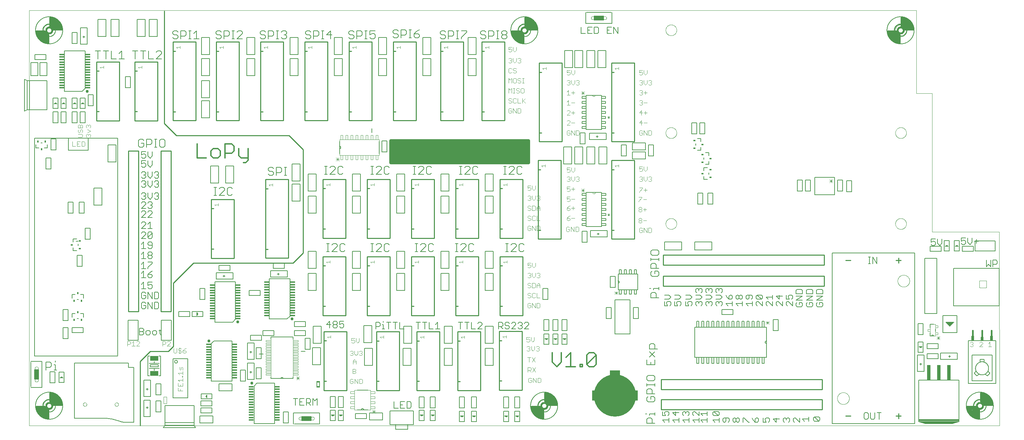
<source format=gto>
G75*
%MOIN*%
%OFA0B0*%
%FSLAX25Y25*%
%IPPOS*%
%LPD*%
%AMOC8*
5,1,8,0,0,1.08239X$1,22.5*
%
%ADD10C,0.00000*%
%ADD11C,0.00400*%
%ADD12C,0.00700*%
%ADD13C,0.00600*%
%ADD14C,0.01200*%
%ADD15C,0.01000*%
%ADD16C,0.03000*%
%ADD17C,0.42000*%
%ADD18R,0.10000X0.05000*%
%ADD19R,0.02835X0.10000*%
%ADD20C,0.00500*%
%ADD21C,0.00800*%
%ADD22C,0.00100*%
%ADD23R,0.02300X0.01800*%
%ADD24C,0.00300*%
%ADD25C,0.01600*%
%ADD26R,0.02500X0.05000*%
%ADD27R,0.02500X0.03750*%
%ADD28R,0.03800X0.08500*%
%ADD29R,0.03800X0.06600*%
%ADD30C,0.03000*%
%ADD31R,0.05100X0.01400*%
%ADD32R,0.08000X0.05000*%
%ADD33C,0.00980*%
%ADD34C,0.01800*%
%ADD35R,0.01800X0.02300*%
%ADD36R,0.05000X0.10000*%
%ADD37R,0.03400X0.01600*%
D10*
X0011835Y0013500D02*
X0011835Y0426886D01*
X0893724Y0426886D01*
X0893724Y0344209D01*
X0909472Y0344209D01*
X0909472Y0206413D01*
X0975921Y0206413D01*
X0976402Y0013500D01*
X0011835Y0013500D01*
X0025614Y0033185D02*
X0025616Y0033338D01*
X0025622Y0033492D01*
X0025632Y0033645D01*
X0025646Y0033797D01*
X0025664Y0033950D01*
X0025686Y0034101D01*
X0025711Y0034252D01*
X0025741Y0034403D01*
X0025775Y0034553D01*
X0025812Y0034701D01*
X0025853Y0034849D01*
X0025898Y0034995D01*
X0025947Y0035141D01*
X0026000Y0035285D01*
X0026056Y0035427D01*
X0026116Y0035568D01*
X0026180Y0035708D01*
X0026247Y0035846D01*
X0026318Y0035982D01*
X0026393Y0036116D01*
X0026470Y0036248D01*
X0026552Y0036378D01*
X0026636Y0036506D01*
X0026724Y0036632D01*
X0026815Y0036755D01*
X0026909Y0036876D01*
X0027007Y0036994D01*
X0027107Y0037110D01*
X0027211Y0037223D01*
X0027317Y0037334D01*
X0027426Y0037442D01*
X0027538Y0037547D01*
X0027652Y0037648D01*
X0027770Y0037747D01*
X0027889Y0037843D01*
X0028011Y0037936D01*
X0028136Y0038025D01*
X0028263Y0038112D01*
X0028392Y0038194D01*
X0028523Y0038274D01*
X0028656Y0038350D01*
X0028791Y0038423D01*
X0028928Y0038492D01*
X0029067Y0038557D01*
X0029207Y0038619D01*
X0029349Y0038677D01*
X0029492Y0038732D01*
X0029637Y0038783D01*
X0029783Y0038830D01*
X0029930Y0038873D01*
X0030078Y0038912D01*
X0030227Y0038948D01*
X0030377Y0038979D01*
X0030528Y0039007D01*
X0030679Y0039031D01*
X0030832Y0039051D01*
X0030984Y0039067D01*
X0031137Y0039079D01*
X0031290Y0039087D01*
X0031443Y0039091D01*
X0031597Y0039091D01*
X0031750Y0039087D01*
X0031903Y0039079D01*
X0032056Y0039067D01*
X0032208Y0039051D01*
X0032361Y0039031D01*
X0032512Y0039007D01*
X0032663Y0038979D01*
X0032813Y0038948D01*
X0032962Y0038912D01*
X0033110Y0038873D01*
X0033257Y0038830D01*
X0033403Y0038783D01*
X0033548Y0038732D01*
X0033691Y0038677D01*
X0033833Y0038619D01*
X0033973Y0038557D01*
X0034112Y0038492D01*
X0034249Y0038423D01*
X0034384Y0038350D01*
X0034517Y0038274D01*
X0034648Y0038194D01*
X0034777Y0038112D01*
X0034904Y0038025D01*
X0035029Y0037936D01*
X0035151Y0037843D01*
X0035270Y0037747D01*
X0035388Y0037648D01*
X0035502Y0037547D01*
X0035614Y0037442D01*
X0035723Y0037334D01*
X0035829Y0037223D01*
X0035933Y0037110D01*
X0036033Y0036994D01*
X0036131Y0036876D01*
X0036225Y0036755D01*
X0036316Y0036632D01*
X0036404Y0036506D01*
X0036488Y0036378D01*
X0036570Y0036248D01*
X0036647Y0036116D01*
X0036722Y0035982D01*
X0036793Y0035846D01*
X0036860Y0035708D01*
X0036924Y0035568D01*
X0036984Y0035427D01*
X0037040Y0035285D01*
X0037093Y0035141D01*
X0037142Y0034995D01*
X0037187Y0034849D01*
X0037228Y0034701D01*
X0037265Y0034553D01*
X0037299Y0034403D01*
X0037329Y0034252D01*
X0037354Y0034101D01*
X0037376Y0033950D01*
X0037394Y0033797D01*
X0037408Y0033645D01*
X0037418Y0033492D01*
X0037424Y0033338D01*
X0037426Y0033185D01*
X0037424Y0033032D01*
X0037418Y0032878D01*
X0037408Y0032725D01*
X0037394Y0032573D01*
X0037376Y0032420D01*
X0037354Y0032269D01*
X0037329Y0032118D01*
X0037299Y0031967D01*
X0037265Y0031817D01*
X0037228Y0031669D01*
X0037187Y0031521D01*
X0037142Y0031375D01*
X0037093Y0031229D01*
X0037040Y0031085D01*
X0036984Y0030943D01*
X0036924Y0030802D01*
X0036860Y0030662D01*
X0036793Y0030524D01*
X0036722Y0030388D01*
X0036647Y0030254D01*
X0036570Y0030122D01*
X0036488Y0029992D01*
X0036404Y0029864D01*
X0036316Y0029738D01*
X0036225Y0029615D01*
X0036131Y0029494D01*
X0036033Y0029376D01*
X0035933Y0029260D01*
X0035829Y0029147D01*
X0035723Y0029036D01*
X0035614Y0028928D01*
X0035502Y0028823D01*
X0035388Y0028722D01*
X0035270Y0028623D01*
X0035151Y0028527D01*
X0035029Y0028434D01*
X0034904Y0028345D01*
X0034777Y0028258D01*
X0034648Y0028176D01*
X0034517Y0028096D01*
X0034384Y0028020D01*
X0034249Y0027947D01*
X0034112Y0027878D01*
X0033973Y0027813D01*
X0033833Y0027751D01*
X0033691Y0027693D01*
X0033548Y0027638D01*
X0033403Y0027587D01*
X0033257Y0027540D01*
X0033110Y0027497D01*
X0032962Y0027458D01*
X0032813Y0027422D01*
X0032663Y0027391D01*
X0032512Y0027363D01*
X0032361Y0027339D01*
X0032208Y0027319D01*
X0032056Y0027303D01*
X0031903Y0027291D01*
X0031750Y0027283D01*
X0031597Y0027279D01*
X0031443Y0027279D01*
X0031290Y0027283D01*
X0031137Y0027291D01*
X0030984Y0027303D01*
X0030832Y0027319D01*
X0030679Y0027339D01*
X0030528Y0027363D01*
X0030377Y0027391D01*
X0030227Y0027422D01*
X0030078Y0027458D01*
X0029930Y0027497D01*
X0029783Y0027540D01*
X0029637Y0027587D01*
X0029492Y0027638D01*
X0029349Y0027693D01*
X0029207Y0027751D01*
X0029067Y0027813D01*
X0028928Y0027878D01*
X0028791Y0027947D01*
X0028656Y0028020D01*
X0028523Y0028096D01*
X0028392Y0028176D01*
X0028263Y0028258D01*
X0028136Y0028345D01*
X0028011Y0028434D01*
X0027889Y0028527D01*
X0027770Y0028623D01*
X0027652Y0028722D01*
X0027538Y0028823D01*
X0027426Y0028928D01*
X0027317Y0029036D01*
X0027211Y0029147D01*
X0027107Y0029260D01*
X0027007Y0029376D01*
X0026909Y0029494D01*
X0026815Y0029615D01*
X0026724Y0029738D01*
X0026636Y0029864D01*
X0026552Y0029992D01*
X0026470Y0030122D01*
X0026393Y0030254D01*
X0026318Y0030388D01*
X0026247Y0030524D01*
X0026180Y0030662D01*
X0026116Y0030802D01*
X0026056Y0030943D01*
X0026000Y0031085D01*
X0025947Y0031229D01*
X0025898Y0031375D01*
X0025853Y0031521D01*
X0025812Y0031669D01*
X0025775Y0031817D01*
X0025741Y0031967D01*
X0025711Y0032118D01*
X0025686Y0032269D01*
X0025664Y0032420D01*
X0025646Y0032573D01*
X0025632Y0032725D01*
X0025622Y0032878D01*
X0025616Y0033032D01*
X0025614Y0033185D01*
X0065334Y0034472D02*
X0065336Y0034556D01*
X0065342Y0034639D01*
X0065352Y0034722D01*
X0065366Y0034805D01*
X0065383Y0034887D01*
X0065405Y0034968D01*
X0065430Y0035047D01*
X0065459Y0035126D01*
X0065492Y0035203D01*
X0065528Y0035278D01*
X0065568Y0035352D01*
X0065611Y0035424D01*
X0065658Y0035493D01*
X0065708Y0035560D01*
X0065761Y0035625D01*
X0065817Y0035687D01*
X0065875Y0035747D01*
X0065937Y0035804D01*
X0066001Y0035857D01*
X0066068Y0035908D01*
X0066137Y0035955D01*
X0066208Y0036000D01*
X0066281Y0036040D01*
X0066356Y0036077D01*
X0066433Y0036111D01*
X0066511Y0036141D01*
X0066590Y0036167D01*
X0066671Y0036190D01*
X0066753Y0036208D01*
X0066835Y0036223D01*
X0066918Y0036234D01*
X0067001Y0036241D01*
X0067085Y0036244D01*
X0067169Y0036243D01*
X0067252Y0036238D01*
X0067336Y0036229D01*
X0067418Y0036216D01*
X0067500Y0036200D01*
X0067581Y0036179D01*
X0067662Y0036155D01*
X0067740Y0036127D01*
X0067818Y0036095D01*
X0067894Y0036059D01*
X0067968Y0036020D01*
X0068040Y0035978D01*
X0068110Y0035932D01*
X0068178Y0035883D01*
X0068243Y0035831D01*
X0068306Y0035776D01*
X0068366Y0035718D01*
X0068424Y0035657D01*
X0068478Y0035593D01*
X0068530Y0035527D01*
X0068578Y0035459D01*
X0068623Y0035388D01*
X0068664Y0035315D01*
X0068703Y0035241D01*
X0068737Y0035165D01*
X0068768Y0035087D01*
X0068795Y0035008D01*
X0068819Y0034927D01*
X0068838Y0034846D01*
X0068854Y0034764D01*
X0068866Y0034681D01*
X0068874Y0034597D01*
X0068878Y0034514D01*
X0068878Y0034430D01*
X0068874Y0034347D01*
X0068866Y0034263D01*
X0068854Y0034180D01*
X0068838Y0034098D01*
X0068819Y0034017D01*
X0068795Y0033936D01*
X0068768Y0033857D01*
X0068737Y0033779D01*
X0068703Y0033703D01*
X0068664Y0033629D01*
X0068623Y0033556D01*
X0068578Y0033485D01*
X0068530Y0033417D01*
X0068478Y0033351D01*
X0068424Y0033287D01*
X0068366Y0033226D01*
X0068306Y0033168D01*
X0068243Y0033113D01*
X0068178Y0033061D01*
X0068110Y0033012D01*
X0068040Y0032966D01*
X0067968Y0032924D01*
X0067894Y0032885D01*
X0067818Y0032849D01*
X0067740Y0032817D01*
X0067662Y0032789D01*
X0067581Y0032765D01*
X0067500Y0032744D01*
X0067418Y0032728D01*
X0067336Y0032715D01*
X0067252Y0032706D01*
X0067169Y0032701D01*
X0067085Y0032700D01*
X0067001Y0032703D01*
X0066918Y0032710D01*
X0066835Y0032721D01*
X0066753Y0032736D01*
X0066671Y0032754D01*
X0066590Y0032777D01*
X0066511Y0032803D01*
X0066433Y0032833D01*
X0066356Y0032867D01*
X0066281Y0032904D01*
X0066208Y0032944D01*
X0066137Y0032989D01*
X0066068Y0033036D01*
X0066001Y0033087D01*
X0065937Y0033140D01*
X0065875Y0033197D01*
X0065817Y0033257D01*
X0065761Y0033319D01*
X0065708Y0033384D01*
X0065658Y0033451D01*
X0065611Y0033520D01*
X0065568Y0033592D01*
X0065528Y0033666D01*
X0065492Y0033741D01*
X0065459Y0033818D01*
X0065430Y0033897D01*
X0065405Y0033976D01*
X0065383Y0034057D01*
X0065366Y0034139D01*
X0065352Y0034222D01*
X0065342Y0034305D01*
X0065336Y0034388D01*
X0065334Y0034472D01*
X0096830Y0034472D02*
X0096832Y0034556D01*
X0096838Y0034639D01*
X0096848Y0034722D01*
X0096862Y0034805D01*
X0096879Y0034887D01*
X0096901Y0034968D01*
X0096926Y0035047D01*
X0096955Y0035126D01*
X0096988Y0035203D01*
X0097024Y0035278D01*
X0097064Y0035352D01*
X0097107Y0035424D01*
X0097154Y0035493D01*
X0097204Y0035560D01*
X0097257Y0035625D01*
X0097313Y0035687D01*
X0097371Y0035747D01*
X0097433Y0035804D01*
X0097497Y0035857D01*
X0097564Y0035908D01*
X0097633Y0035955D01*
X0097704Y0036000D01*
X0097777Y0036040D01*
X0097852Y0036077D01*
X0097929Y0036111D01*
X0098007Y0036141D01*
X0098086Y0036167D01*
X0098167Y0036190D01*
X0098249Y0036208D01*
X0098331Y0036223D01*
X0098414Y0036234D01*
X0098497Y0036241D01*
X0098581Y0036244D01*
X0098665Y0036243D01*
X0098748Y0036238D01*
X0098832Y0036229D01*
X0098914Y0036216D01*
X0098996Y0036200D01*
X0099077Y0036179D01*
X0099158Y0036155D01*
X0099236Y0036127D01*
X0099314Y0036095D01*
X0099390Y0036059D01*
X0099464Y0036020D01*
X0099536Y0035978D01*
X0099606Y0035932D01*
X0099674Y0035883D01*
X0099739Y0035831D01*
X0099802Y0035776D01*
X0099862Y0035718D01*
X0099920Y0035657D01*
X0099974Y0035593D01*
X0100026Y0035527D01*
X0100074Y0035459D01*
X0100119Y0035388D01*
X0100160Y0035315D01*
X0100199Y0035241D01*
X0100233Y0035165D01*
X0100264Y0035087D01*
X0100291Y0035008D01*
X0100315Y0034927D01*
X0100334Y0034846D01*
X0100350Y0034764D01*
X0100362Y0034681D01*
X0100370Y0034597D01*
X0100374Y0034514D01*
X0100374Y0034430D01*
X0100370Y0034347D01*
X0100362Y0034263D01*
X0100350Y0034180D01*
X0100334Y0034098D01*
X0100315Y0034017D01*
X0100291Y0033936D01*
X0100264Y0033857D01*
X0100233Y0033779D01*
X0100199Y0033703D01*
X0100160Y0033629D01*
X0100119Y0033556D01*
X0100074Y0033485D01*
X0100026Y0033417D01*
X0099974Y0033351D01*
X0099920Y0033287D01*
X0099862Y0033226D01*
X0099802Y0033168D01*
X0099739Y0033113D01*
X0099674Y0033061D01*
X0099606Y0033012D01*
X0099536Y0032966D01*
X0099464Y0032924D01*
X0099390Y0032885D01*
X0099314Y0032849D01*
X0099236Y0032817D01*
X0099158Y0032789D01*
X0099077Y0032765D01*
X0098996Y0032744D01*
X0098914Y0032728D01*
X0098832Y0032715D01*
X0098748Y0032706D01*
X0098665Y0032701D01*
X0098581Y0032700D01*
X0098497Y0032703D01*
X0098414Y0032710D01*
X0098331Y0032721D01*
X0098249Y0032736D01*
X0098167Y0032754D01*
X0098086Y0032777D01*
X0098007Y0032803D01*
X0097929Y0032833D01*
X0097852Y0032867D01*
X0097777Y0032904D01*
X0097704Y0032944D01*
X0097633Y0032989D01*
X0097564Y0033036D01*
X0097497Y0033087D01*
X0097433Y0033140D01*
X0097371Y0033197D01*
X0097313Y0033257D01*
X0097257Y0033319D01*
X0097204Y0033384D01*
X0097154Y0033451D01*
X0097107Y0033520D01*
X0097064Y0033592D01*
X0097024Y0033666D01*
X0096988Y0033741D01*
X0096955Y0033818D01*
X0096926Y0033897D01*
X0096901Y0033976D01*
X0096879Y0034057D01*
X0096862Y0034139D01*
X0096848Y0034222D01*
X0096838Y0034305D01*
X0096832Y0034388D01*
X0096830Y0034472D01*
X0017400Y0058500D02*
X0017402Y0058580D01*
X0017408Y0058659D01*
X0017418Y0058738D01*
X0017432Y0058817D01*
X0017449Y0058895D01*
X0017471Y0058972D01*
X0017496Y0059047D01*
X0017526Y0059121D01*
X0017558Y0059194D01*
X0017595Y0059265D01*
X0017635Y0059334D01*
X0017678Y0059401D01*
X0017725Y0059466D01*
X0017774Y0059528D01*
X0017827Y0059588D01*
X0017883Y0059645D01*
X0017941Y0059700D01*
X0018002Y0059751D01*
X0018066Y0059799D01*
X0018132Y0059844D01*
X0018200Y0059886D01*
X0018270Y0059924D01*
X0018342Y0059958D01*
X0018415Y0059989D01*
X0018490Y0060017D01*
X0018567Y0060040D01*
X0018644Y0060060D01*
X0018722Y0060076D01*
X0018801Y0060088D01*
X0018880Y0060096D01*
X0018960Y0060100D01*
X0019040Y0060100D01*
X0019120Y0060096D01*
X0019199Y0060088D01*
X0019278Y0060076D01*
X0019356Y0060060D01*
X0019433Y0060040D01*
X0019510Y0060017D01*
X0019585Y0059989D01*
X0019658Y0059958D01*
X0019730Y0059924D01*
X0019800Y0059886D01*
X0019868Y0059844D01*
X0019934Y0059799D01*
X0019998Y0059751D01*
X0020059Y0059700D01*
X0020117Y0059645D01*
X0020173Y0059588D01*
X0020226Y0059528D01*
X0020275Y0059466D01*
X0020322Y0059401D01*
X0020365Y0059334D01*
X0020405Y0059265D01*
X0020442Y0059194D01*
X0020474Y0059121D01*
X0020504Y0059047D01*
X0020529Y0058972D01*
X0020551Y0058895D01*
X0020568Y0058817D01*
X0020582Y0058738D01*
X0020592Y0058659D01*
X0020598Y0058580D01*
X0020600Y0058500D01*
X0020598Y0058420D01*
X0020592Y0058341D01*
X0020582Y0058262D01*
X0020568Y0058183D01*
X0020551Y0058105D01*
X0020529Y0058028D01*
X0020504Y0057953D01*
X0020474Y0057879D01*
X0020442Y0057806D01*
X0020405Y0057735D01*
X0020365Y0057666D01*
X0020322Y0057599D01*
X0020275Y0057534D01*
X0020226Y0057472D01*
X0020173Y0057412D01*
X0020117Y0057355D01*
X0020059Y0057300D01*
X0019998Y0057249D01*
X0019934Y0057201D01*
X0019868Y0057156D01*
X0019800Y0057114D01*
X0019730Y0057076D01*
X0019658Y0057042D01*
X0019585Y0057011D01*
X0019510Y0056983D01*
X0019433Y0056960D01*
X0019356Y0056940D01*
X0019278Y0056924D01*
X0019199Y0056912D01*
X0019120Y0056904D01*
X0019040Y0056900D01*
X0018960Y0056900D01*
X0018880Y0056904D01*
X0018801Y0056912D01*
X0018722Y0056924D01*
X0018644Y0056940D01*
X0018567Y0056960D01*
X0018490Y0056983D01*
X0018415Y0057011D01*
X0018342Y0057042D01*
X0018270Y0057076D01*
X0018200Y0057114D01*
X0018132Y0057156D01*
X0018066Y0057201D01*
X0018002Y0057249D01*
X0017941Y0057300D01*
X0017883Y0057355D01*
X0017827Y0057412D01*
X0017774Y0057472D01*
X0017725Y0057534D01*
X0017678Y0057599D01*
X0017635Y0057666D01*
X0017595Y0057735D01*
X0017558Y0057806D01*
X0017526Y0057879D01*
X0017496Y0057953D01*
X0017471Y0058028D01*
X0017449Y0058105D01*
X0017432Y0058183D01*
X0017418Y0058262D01*
X0017408Y0058341D01*
X0017402Y0058420D01*
X0017400Y0058500D01*
X0017400Y0070500D02*
X0017402Y0070580D01*
X0017408Y0070659D01*
X0017418Y0070738D01*
X0017432Y0070817D01*
X0017449Y0070895D01*
X0017471Y0070972D01*
X0017496Y0071047D01*
X0017526Y0071121D01*
X0017558Y0071194D01*
X0017595Y0071265D01*
X0017635Y0071334D01*
X0017678Y0071401D01*
X0017725Y0071466D01*
X0017774Y0071528D01*
X0017827Y0071588D01*
X0017883Y0071645D01*
X0017941Y0071700D01*
X0018002Y0071751D01*
X0018066Y0071799D01*
X0018132Y0071844D01*
X0018200Y0071886D01*
X0018270Y0071924D01*
X0018342Y0071958D01*
X0018415Y0071989D01*
X0018490Y0072017D01*
X0018567Y0072040D01*
X0018644Y0072060D01*
X0018722Y0072076D01*
X0018801Y0072088D01*
X0018880Y0072096D01*
X0018960Y0072100D01*
X0019040Y0072100D01*
X0019120Y0072096D01*
X0019199Y0072088D01*
X0019278Y0072076D01*
X0019356Y0072060D01*
X0019433Y0072040D01*
X0019510Y0072017D01*
X0019585Y0071989D01*
X0019658Y0071958D01*
X0019730Y0071924D01*
X0019800Y0071886D01*
X0019868Y0071844D01*
X0019934Y0071799D01*
X0019998Y0071751D01*
X0020059Y0071700D01*
X0020117Y0071645D01*
X0020173Y0071588D01*
X0020226Y0071528D01*
X0020275Y0071466D01*
X0020322Y0071401D01*
X0020365Y0071334D01*
X0020405Y0071265D01*
X0020442Y0071194D01*
X0020474Y0071121D01*
X0020504Y0071047D01*
X0020529Y0070972D01*
X0020551Y0070895D01*
X0020568Y0070817D01*
X0020582Y0070738D01*
X0020592Y0070659D01*
X0020598Y0070580D01*
X0020600Y0070500D01*
X0020598Y0070420D01*
X0020592Y0070341D01*
X0020582Y0070262D01*
X0020568Y0070183D01*
X0020551Y0070105D01*
X0020529Y0070028D01*
X0020504Y0069953D01*
X0020474Y0069879D01*
X0020442Y0069806D01*
X0020405Y0069735D01*
X0020365Y0069666D01*
X0020322Y0069599D01*
X0020275Y0069534D01*
X0020226Y0069472D01*
X0020173Y0069412D01*
X0020117Y0069355D01*
X0020059Y0069300D01*
X0019998Y0069249D01*
X0019934Y0069201D01*
X0019868Y0069156D01*
X0019800Y0069114D01*
X0019730Y0069076D01*
X0019658Y0069042D01*
X0019585Y0069011D01*
X0019510Y0068983D01*
X0019433Y0068960D01*
X0019356Y0068940D01*
X0019278Y0068924D01*
X0019199Y0068912D01*
X0019120Y0068904D01*
X0019040Y0068900D01*
X0018960Y0068900D01*
X0018880Y0068904D01*
X0018801Y0068912D01*
X0018722Y0068924D01*
X0018644Y0068940D01*
X0018567Y0068960D01*
X0018490Y0068983D01*
X0018415Y0069011D01*
X0018342Y0069042D01*
X0018270Y0069076D01*
X0018200Y0069114D01*
X0018132Y0069156D01*
X0018066Y0069201D01*
X0018002Y0069249D01*
X0017941Y0069300D01*
X0017883Y0069355D01*
X0017827Y0069412D01*
X0017774Y0069472D01*
X0017725Y0069534D01*
X0017678Y0069599D01*
X0017635Y0069666D01*
X0017595Y0069735D01*
X0017558Y0069806D01*
X0017526Y0069879D01*
X0017496Y0069953D01*
X0017471Y0070028D01*
X0017449Y0070105D01*
X0017432Y0070183D01*
X0017418Y0070262D01*
X0017408Y0070341D01*
X0017402Y0070420D01*
X0017400Y0070500D01*
X0246951Y0070184D02*
X0246951Y0068684D01*
X0252051Y0068684D01*
X0252051Y0070184D01*
X0246951Y0070184D01*
X0246951Y0071284D02*
X0252051Y0071284D01*
X0252051Y0072784D01*
X0246951Y0072784D01*
X0246951Y0071284D01*
X0246951Y0073884D02*
X0252051Y0073884D01*
X0252051Y0075384D01*
X0246951Y0075384D01*
X0246951Y0073884D01*
X0246951Y0076384D02*
X0252051Y0076384D01*
X0252051Y0077884D01*
X0246951Y0077884D01*
X0246951Y0076384D01*
X0246951Y0078984D02*
X0252051Y0078984D01*
X0252051Y0080484D01*
X0246951Y0080484D01*
X0246951Y0078984D01*
X0246951Y0081484D02*
X0252051Y0081484D01*
X0252051Y0082984D01*
X0246951Y0082984D01*
X0246951Y0081484D01*
X0246951Y0084084D02*
X0252051Y0084084D01*
X0252051Y0085584D01*
X0246951Y0085584D01*
X0246951Y0084084D01*
X0246951Y0086584D02*
X0252051Y0086584D01*
X0252051Y0088084D01*
X0246951Y0088084D01*
X0246951Y0086584D01*
X0246951Y0089184D02*
X0252051Y0089184D01*
X0252051Y0090684D01*
X0246951Y0090684D01*
X0246951Y0089184D01*
X0246951Y0091784D02*
X0252051Y0091784D01*
X0252051Y0093284D01*
X0246951Y0093284D01*
X0246951Y0091784D01*
X0246951Y0094284D02*
X0252051Y0094284D01*
X0252051Y0095784D01*
X0246951Y0095784D01*
X0246951Y0094284D01*
X0246951Y0096884D02*
X0252051Y0096884D01*
X0252051Y0098384D01*
X0246951Y0098384D01*
X0246951Y0096884D01*
X0252051Y0101684D02*
X0252051Y0060284D01*
X0261851Y0060284D01*
X0264251Y0060284D01*
X0274051Y0060284D01*
X0274051Y0101684D01*
X0252051Y0101684D01*
X0274051Y0098384D02*
X0279151Y0098384D01*
X0279151Y0096884D01*
X0274051Y0096884D01*
X0274051Y0098384D01*
X0274051Y0095784D02*
X0279151Y0095784D01*
X0279151Y0094284D01*
X0274051Y0094284D01*
X0274051Y0095784D01*
X0274051Y0093284D02*
X0279151Y0093284D01*
X0279151Y0091784D01*
X0274051Y0091784D01*
X0274051Y0093284D01*
X0274051Y0090684D02*
X0279151Y0090684D01*
X0279151Y0089184D01*
X0274051Y0089184D01*
X0274051Y0090684D01*
X0274051Y0088084D02*
X0279151Y0088084D01*
X0279151Y0086584D01*
X0274051Y0086584D01*
X0274051Y0088084D01*
X0274051Y0085584D02*
X0279151Y0085584D01*
X0279151Y0084084D01*
X0274051Y0084084D01*
X0274051Y0085584D01*
X0274051Y0082984D02*
X0279151Y0082984D01*
X0279151Y0081484D01*
X0274051Y0081484D01*
X0274051Y0082984D01*
X0274051Y0080484D02*
X0279151Y0080484D01*
X0279151Y0078984D01*
X0274051Y0078984D01*
X0274051Y0080484D01*
X0274051Y0077884D02*
X0279151Y0077884D01*
X0279151Y0076384D01*
X0274051Y0076384D01*
X0274051Y0077884D01*
X0274051Y0075384D02*
X0279151Y0075384D01*
X0279151Y0073884D01*
X0274051Y0073884D01*
X0274051Y0075384D01*
X0274051Y0072784D02*
X0279151Y0072784D01*
X0279151Y0071284D01*
X0274051Y0071284D01*
X0274051Y0072784D01*
X0274051Y0070184D02*
X0279151Y0070184D01*
X0279151Y0068684D01*
X0274051Y0068684D01*
X0274051Y0070184D01*
X0274051Y0067684D02*
X0279151Y0067684D01*
X0279151Y0066184D01*
X0274051Y0066184D01*
X0274051Y0067684D01*
X0274051Y0065084D02*
X0279151Y0065084D01*
X0279151Y0063584D01*
X0274051Y0063584D01*
X0274051Y0065084D01*
X0264251Y0060284D02*
X0264249Y0060353D01*
X0264243Y0060421D01*
X0264233Y0060489D01*
X0264220Y0060556D01*
X0264202Y0060622D01*
X0264181Y0060687D01*
X0264156Y0060751D01*
X0264128Y0060813D01*
X0264096Y0060874D01*
X0264061Y0060933D01*
X0264022Y0060989D01*
X0263980Y0061044D01*
X0263935Y0061095D01*
X0263887Y0061145D01*
X0263837Y0061191D01*
X0263784Y0061234D01*
X0263728Y0061275D01*
X0263671Y0061312D01*
X0263611Y0061345D01*
X0263549Y0061376D01*
X0263486Y0061402D01*
X0263422Y0061425D01*
X0263356Y0061445D01*
X0263289Y0061460D01*
X0263222Y0061472D01*
X0263154Y0061480D01*
X0263085Y0061484D01*
X0263017Y0061484D01*
X0262948Y0061480D01*
X0262880Y0061472D01*
X0262813Y0061460D01*
X0262746Y0061445D01*
X0262680Y0061425D01*
X0262616Y0061402D01*
X0262553Y0061376D01*
X0262491Y0061345D01*
X0262431Y0061312D01*
X0262374Y0061275D01*
X0262318Y0061234D01*
X0262265Y0061191D01*
X0262215Y0061145D01*
X0262167Y0061095D01*
X0262122Y0061044D01*
X0262080Y0060989D01*
X0262041Y0060933D01*
X0262006Y0060874D01*
X0261974Y0060813D01*
X0261946Y0060751D01*
X0261921Y0060687D01*
X0261900Y0060622D01*
X0261882Y0060556D01*
X0261869Y0060489D01*
X0261859Y0060421D01*
X0261853Y0060353D01*
X0261851Y0060284D01*
X0252051Y0063584D02*
X0246951Y0063584D01*
X0246951Y0065084D01*
X0252051Y0065084D01*
X0252051Y0063584D01*
X0252051Y0066184D02*
X0246951Y0066184D01*
X0246951Y0067684D01*
X0252051Y0067684D01*
X0252051Y0066184D01*
X0330851Y0047484D02*
X0330851Y0045484D01*
X0335151Y0045484D01*
X0335151Y0047484D01*
X0330851Y0047484D01*
X0335151Y0048784D02*
X0335151Y0029184D01*
X0341851Y0029184D01*
X0344251Y0029184D01*
X0350951Y0029184D01*
X0350951Y0048784D01*
X0335151Y0048784D01*
X0335151Y0042484D02*
X0330851Y0042484D01*
X0330851Y0040484D01*
X0335151Y0040484D01*
X0335151Y0042484D01*
X0335151Y0037484D02*
X0330851Y0037484D01*
X0330851Y0035484D01*
X0335151Y0035484D01*
X0335151Y0037484D01*
X0335151Y0032484D02*
X0330851Y0032484D01*
X0330851Y0030484D01*
X0335151Y0030484D01*
X0335151Y0032484D01*
X0341851Y0029184D02*
X0341853Y0029253D01*
X0341859Y0029321D01*
X0341869Y0029389D01*
X0341882Y0029456D01*
X0341900Y0029522D01*
X0341921Y0029587D01*
X0341946Y0029651D01*
X0341974Y0029713D01*
X0342006Y0029774D01*
X0342041Y0029833D01*
X0342080Y0029889D01*
X0342122Y0029944D01*
X0342167Y0029995D01*
X0342215Y0030045D01*
X0342265Y0030091D01*
X0342318Y0030134D01*
X0342374Y0030175D01*
X0342431Y0030212D01*
X0342491Y0030245D01*
X0342553Y0030276D01*
X0342616Y0030302D01*
X0342680Y0030325D01*
X0342746Y0030345D01*
X0342813Y0030360D01*
X0342880Y0030372D01*
X0342948Y0030380D01*
X0343017Y0030384D01*
X0343085Y0030384D01*
X0343154Y0030380D01*
X0343222Y0030372D01*
X0343289Y0030360D01*
X0343356Y0030345D01*
X0343422Y0030325D01*
X0343486Y0030302D01*
X0343549Y0030276D01*
X0343611Y0030245D01*
X0343671Y0030212D01*
X0343728Y0030175D01*
X0343784Y0030134D01*
X0343837Y0030091D01*
X0343887Y0030045D01*
X0343935Y0029995D01*
X0343980Y0029944D01*
X0344022Y0029889D01*
X0344061Y0029833D01*
X0344096Y0029774D01*
X0344128Y0029713D01*
X0344156Y0029651D01*
X0344181Y0029587D01*
X0344202Y0029522D01*
X0344220Y0029456D01*
X0344233Y0029389D01*
X0344243Y0029321D01*
X0344249Y0029253D01*
X0344251Y0029184D01*
X0350951Y0030484D02*
X0350951Y0032484D01*
X0355251Y0032484D01*
X0355251Y0030484D01*
X0350951Y0030484D01*
X0350951Y0035484D02*
X0355251Y0035484D01*
X0355251Y0037484D01*
X0350951Y0037484D01*
X0350951Y0035484D01*
X0350951Y0040484D02*
X0355251Y0040484D01*
X0355251Y0042484D01*
X0350951Y0042484D01*
X0350951Y0040484D01*
X0350951Y0045484D02*
X0355251Y0045484D01*
X0355251Y0047484D01*
X0350951Y0047484D01*
X0350951Y0045484D01*
X0291800Y0020500D02*
X0291802Y0020580D01*
X0291808Y0020659D01*
X0291818Y0020738D01*
X0291832Y0020817D01*
X0291849Y0020895D01*
X0291871Y0020972D01*
X0291896Y0021047D01*
X0291926Y0021121D01*
X0291958Y0021194D01*
X0291995Y0021265D01*
X0292035Y0021334D01*
X0292078Y0021401D01*
X0292125Y0021466D01*
X0292174Y0021528D01*
X0292227Y0021588D01*
X0292283Y0021645D01*
X0292341Y0021700D01*
X0292402Y0021751D01*
X0292466Y0021799D01*
X0292532Y0021844D01*
X0292600Y0021886D01*
X0292670Y0021924D01*
X0292742Y0021958D01*
X0292815Y0021989D01*
X0292890Y0022017D01*
X0292967Y0022040D01*
X0293044Y0022060D01*
X0293122Y0022076D01*
X0293201Y0022088D01*
X0293280Y0022096D01*
X0293360Y0022100D01*
X0293440Y0022100D01*
X0293520Y0022096D01*
X0293599Y0022088D01*
X0293678Y0022076D01*
X0293756Y0022060D01*
X0293833Y0022040D01*
X0293910Y0022017D01*
X0293985Y0021989D01*
X0294058Y0021958D01*
X0294130Y0021924D01*
X0294200Y0021886D01*
X0294268Y0021844D01*
X0294334Y0021799D01*
X0294398Y0021751D01*
X0294459Y0021700D01*
X0294517Y0021645D01*
X0294573Y0021588D01*
X0294626Y0021528D01*
X0294675Y0021466D01*
X0294722Y0021401D01*
X0294765Y0021334D01*
X0294805Y0021265D01*
X0294842Y0021194D01*
X0294874Y0021121D01*
X0294904Y0021047D01*
X0294929Y0020972D01*
X0294951Y0020895D01*
X0294968Y0020817D01*
X0294982Y0020738D01*
X0294992Y0020659D01*
X0294998Y0020580D01*
X0295000Y0020500D01*
X0294998Y0020420D01*
X0294992Y0020341D01*
X0294982Y0020262D01*
X0294968Y0020183D01*
X0294951Y0020105D01*
X0294929Y0020028D01*
X0294904Y0019953D01*
X0294874Y0019879D01*
X0294842Y0019806D01*
X0294805Y0019735D01*
X0294765Y0019666D01*
X0294722Y0019599D01*
X0294675Y0019534D01*
X0294626Y0019472D01*
X0294573Y0019412D01*
X0294517Y0019355D01*
X0294459Y0019300D01*
X0294398Y0019249D01*
X0294334Y0019201D01*
X0294268Y0019156D01*
X0294200Y0019114D01*
X0294130Y0019076D01*
X0294058Y0019042D01*
X0293985Y0019011D01*
X0293910Y0018983D01*
X0293833Y0018960D01*
X0293756Y0018940D01*
X0293678Y0018924D01*
X0293599Y0018912D01*
X0293520Y0018904D01*
X0293440Y0018900D01*
X0293360Y0018900D01*
X0293280Y0018904D01*
X0293201Y0018912D01*
X0293122Y0018924D01*
X0293044Y0018940D01*
X0292967Y0018960D01*
X0292890Y0018983D01*
X0292815Y0019011D01*
X0292742Y0019042D01*
X0292670Y0019076D01*
X0292600Y0019114D01*
X0292532Y0019156D01*
X0292466Y0019201D01*
X0292402Y0019249D01*
X0292341Y0019300D01*
X0292283Y0019355D01*
X0292227Y0019412D01*
X0292174Y0019472D01*
X0292125Y0019534D01*
X0292078Y0019599D01*
X0292035Y0019666D01*
X0291995Y0019735D01*
X0291958Y0019806D01*
X0291926Y0019879D01*
X0291896Y0019953D01*
X0291871Y0020028D01*
X0291849Y0020105D01*
X0291832Y0020183D01*
X0291818Y0020262D01*
X0291808Y0020341D01*
X0291802Y0020420D01*
X0291800Y0020500D01*
X0279800Y0020500D02*
X0279802Y0020580D01*
X0279808Y0020659D01*
X0279818Y0020738D01*
X0279832Y0020817D01*
X0279849Y0020895D01*
X0279871Y0020972D01*
X0279896Y0021047D01*
X0279926Y0021121D01*
X0279958Y0021194D01*
X0279995Y0021265D01*
X0280035Y0021334D01*
X0280078Y0021401D01*
X0280125Y0021466D01*
X0280174Y0021528D01*
X0280227Y0021588D01*
X0280283Y0021645D01*
X0280341Y0021700D01*
X0280402Y0021751D01*
X0280466Y0021799D01*
X0280532Y0021844D01*
X0280600Y0021886D01*
X0280670Y0021924D01*
X0280742Y0021958D01*
X0280815Y0021989D01*
X0280890Y0022017D01*
X0280967Y0022040D01*
X0281044Y0022060D01*
X0281122Y0022076D01*
X0281201Y0022088D01*
X0281280Y0022096D01*
X0281360Y0022100D01*
X0281440Y0022100D01*
X0281520Y0022096D01*
X0281599Y0022088D01*
X0281678Y0022076D01*
X0281756Y0022060D01*
X0281833Y0022040D01*
X0281910Y0022017D01*
X0281985Y0021989D01*
X0282058Y0021958D01*
X0282130Y0021924D01*
X0282200Y0021886D01*
X0282268Y0021844D01*
X0282334Y0021799D01*
X0282398Y0021751D01*
X0282459Y0021700D01*
X0282517Y0021645D01*
X0282573Y0021588D01*
X0282626Y0021528D01*
X0282675Y0021466D01*
X0282722Y0021401D01*
X0282765Y0021334D01*
X0282805Y0021265D01*
X0282842Y0021194D01*
X0282874Y0021121D01*
X0282904Y0021047D01*
X0282929Y0020972D01*
X0282951Y0020895D01*
X0282968Y0020817D01*
X0282982Y0020738D01*
X0282992Y0020659D01*
X0282998Y0020580D01*
X0283000Y0020500D01*
X0282998Y0020420D01*
X0282992Y0020341D01*
X0282982Y0020262D01*
X0282968Y0020183D01*
X0282951Y0020105D01*
X0282929Y0020028D01*
X0282904Y0019953D01*
X0282874Y0019879D01*
X0282842Y0019806D01*
X0282805Y0019735D01*
X0282765Y0019666D01*
X0282722Y0019599D01*
X0282675Y0019534D01*
X0282626Y0019472D01*
X0282573Y0019412D01*
X0282517Y0019355D01*
X0282459Y0019300D01*
X0282398Y0019249D01*
X0282334Y0019201D01*
X0282268Y0019156D01*
X0282200Y0019114D01*
X0282130Y0019076D01*
X0282058Y0019042D01*
X0281985Y0019011D01*
X0281910Y0018983D01*
X0281833Y0018960D01*
X0281756Y0018940D01*
X0281678Y0018924D01*
X0281599Y0018912D01*
X0281520Y0018904D01*
X0281440Y0018900D01*
X0281360Y0018900D01*
X0281280Y0018904D01*
X0281201Y0018912D01*
X0281122Y0018924D01*
X0281044Y0018940D01*
X0280967Y0018960D01*
X0280890Y0018983D01*
X0280815Y0019011D01*
X0280742Y0019042D01*
X0280670Y0019076D01*
X0280600Y0019114D01*
X0280532Y0019156D01*
X0280466Y0019201D01*
X0280402Y0019249D01*
X0280341Y0019300D01*
X0280283Y0019355D01*
X0280227Y0019412D01*
X0280174Y0019472D01*
X0280125Y0019534D01*
X0280078Y0019599D01*
X0280035Y0019666D01*
X0279995Y0019735D01*
X0279958Y0019806D01*
X0279926Y0019879D01*
X0279896Y0019953D01*
X0279871Y0020028D01*
X0279849Y0020105D01*
X0279832Y0020183D01*
X0279818Y0020262D01*
X0279808Y0020341D01*
X0279802Y0020420D01*
X0279800Y0020500D01*
X0517740Y0033185D02*
X0517742Y0033338D01*
X0517748Y0033492D01*
X0517758Y0033645D01*
X0517772Y0033797D01*
X0517790Y0033950D01*
X0517812Y0034101D01*
X0517837Y0034252D01*
X0517867Y0034403D01*
X0517901Y0034553D01*
X0517938Y0034701D01*
X0517979Y0034849D01*
X0518024Y0034995D01*
X0518073Y0035141D01*
X0518126Y0035285D01*
X0518182Y0035427D01*
X0518242Y0035568D01*
X0518306Y0035708D01*
X0518373Y0035846D01*
X0518444Y0035982D01*
X0518519Y0036116D01*
X0518596Y0036248D01*
X0518678Y0036378D01*
X0518762Y0036506D01*
X0518850Y0036632D01*
X0518941Y0036755D01*
X0519035Y0036876D01*
X0519133Y0036994D01*
X0519233Y0037110D01*
X0519337Y0037223D01*
X0519443Y0037334D01*
X0519552Y0037442D01*
X0519664Y0037547D01*
X0519778Y0037648D01*
X0519896Y0037747D01*
X0520015Y0037843D01*
X0520137Y0037936D01*
X0520262Y0038025D01*
X0520389Y0038112D01*
X0520518Y0038194D01*
X0520649Y0038274D01*
X0520782Y0038350D01*
X0520917Y0038423D01*
X0521054Y0038492D01*
X0521193Y0038557D01*
X0521333Y0038619D01*
X0521475Y0038677D01*
X0521618Y0038732D01*
X0521763Y0038783D01*
X0521909Y0038830D01*
X0522056Y0038873D01*
X0522204Y0038912D01*
X0522353Y0038948D01*
X0522503Y0038979D01*
X0522654Y0039007D01*
X0522805Y0039031D01*
X0522958Y0039051D01*
X0523110Y0039067D01*
X0523263Y0039079D01*
X0523416Y0039087D01*
X0523569Y0039091D01*
X0523723Y0039091D01*
X0523876Y0039087D01*
X0524029Y0039079D01*
X0524182Y0039067D01*
X0524334Y0039051D01*
X0524487Y0039031D01*
X0524638Y0039007D01*
X0524789Y0038979D01*
X0524939Y0038948D01*
X0525088Y0038912D01*
X0525236Y0038873D01*
X0525383Y0038830D01*
X0525529Y0038783D01*
X0525674Y0038732D01*
X0525817Y0038677D01*
X0525959Y0038619D01*
X0526099Y0038557D01*
X0526238Y0038492D01*
X0526375Y0038423D01*
X0526510Y0038350D01*
X0526643Y0038274D01*
X0526774Y0038194D01*
X0526903Y0038112D01*
X0527030Y0038025D01*
X0527155Y0037936D01*
X0527277Y0037843D01*
X0527396Y0037747D01*
X0527514Y0037648D01*
X0527628Y0037547D01*
X0527740Y0037442D01*
X0527849Y0037334D01*
X0527955Y0037223D01*
X0528059Y0037110D01*
X0528159Y0036994D01*
X0528257Y0036876D01*
X0528351Y0036755D01*
X0528442Y0036632D01*
X0528530Y0036506D01*
X0528614Y0036378D01*
X0528696Y0036248D01*
X0528773Y0036116D01*
X0528848Y0035982D01*
X0528919Y0035846D01*
X0528986Y0035708D01*
X0529050Y0035568D01*
X0529110Y0035427D01*
X0529166Y0035285D01*
X0529219Y0035141D01*
X0529268Y0034995D01*
X0529313Y0034849D01*
X0529354Y0034701D01*
X0529391Y0034553D01*
X0529425Y0034403D01*
X0529455Y0034252D01*
X0529480Y0034101D01*
X0529502Y0033950D01*
X0529520Y0033797D01*
X0529534Y0033645D01*
X0529544Y0033492D01*
X0529550Y0033338D01*
X0529552Y0033185D01*
X0529550Y0033032D01*
X0529544Y0032878D01*
X0529534Y0032725D01*
X0529520Y0032573D01*
X0529502Y0032420D01*
X0529480Y0032269D01*
X0529455Y0032118D01*
X0529425Y0031967D01*
X0529391Y0031817D01*
X0529354Y0031669D01*
X0529313Y0031521D01*
X0529268Y0031375D01*
X0529219Y0031229D01*
X0529166Y0031085D01*
X0529110Y0030943D01*
X0529050Y0030802D01*
X0528986Y0030662D01*
X0528919Y0030524D01*
X0528848Y0030388D01*
X0528773Y0030254D01*
X0528696Y0030122D01*
X0528614Y0029992D01*
X0528530Y0029864D01*
X0528442Y0029738D01*
X0528351Y0029615D01*
X0528257Y0029494D01*
X0528159Y0029376D01*
X0528059Y0029260D01*
X0527955Y0029147D01*
X0527849Y0029036D01*
X0527740Y0028928D01*
X0527628Y0028823D01*
X0527514Y0028722D01*
X0527396Y0028623D01*
X0527277Y0028527D01*
X0527155Y0028434D01*
X0527030Y0028345D01*
X0526903Y0028258D01*
X0526774Y0028176D01*
X0526643Y0028096D01*
X0526510Y0028020D01*
X0526375Y0027947D01*
X0526238Y0027878D01*
X0526099Y0027813D01*
X0525959Y0027751D01*
X0525817Y0027693D01*
X0525674Y0027638D01*
X0525529Y0027587D01*
X0525383Y0027540D01*
X0525236Y0027497D01*
X0525088Y0027458D01*
X0524939Y0027422D01*
X0524789Y0027391D01*
X0524638Y0027363D01*
X0524487Y0027339D01*
X0524334Y0027319D01*
X0524182Y0027303D01*
X0524029Y0027291D01*
X0523876Y0027283D01*
X0523723Y0027279D01*
X0523569Y0027279D01*
X0523416Y0027283D01*
X0523263Y0027291D01*
X0523110Y0027303D01*
X0522958Y0027319D01*
X0522805Y0027339D01*
X0522654Y0027363D01*
X0522503Y0027391D01*
X0522353Y0027422D01*
X0522204Y0027458D01*
X0522056Y0027497D01*
X0521909Y0027540D01*
X0521763Y0027587D01*
X0521618Y0027638D01*
X0521475Y0027693D01*
X0521333Y0027751D01*
X0521193Y0027813D01*
X0521054Y0027878D01*
X0520917Y0027947D01*
X0520782Y0028020D01*
X0520649Y0028096D01*
X0520518Y0028176D01*
X0520389Y0028258D01*
X0520262Y0028345D01*
X0520137Y0028434D01*
X0520015Y0028527D01*
X0519896Y0028623D01*
X0519778Y0028722D01*
X0519664Y0028823D01*
X0519552Y0028928D01*
X0519443Y0029036D01*
X0519337Y0029147D01*
X0519233Y0029260D01*
X0519133Y0029376D01*
X0519035Y0029494D01*
X0518941Y0029615D01*
X0518850Y0029738D01*
X0518762Y0029864D01*
X0518678Y0029992D01*
X0518596Y0030122D01*
X0518519Y0030254D01*
X0518444Y0030388D01*
X0518373Y0030524D01*
X0518306Y0030662D01*
X0518242Y0030802D01*
X0518182Y0030943D01*
X0518126Y0031085D01*
X0518073Y0031229D01*
X0518024Y0031375D01*
X0517979Y0031521D01*
X0517938Y0031669D01*
X0517901Y0031817D01*
X0517867Y0031967D01*
X0517837Y0032118D01*
X0517812Y0032269D01*
X0517790Y0032420D01*
X0517772Y0032573D01*
X0517758Y0032725D01*
X0517748Y0032878D01*
X0517742Y0033032D01*
X0517740Y0033185D01*
X0815094Y0040500D02*
X0815096Y0040653D01*
X0815102Y0040807D01*
X0815112Y0040960D01*
X0815126Y0041112D01*
X0815144Y0041265D01*
X0815166Y0041416D01*
X0815191Y0041567D01*
X0815221Y0041718D01*
X0815255Y0041868D01*
X0815292Y0042016D01*
X0815333Y0042164D01*
X0815378Y0042310D01*
X0815427Y0042456D01*
X0815480Y0042600D01*
X0815536Y0042742D01*
X0815596Y0042883D01*
X0815660Y0043023D01*
X0815727Y0043161D01*
X0815798Y0043297D01*
X0815873Y0043431D01*
X0815950Y0043563D01*
X0816032Y0043693D01*
X0816116Y0043821D01*
X0816204Y0043947D01*
X0816295Y0044070D01*
X0816389Y0044191D01*
X0816487Y0044309D01*
X0816587Y0044425D01*
X0816691Y0044538D01*
X0816797Y0044649D01*
X0816906Y0044757D01*
X0817018Y0044862D01*
X0817132Y0044963D01*
X0817250Y0045062D01*
X0817369Y0045158D01*
X0817491Y0045251D01*
X0817616Y0045340D01*
X0817743Y0045427D01*
X0817872Y0045509D01*
X0818003Y0045589D01*
X0818136Y0045665D01*
X0818271Y0045738D01*
X0818408Y0045807D01*
X0818547Y0045872D01*
X0818687Y0045934D01*
X0818829Y0045992D01*
X0818972Y0046047D01*
X0819117Y0046098D01*
X0819263Y0046145D01*
X0819410Y0046188D01*
X0819558Y0046227D01*
X0819707Y0046263D01*
X0819857Y0046294D01*
X0820008Y0046322D01*
X0820159Y0046346D01*
X0820312Y0046366D01*
X0820464Y0046382D01*
X0820617Y0046394D01*
X0820770Y0046402D01*
X0820923Y0046406D01*
X0821077Y0046406D01*
X0821230Y0046402D01*
X0821383Y0046394D01*
X0821536Y0046382D01*
X0821688Y0046366D01*
X0821841Y0046346D01*
X0821992Y0046322D01*
X0822143Y0046294D01*
X0822293Y0046263D01*
X0822442Y0046227D01*
X0822590Y0046188D01*
X0822737Y0046145D01*
X0822883Y0046098D01*
X0823028Y0046047D01*
X0823171Y0045992D01*
X0823313Y0045934D01*
X0823453Y0045872D01*
X0823592Y0045807D01*
X0823729Y0045738D01*
X0823864Y0045665D01*
X0823997Y0045589D01*
X0824128Y0045509D01*
X0824257Y0045427D01*
X0824384Y0045340D01*
X0824509Y0045251D01*
X0824631Y0045158D01*
X0824750Y0045062D01*
X0824868Y0044963D01*
X0824982Y0044862D01*
X0825094Y0044757D01*
X0825203Y0044649D01*
X0825309Y0044538D01*
X0825413Y0044425D01*
X0825513Y0044309D01*
X0825611Y0044191D01*
X0825705Y0044070D01*
X0825796Y0043947D01*
X0825884Y0043821D01*
X0825968Y0043693D01*
X0826050Y0043563D01*
X0826127Y0043431D01*
X0826202Y0043297D01*
X0826273Y0043161D01*
X0826340Y0043023D01*
X0826404Y0042883D01*
X0826464Y0042742D01*
X0826520Y0042600D01*
X0826573Y0042456D01*
X0826622Y0042310D01*
X0826667Y0042164D01*
X0826708Y0042016D01*
X0826745Y0041868D01*
X0826779Y0041718D01*
X0826809Y0041567D01*
X0826834Y0041416D01*
X0826856Y0041265D01*
X0826874Y0041112D01*
X0826888Y0040960D01*
X0826898Y0040807D01*
X0826904Y0040653D01*
X0826906Y0040500D01*
X0826904Y0040347D01*
X0826898Y0040193D01*
X0826888Y0040040D01*
X0826874Y0039888D01*
X0826856Y0039735D01*
X0826834Y0039584D01*
X0826809Y0039433D01*
X0826779Y0039282D01*
X0826745Y0039132D01*
X0826708Y0038984D01*
X0826667Y0038836D01*
X0826622Y0038690D01*
X0826573Y0038544D01*
X0826520Y0038400D01*
X0826464Y0038258D01*
X0826404Y0038117D01*
X0826340Y0037977D01*
X0826273Y0037839D01*
X0826202Y0037703D01*
X0826127Y0037569D01*
X0826050Y0037437D01*
X0825968Y0037307D01*
X0825884Y0037179D01*
X0825796Y0037053D01*
X0825705Y0036930D01*
X0825611Y0036809D01*
X0825513Y0036691D01*
X0825413Y0036575D01*
X0825309Y0036462D01*
X0825203Y0036351D01*
X0825094Y0036243D01*
X0824982Y0036138D01*
X0824868Y0036037D01*
X0824750Y0035938D01*
X0824631Y0035842D01*
X0824509Y0035749D01*
X0824384Y0035660D01*
X0824257Y0035573D01*
X0824128Y0035491D01*
X0823997Y0035411D01*
X0823864Y0035335D01*
X0823729Y0035262D01*
X0823592Y0035193D01*
X0823453Y0035128D01*
X0823313Y0035066D01*
X0823171Y0035008D01*
X0823028Y0034953D01*
X0822883Y0034902D01*
X0822737Y0034855D01*
X0822590Y0034812D01*
X0822442Y0034773D01*
X0822293Y0034737D01*
X0822143Y0034706D01*
X0821992Y0034678D01*
X0821841Y0034654D01*
X0821688Y0034634D01*
X0821536Y0034618D01*
X0821383Y0034606D01*
X0821230Y0034598D01*
X0821077Y0034594D01*
X0820923Y0034594D01*
X0820770Y0034598D01*
X0820617Y0034606D01*
X0820464Y0034618D01*
X0820312Y0034634D01*
X0820159Y0034654D01*
X0820008Y0034678D01*
X0819857Y0034706D01*
X0819707Y0034737D01*
X0819558Y0034773D01*
X0819410Y0034812D01*
X0819263Y0034855D01*
X0819117Y0034902D01*
X0818972Y0034953D01*
X0818829Y0035008D01*
X0818687Y0035066D01*
X0818547Y0035128D01*
X0818408Y0035193D01*
X0818271Y0035262D01*
X0818136Y0035335D01*
X0818003Y0035411D01*
X0817872Y0035491D01*
X0817743Y0035573D01*
X0817616Y0035660D01*
X0817491Y0035749D01*
X0817369Y0035842D01*
X0817250Y0035938D01*
X0817132Y0036037D01*
X0817018Y0036138D01*
X0816906Y0036243D01*
X0816797Y0036351D01*
X0816691Y0036462D01*
X0816587Y0036575D01*
X0816487Y0036691D01*
X0816389Y0036809D01*
X0816295Y0036930D01*
X0816204Y0037053D01*
X0816116Y0037179D01*
X0816032Y0037307D01*
X0815950Y0037437D01*
X0815873Y0037569D01*
X0815798Y0037703D01*
X0815727Y0037839D01*
X0815660Y0037977D01*
X0815596Y0038117D01*
X0815536Y0038258D01*
X0815480Y0038400D01*
X0815427Y0038544D01*
X0815378Y0038690D01*
X0815333Y0038836D01*
X0815292Y0038984D01*
X0815255Y0039132D01*
X0815221Y0039282D01*
X0815191Y0039433D01*
X0815166Y0039584D01*
X0815144Y0039735D01*
X0815126Y0039888D01*
X0815112Y0040040D01*
X0815102Y0040193D01*
X0815096Y0040347D01*
X0815094Y0040500D01*
X0907200Y0102600D02*
X0908800Y0102600D01*
X0911200Y0102600D01*
X0912800Y0102600D01*
X0912800Y0103900D01*
X0914900Y0103900D01*
X0914900Y0105900D01*
X0912800Y0105900D01*
X0912800Y0111100D01*
X0914900Y0111100D01*
X0914900Y0113100D01*
X0912800Y0113100D01*
X0912800Y0111100D01*
X0912800Y0113100D02*
X0912800Y0114400D01*
X0907200Y0114400D01*
X0907200Y0109500D01*
X0905100Y0109500D01*
X0905100Y0107500D01*
X0907200Y0107500D01*
X0907200Y0102600D01*
X0908800Y0102600D02*
X0908802Y0102669D01*
X0908808Y0102737D01*
X0908818Y0102805D01*
X0908831Y0102872D01*
X0908849Y0102938D01*
X0908870Y0103003D01*
X0908895Y0103067D01*
X0908923Y0103129D01*
X0908955Y0103190D01*
X0908990Y0103249D01*
X0909029Y0103305D01*
X0909071Y0103360D01*
X0909116Y0103411D01*
X0909164Y0103461D01*
X0909214Y0103507D01*
X0909267Y0103550D01*
X0909323Y0103591D01*
X0909380Y0103628D01*
X0909440Y0103661D01*
X0909502Y0103692D01*
X0909565Y0103718D01*
X0909629Y0103741D01*
X0909695Y0103761D01*
X0909762Y0103776D01*
X0909829Y0103788D01*
X0909897Y0103796D01*
X0909966Y0103800D01*
X0910034Y0103800D01*
X0910103Y0103796D01*
X0910171Y0103788D01*
X0910238Y0103776D01*
X0910305Y0103761D01*
X0910371Y0103741D01*
X0910435Y0103718D01*
X0910498Y0103692D01*
X0910560Y0103661D01*
X0910620Y0103628D01*
X0910677Y0103591D01*
X0910733Y0103550D01*
X0910786Y0103507D01*
X0910836Y0103461D01*
X0910884Y0103411D01*
X0910929Y0103360D01*
X0910971Y0103305D01*
X0911010Y0103249D01*
X0911045Y0103190D01*
X0911077Y0103129D01*
X0911105Y0103067D01*
X0911130Y0103003D01*
X0911151Y0102938D01*
X0911169Y0102872D01*
X0911182Y0102805D01*
X0911192Y0102737D01*
X0911198Y0102669D01*
X0911200Y0102600D01*
X0912800Y0103900D02*
X0912800Y0105900D01*
X0907200Y0107500D02*
X0907200Y0109500D01*
X0952500Y0070500D02*
X0952502Y0070661D01*
X0952508Y0070821D01*
X0952518Y0070982D01*
X0952532Y0071142D01*
X0952550Y0071302D01*
X0952571Y0071461D01*
X0952597Y0071620D01*
X0952627Y0071778D01*
X0952660Y0071935D01*
X0952698Y0072092D01*
X0952739Y0072247D01*
X0952784Y0072401D01*
X0952833Y0072554D01*
X0952886Y0072706D01*
X0952942Y0072857D01*
X0953003Y0073006D01*
X0953066Y0073154D01*
X0953134Y0073300D01*
X0953205Y0073444D01*
X0953279Y0073586D01*
X0953357Y0073727D01*
X0953439Y0073865D01*
X0953524Y0074002D01*
X0953612Y0074136D01*
X0953704Y0074268D01*
X0953799Y0074398D01*
X0953897Y0074526D01*
X0953998Y0074651D01*
X0954102Y0074773D01*
X0954209Y0074893D01*
X0954319Y0075010D01*
X0954432Y0075125D01*
X0954548Y0075236D01*
X0954667Y0075345D01*
X0954788Y0075450D01*
X0954912Y0075553D01*
X0955038Y0075653D01*
X0955166Y0075749D01*
X0955297Y0075842D01*
X0955431Y0075932D01*
X0955566Y0076019D01*
X0955704Y0076102D01*
X0955843Y0076182D01*
X0955985Y0076258D01*
X0956128Y0076331D01*
X0956273Y0076400D01*
X0956420Y0076466D01*
X0956568Y0076528D01*
X0956718Y0076586D01*
X0956869Y0076641D01*
X0957022Y0076692D01*
X0957176Y0076739D01*
X0957331Y0076782D01*
X0957487Y0076821D01*
X0957643Y0076857D01*
X0957801Y0076888D01*
X0957959Y0076916D01*
X0958118Y0076940D01*
X0958278Y0076960D01*
X0958438Y0076976D01*
X0958598Y0076988D01*
X0958759Y0076996D01*
X0958920Y0077000D01*
X0959080Y0077000D01*
X0959241Y0076996D01*
X0959402Y0076988D01*
X0959562Y0076976D01*
X0959722Y0076960D01*
X0959882Y0076940D01*
X0960041Y0076916D01*
X0960199Y0076888D01*
X0960357Y0076857D01*
X0960513Y0076821D01*
X0960669Y0076782D01*
X0960824Y0076739D01*
X0960978Y0076692D01*
X0961131Y0076641D01*
X0961282Y0076586D01*
X0961432Y0076528D01*
X0961580Y0076466D01*
X0961727Y0076400D01*
X0961872Y0076331D01*
X0962015Y0076258D01*
X0962157Y0076182D01*
X0962296Y0076102D01*
X0962434Y0076019D01*
X0962569Y0075932D01*
X0962703Y0075842D01*
X0962834Y0075749D01*
X0962962Y0075653D01*
X0963088Y0075553D01*
X0963212Y0075450D01*
X0963333Y0075345D01*
X0963452Y0075236D01*
X0963568Y0075125D01*
X0963681Y0075010D01*
X0963791Y0074893D01*
X0963898Y0074773D01*
X0964002Y0074651D01*
X0964103Y0074526D01*
X0964201Y0074398D01*
X0964296Y0074268D01*
X0964388Y0074136D01*
X0964476Y0074002D01*
X0964561Y0073865D01*
X0964643Y0073727D01*
X0964721Y0073586D01*
X0964795Y0073444D01*
X0964866Y0073300D01*
X0964934Y0073154D01*
X0964997Y0073006D01*
X0965058Y0072857D01*
X0965114Y0072706D01*
X0965167Y0072554D01*
X0965216Y0072401D01*
X0965261Y0072247D01*
X0965302Y0072092D01*
X0965340Y0071935D01*
X0965373Y0071778D01*
X0965403Y0071620D01*
X0965429Y0071461D01*
X0965450Y0071302D01*
X0965468Y0071142D01*
X0965482Y0070982D01*
X0965492Y0070821D01*
X0965498Y0070661D01*
X0965500Y0070500D01*
X0965498Y0070339D01*
X0965492Y0070179D01*
X0965482Y0070018D01*
X0965468Y0069858D01*
X0965450Y0069698D01*
X0965429Y0069539D01*
X0965403Y0069380D01*
X0965373Y0069222D01*
X0965340Y0069065D01*
X0965302Y0068908D01*
X0965261Y0068753D01*
X0965216Y0068599D01*
X0965167Y0068446D01*
X0965114Y0068294D01*
X0965058Y0068143D01*
X0964997Y0067994D01*
X0964934Y0067846D01*
X0964866Y0067700D01*
X0964795Y0067556D01*
X0964721Y0067414D01*
X0964643Y0067273D01*
X0964561Y0067135D01*
X0964476Y0066998D01*
X0964388Y0066864D01*
X0964296Y0066732D01*
X0964201Y0066602D01*
X0964103Y0066474D01*
X0964002Y0066349D01*
X0963898Y0066227D01*
X0963791Y0066107D01*
X0963681Y0065990D01*
X0963568Y0065875D01*
X0963452Y0065764D01*
X0963333Y0065655D01*
X0963212Y0065550D01*
X0963088Y0065447D01*
X0962962Y0065347D01*
X0962834Y0065251D01*
X0962703Y0065158D01*
X0962569Y0065068D01*
X0962434Y0064981D01*
X0962296Y0064898D01*
X0962157Y0064818D01*
X0962015Y0064742D01*
X0961872Y0064669D01*
X0961727Y0064600D01*
X0961580Y0064534D01*
X0961432Y0064472D01*
X0961282Y0064414D01*
X0961131Y0064359D01*
X0960978Y0064308D01*
X0960824Y0064261D01*
X0960669Y0064218D01*
X0960513Y0064179D01*
X0960357Y0064143D01*
X0960199Y0064112D01*
X0960041Y0064084D01*
X0959882Y0064060D01*
X0959722Y0064040D01*
X0959562Y0064024D01*
X0959402Y0064012D01*
X0959241Y0064004D01*
X0959080Y0064000D01*
X0958920Y0064000D01*
X0958759Y0064004D01*
X0958598Y0064012D01*
X0958438Y0064024D01*
X0958278Y0064040D01*
X0958118Y0064060D01*
X0957959Y0064084D01*
X0957801Y0064112D01*
X0957643Y0064143D01*
X0957487Y0064179D01*
X0957331Y0064218D01*
X0957176Y0064261D01*
X0957022Y0064308D01*
X0956869Y0064359D01*
X0956718Y0064414D01*
X0956568Y0064472D01*
X0956420Y0064534D01*
X0956273Y0064600D01*
X0956128Y0064669D01*
X0955985Y0064742D01*
X0955843Y0064818D01*
X0955704Y0064898D01*
X0955566Y0064981D01*
X0955431Y0065068D01*
X0955297Y0065158D01*
X0955166Y0065251D01*
X0955038Y0065347D01*
X0954912Y0065447D01*
X0954788Y0065550D01*
X0954667Y0065655D01*
X0954548Y0065764D01*
X0954432Y0065875D01*
X0954319Y0065990D01*
X0954209Y0066107D01*
X0954102Y0066227D01*
X0953998Y0066349D01*
X0953897Y0066474D01*
X0953799Y0066602D01*
X0953704Y0066732D01*
X0953612Y0066864D01*
X0953524Y0066998D01*
X0953439Y0067135D01*
X0953357Y0067273D01*
X0953279Y0067414D01*
X0953205Y0067556D01*
X0953134Y0067700D01*
X0953066Y0067846D01*
X0953003Y0067994D01*
X0952942Y0068143D01*
X0952886Y0068294D01*
X0952833Y0068446D01*
X0952784Y0068599D01*
X0952739Y0068753D01*
X0952698Y0068908D01*
X0952660Y0069065D01*
X0952627Y0069222D01*
X0952597Y0069380D01*
X0952571Y0069539D01*
X0952550Y0069698D01*
X0952532Y0069858D01*
X0952518Y0070018D01*
X0952508Y0070179D01*
X0952502Y0070339D01*
X0952500Y0070500D01*
X0950811Y0033185D02*
X0950813Y0033338D01*
X0950819Y0033492D01*
X0950829Y0033645D01*
X0950843Y0033797D01*
X0950861Y0033950D01*
X0950883Y0034101D01*
X0950908Y0034252D01*
X0950938Y0034403D01*
X0950972Y0034553D01*
X0951009Y0034701D01*
X0951050Y0034849D01*
X0951095Y0034995D01*
X0951144Y0035141D01*
X0951197Y0035285D01*
X0951253Y0035427D01*
X0951313Y0035568D01*
X0951377Y0035708D01*
X0951444Y0035846D01*
X0951515Y0035982D01*
X0951590Y0036116D01*
X0951667Y0036248D01*
X0951749Y0036378D01*
X0951833Y0036506D01*
X0951921Y0036632D01*
X0952012Y0036755D01*
X0952106Y0036876D01*
X0952204Y0036994D01*
X0952304Y0037110D01*
X0952408Y0037223D01*
X0952514Y0037334D01*
X0952623Y0037442D01*
X0952735Y0037547D01*
X0952849Y0037648D01*
X0952967Y0037747D01*
X0953086Y0037843D01*
X0953208Y0037936D01*
X0953333Y0038025D01*
X0953460Y0038112D01*
X0953589Y0038194D01*
X0953720Y0038274D01*
X0953853Y0038350D01*
X0953988Y0038423D01*
X0954125Y0038492D01*
X0954264Y0038557D01*
X0954404Y0038619D01*
X0954546Y0038677D01*
X0954689Y0038732D01*
X0954834Y0038783D01*
X0954980Y0038830D01*
X0955127Y0038873D01*
X0955275Y0038912D01*
X0955424Y0038948D01*
X0955574Y0038979D01*
X0955725Y0039007D01*
X0955876Y0039031D01*
X0956029Y0039051D01*
X0956181Y0039067D01*
X0956334Y0039079D01*
X0956487Y0039087D01*
X0956640Y0039091D01*
X0956794Y0039091D01*
X0956947Y0039087D01*
X0957100Y0039079D01*
X0957253Y0039067D01*
X0957405Y0039051D01*
X0957558Y0039031D01*
X0957709Y0039007D01*
X0957860Y0038979D01*
X0958010Y0038948D01*
X0958159Y0038912D01*
X0958307Y0038873D01*
X0958454Y0038830D01*
X0958600Y0038783D01*
X0958745Y0038732D01*
X0958888Y0038677D01*
X0959030Y0038619D01*
X0959170Y0038557D01*
X0959309Y0038492D01*
X0959446Y0038423D01*
X0959581Y0038350D01*
X0959714Y0038274D01*
X0959845Y0038194D01*
X0959974Y0038112D01*
X0960101Y0038025D01*
X0960226Y0037936D01*
X0960348Y0037843D01*
X0960467Y0037747D01*
X0960585Y0037648D01*
X0960699Y0037547D01*
X0960811Y0037442D01*
X0960920Y0037334D01*
X0961026Y0037223D01*
X0961130Y0037110D01*
X0961230Y0036994D01*
X0961328Y0036876D01*
X0961422Y0036755D01*
X0961513Y0036632D01*
X0961601Y0036506D01*
X0961685Y0036378D01*
X0961767Y0036248D01*
X0961844Y0036116D01*
X0961919Y0035982D01*
X0961990Y0035846D01*
X0962057Y0035708D01*
X0962121Y0035568D01*
X0962181Y0035427D01*
X0962237Y0035285D01*
X0962290Y0035141D01*
X0962339Y0034995D01*
X0962384Y0034849D01*
X0962425Y0034701D01*
X0962462Y0034553D01*
X0962496Y0034403D01*
X0962526Y0034252D01*
X0962551Y0034101D01*
X0962573Y0033950D01*
X0962591Y0033797D01*
X0962605Y0033645D01*
X0962615Y0033492D01*
X0962621Y0033338D01*
X0962623Y0033185D01*
X0962621Y0033032D01*
X0962615Y0032878D01*
X0962605Y0032725D01*
X0962591Y0032573D01*
X0962573Y0032420D01*
X0962551Y0032269D01*
X0962526Y0032118D01*
X0962496Y0031967D01*
X0962462Y0031817D01*
X0962425Y0031669D01*
X0962384Y0031521D01*
X0962339Y0031375D01*
X0962290Y0031229D01*
X0962237Y0031085D01*
X0962181Y0030943D01*
X0962121Y0030802D01*
X0962057Y0030662D01*
X0961990Y0030524D01*
X0961919Y0030388D01*
X0961844Y0030254D01*
X0961767Y0030122D01*
X0961685Y0029992D01*
X0961601Y0029864D01*
X0961513Y0029738D01*
X0961422Y0029615D01*
X0961328Y0029494D01*
X0961230Y0029376D01*
X0961130Y0029260D01*
X0961026Y0029147D01*
X0960920Y0029036D01*
X0960811Y0028928D01*
X0960699Y0028823D01*
X0960585Y0028722D01*
X0960467Y0028623D01*
X0960348Y0028527D01*
X0960226Y0028434D01*
X0960101Y0028345D01*
X0959974Y0028258D01*
X0959845Y0028176D01*
X0959714Y0028096D01*
X0959581Y0028020D01*
X0959446Y0027947D01*
X0959309Y0027878D01*
X0959170Y0027813D01*
X0959030Y0027751D01*
X0958888Y0027693D01*
X0958745Y0027638D01*
X0958600Y0027587D01*
X0958454Y0027540D01*
X0958307Y0027497D01*
X0958159Y0027458D01*
X0958010Y0027422D01*
X0957860Y0027391D01*
X0957709Y0027363D01*
X0957558Y0027339D01*
X0957405Y0027319D01*
X0957253Y0027303D01*
X0957100Y0027291D01*
X0956947Y0027283D01*
X0956794Y0027279D01*
X0956640Y0027279D01*
X0956487Y0027283D01*
X0956334Y0027291D01*
X0956181Y0027303D01*
X0956029Y0027319D01*
X0955876Y0027339D01*
X0955725Y0027363D01*
X0955574Y0027391D01*
X0955424Y0027422D01*
X0955275Y0027458D01*
X0955127Y0027497D01*
X0954980Y0027540D01*
X0954834Y0027587D01*
X0954689Y0027638D01*
X0954546Y0027693D01*
X0954404Y0027751D01*
X0954264Y0027813D01*
X0954125Y0027878D01*
X0953988Y0027947D01*
X0953853Y0028020D01*
X0953720Y0028096D01*
X0953589Y0028176D01*
X0953460Y0028258D01*
X0953333Y0028345D01*
X0953208Y0028434D01*
X0953086Y0028527D01*
X0952967Y0028623D01*
X0952849Y0028722D01*
X0952735Y0028823D01*
X0952623Y0028928D01*
X0952514Y0029036D01*
X0952408Y0029147D01*
X0952304Y0029260D01*
X0952204Y0029376D01*
X0952106Y0029494D01*
X0952012Y0029615D01*
X0951921Y0029738D01*
X0951833Y0029864D01*
X0951749Y0029992D01*
X0951667Y0030122D01*
X0951590Y0030254D01*
X0951515Y0030388D01*
X0951444Y0030524D01*
X0951377Y0030662D01*
X0951313Y0030802D01*
X0951253Y0030943D01*
X0951197Y0031085D01*
X0951144Y0031229D01*
X0951095Y0031375D01*
X0951050Y0031521D01*
X0951009Y0031669D01*
X0950972Y0031817D01*
X0950938Y0031967D01*
X0950908Y0032118D01*
X0950883Y0032269D01*
X0950861Y0032420D01*
X0950843Y0032573D01*
X0950829Y0032725D01*
X0950819Y0032878D01*
X0950813Y0033032D01*
X0950811Y0033185D01*
X0875094Y0157500D02*
X0875096Y0157653D01*
X0875102Y0157807D01*
X0875112Y0157960D01*
X0875126Y0158112D01*
X0875144Y0158265D01*
X0875166Y0158416D01*
X0875191Y0158567D01*
X0875221Y0158718D01*
X0875255Y0158868D01*
X0875292Y0159016D01*
X0875333Y0159164D01*
X0875378Y0159310D01*
X0875427Y0159456D01*
X0875480Y0159600D01*
X0875536Y0159742D01*
X0875596Y0159883D01*
X0875660Y0160023D01*
X0875727Y0160161D01*
X0875798Y0160297D01*
X0875873Y0160431D01*
X0875950Y0160563D01*
X0876032Y0160693D01*
X0876116Y0160821D01*
X0876204Y0160947D01*
X0876295Y0161070D01*
X0876389Y0161191D01*
X0876487Y0161309D01*
X0876587Y0161425D01*
X0876691Y0161538D01*
X0876797Y0161649D01*
X0876906Y0161757D01*
X0877018Y0161862D01*
X0877132Y0161963D01*
X0877250Y0162062D01*
X0877369Y0162158D01*
X0877491Y0162251D01*
X0877616Y0162340D01*
X0877743Y0162427D01*
X0877872Y0162509D01*
X0878003Y0162589D01*
X0878136Y0162665D01*
X0878271Y0162738D01*
X0878408Y0162807D01*
X0878547Y0162872D01*
X0878687Y0162934D01*
X0878829Y0162992D01*
X0878972Y0163047D01*
X0879117Y0163098D01*
X0879263Y0163145D01*
X0879410Y0163188D01*
X0879558Y0163227D01*
X0879707Y0163263D01*
X0879857Y0163294D01*
X0880008Y0163322D01*
X0880159Y0163346D01*
X0880312Y0163366D01*
X0880464Y0163382D01*
X0880617Y0163394D01*
X0880770Y0163402D01*
X0880923Y0163406D01*
X0881077Y0163406D01*
X0881230Y0163402D01*
X0881383Y0163394D01*
X0881536Y0163382D01*
X0881688Y0163366D01*
X0881841Y0163346D01*
X0881992Y0163322D01*
X0882143Y0163294D01*
X0882293Y0163263D01*
X0882442Y0163227D01*
X0882590Y0163188D01*
X0882737Y0163145D01*
X0882883Y0163098D01*
X0883028Y0163047D01*
X0883171Y0162992D01*
X0883313Y0162934D01*
X0883453Y0162872D01*
X0883592Y0162807D01*
X0883729Y0162738D01*
X0883864Y0162665D01*
X0883997Y0162589D01*
X0884128Y0162509D01*
X0884257Y0162427D01*
X0884384Y0162340D01*
X0884509Y0162251D01*
X0884631Y0162158D01*
X0884750Y0162062D01*
X0884868Y0161963D01*
X0884982Y0161862D01*
X0885094Y0161757D01*
X0885203Y0161649D01*
X0885309Y0161538D01*
X0885413Y0161425D01*
X0885513Y0161309D01*
X0885611Y0161191D01*
X0885705Y0161070D01*
X0885796Y0160947D01*
X0885884Y0160821D01*
X0885968Y0160693D01*
X0886050Y0160563D01*
X0886127Y0160431D01*
X0886202Y0160297D01*
X0886273Y0160161D01*
X0886340Y0160023D01*
X0886404Y0159883D01*
X0886464Y0159742D01*
X0886520Y0159600D01*
X0886573Y0159456D01*
X0886622Y0159310D01*
X0886667Y0159164D01*
X0886708Y0159016D01*
X0886745Y0158868D01*
X0886779Y0158718D01*
X0886809Y0158567D01*
X0886834Y0158416D01*
X0886856Y0158265D01*
X0886874Y0158112D01*
X0886888Y0157960D01*
X0886898Y0157807D01*
X0886904Y0157653D01*
X0886906Y0157500D01*
X0886904Y0157347D01*
X0886898Y0157193D01*
X0886888Y0157040D01*
X0886874Y0156888D01*
X0886856Y0156735D01*
X0886834Y0156584D01*
X0886809Y0156433D01*
X0886779Y0156282D01*
X0886745Y0156132D01*
X0886708Y0155984D01*
X0886667Y0155836D01*
X0886622Y0155690D01*
X0886573Y0155544D01*
X0886520Y0155400D01*
X0886464Y0155258D01*
X0886404Y0155117D01*
X0886340Y0154977D01*
X0886273Y0154839D01*
X0886202Y0154703D01*
X0886127Y0154569D01*
X0886050Y0154437D01*
X0885968Y0154307D01*
X0885884Y0154179D01*
X0885796Y0154053D01*
X0885705Y0153930D01*
X0885611Y0153809D01*
X0885513Y0153691D01*
X0885413Y0153575D01*
X0885309Y0153462D01*
X0885203Y0153351D01*
X0885094Y0153243D01*
X0884982Y0153138D01*
X0884868Y0153037D01*
X0884750Y0152938D01*
X0884631Y0152842D01*
X0884509Y0152749D01*
X0884384Y0152660D01*
X0884257Y0152573D01*
X0884128Y0152491D01*
X0883997Y0152411D01*
X0883864Y0152335D01*
X0883729Y0152262D01*
X0883592Y0152193D01*
X0883453Y0152128D01*
X0883313Y0152066D01*
X0883171Y0152008D01*
X0883028Y0151953D01*
X0882883Y0151902D01*
X0882737Y0151855D01*
X0882590Y0151812D01*
X0882442Y0151773D01*
X0882293Y0151737D01*
X0882143Y0151706D01*
X0881992Y0151678D01*
X0881841Y0151654D01*
X0881688Y0151634D01*
X0881536Y0151618D01*
X0881383Y0151606D01*
X0881230Y0151598D01*
X0881077Y0151594D01*
X0880923Y0151594D01*
X0880770Y0151598D01*
X0880617Y0151606D01*
X0880464Y0151618D01*
X0880312Y0151634D01*
X0880159Y0151654D01*
X0880008Y0151678D01*
X0879857Y0151706D01*
X0879707Y0151737D01*
X0879558Y0151773D01*
X0879410Y0151812D01*
X0879263Y0151855D01*
X0879117Y0151902D01*
X0878972Y0151953D01*
X0878829Y0152008D01*
X0878687Y0152066D01*
X0878547Y0152128D01*
X0878408Y0152193D01*
X0878271Y0152262D01*
X0878136Y0152335D01*
X0878003Y0152411D01*
X0877872Y0152491D01*
X0877743Y0152573D01*
X0877616Y0152660D01*
X0877491Y0152749D01*
X0877369Y0152842D01*
X0877250Y0152938D01*
X0877132Y0153037D01*
X0877018Y0153138D01*
X0876906Y0153243D01*
X0876797Y0153351D01*
X0876691Y0153462D01*
X0876587Y0153575D01*
X0876487Y0153691D01*
X0876389Y0153809D01*
X0876295Y0153930D01*
X0876204Y0154053D01*
X0876116Y0154179D01*
X0876032Y0154307D01*
X0875950Y0154437D01*
X0875873Y0154569D01*
X0875798Y0154703D01*
X0875727Y0154839D01*
X0875660Y0154977D01*
X0875596Y0155117D01*
X0875536Y0155258D01*
X0875480Y0155400D01*
X0875427Y0155544D01*
X0875378Y0155690D01*
X0875333Y0155836D01*
X0875292Y0155984D01*
X0875255Y0156132D01*
X0875221Y0156282D01*
X0875191Y0156433D01*
X0875166Y0156584D01*
X0875144Y0156735D01*
X0875126Y0156888D01*
X0875112Y0157040D01*
X0875102Y0157193D01*
X0875096Y0157347D01*
X0875094Y0157500D01*
X0872831Y0214433D02*
X0872833Y0214580D01*
X0872839Y0214726D01*
X0872849Y0214872D01*
X0872863Y0215018D01*
X0872881Y0215164D01*
X0872902Y0215309D01*
X0872928Y0215453D01*
X0872958Y0215597D01*
X0872991Y0215739D01*
X0873028Y0215881D01*
X0873069Y0216022D01*
X0873114Y0216161D01*
X0873163Y0216300D01*
X0873215Y0216437D01*
X0873272Y0216572D01*
X0873331Y0216706D01*
X0873395Y0216838D01*
X0873462Y0216968D01*
X0873532Y0217097D01*
X0873606Y0217224D01*
X0873683Y0217348D01*
X0873764Y0217471D01*
X0873848Y0217591D01*
X0873935Y0217709D01*
X0874025Y0217824D01*
X0874118Y0217937D01*
X0874215Y0218048D01*
X0874314Y0218156D01*
X0874416Y0218261D01*
X0874521Y0218363D01*
X0874629Y0218462D01*
X0874740Y0218559D01*
X0874853Y0218652D01*
X0874968Y0218742D01*
X0875086Y0218829D01*
X0875206Y0218913D01*
X0875329Y0218994D01*
X0875453Y0219071D01*
X0875580Y0219145D01*
X0875709Y0219215D01*
X0875839Y0219282D01*
X0875971Y0219346D01*
X0876105Y0219405D01*
X0876240Y0219462D01*
X0876377Y0219514D01*
X0876516Y0219563D01*
X0876655Y0219608D01*
X0876796Y0219649D01*
X0876938Y0219686D01*
X0877080Y0219719D01*
X0877224Y0219749D01*
X0877368Y0219775D01*
X0877513Y0219796D01*
X0877659Y0219814D01*
X0877805Y0219828D01*
X0877951Y0219838D01*
X0878097Y0219844D01*
X0878244Y0219846D01*
X0878391Y0219844D01*
X0878537Y0219838D01*
X0878683Y0219828D01*
X0878829Y0219814D01*
X0878975Y0219796D01*
X0879120Y0219775D01*
X0879264Y0219749D01*
X0879408Y0219719D01*
X0879550Y0219686D01*
X0879692Y0219649D01*
X0879833Y0219608D01*
X0879972Y0219563D01*
X0880111Y0219514D01*
X0880248Y0219462D01*
X0880383Y0219405D01*
X0880517Y0219346D01*
X0880649Y0219282D01*
X0880779Y0219215D01*
X0880908Y0219145D01*
X0881035Y0219071D01*
X0881159Y0218994D01*
X0881282Y0218913D01*
X0881402Y0218829D01*
X0881520Y0218742D01*
X0881635Y0218652D01*
X0881748Y0218559D01*
X0881859Y0218462D01*
X0881967Y0218363D01*
X0882072Y0218261D01*
X0882174Y0218156D01*
X0882273Y0218048D01*
X0882370Y0217937D01*
X0882463Y0217824D01*
X0882553Y0217709D01*
X0882640Y0217591D01*
X0882724Y0217471D01*
X0882805Y0217348D01*
X0882882Y0217224D01*
X0882956Y0217097D01*
X0883026Y0216968D01*
X0883093Y0216838D01*
X0883157Y0216706D01*
X0883216Y0216572D01*
X0883273Y0216437D01*
X0883325Y0216300D01*
X0883374Y0216161D01*
X0883419Y0216022D01*
X0883460Y0215881D01*
X0883497Y0215739D01*
X0883530Y0215597D01*
X0883560Y0215453D01*
X0883586Y0215309D01*
X0883607Y0215164D01*
X0883625Y0215018D01*
X0883639Y0214872D01*
X0883649Y0214726D01*
X0883655Y0214580D01*
X0883657Y0214433D01*
X0883655Y0214286D01*
X0883649Y0214140D01*
X0883639Y0213994D01*
X0883625Y0213848D01*
X0883607Y0213702D01*
X0883586Y0213557D01*
X0883560Y0213413D01*
X0883530Y0213269D01*
X0883497Y0213127D01*
X0883460Y0212985D01*
X0883419Y0212844D01*
X0883374Y0212705D01*
X0883325Y0212566D01*
X0883273Y0212429D01*
X0883216Y0212294D01*
X0883157Y0212160D01*
X0883093Y0212028D01*
X0883026Y0211898D01*
X0882956Y0211769D01*
X0882882Y0211642D01*
X0882805Y0211518D01*
X0882724Y0211395D01*
X0882640Y0211275D01*
X0882553Y0211157D01*
X0882463Y0211042D01*
X0882370Y0210929D01*
X0882273Y0210818D01*
X0882174Y0210710D01*
X0882072Y0210605D01*
X0881967Y0210503D01*
X0881859Y0210404D01*
X0881748Y0210307D01*
X0881635Y0210214D01*
X0881520Y0210124D01*
X0881402Y0210037D01*
X0881282Y0209953D01*
X0881159Y0209872D01*
X0881035Y0209795D01*
X0880908Y0209721D01*
X0880779Y0209651D01*
X0880649Y0209584D01*
X0880517Y0209520D01*
X0880383Y0209461D01*
X0880248Y0209404D01*
X0880111Y0209352D01*
X0879972Y0209303D01*
X0879833Y0209258D01*
X0879692Y0209217D01*
X0879550Y0209180D01*
X0879408Y0209147D01*
X0879264Y0209117D01*
X0879120Y0209091D01*
X0878975Y0209070D01*
X0878829Y0209052D01*
X0878683Y0209038D01*
X0878537Y0209028D01*
X0878391Y0209022D01*
X0878244Y0209020D01*
X0878097Y0209022D01*
X0877951Y0209028D01*
X0877805Y0209038D01*
X0877659Y0209052D01*
X0877513Y0209070D01*
X0877368Y0209091D01*
X0877224Y0209117D01*
X0877080Y0209147D01*
X0876938Y0209180D01*
X0876796Y0209217D01*
X0876655Y0209258D01*
X0876516Y0209303D01*
X0876377Y0209352D01*
X0876240Y0209404D01*
X0876105Y0209461D01*
X0875971Y0209520D01*
X0875839Y0209584D01*
X0875709Y0209651D01*
X0875580Y0209721D01*
X0875453Y0209795D01*
X0875329Y0209872D01*
X0875206Y0209953D01*
X0875086Y0210037D01*
X0874968Y0210124D01*
X0874853Y0210214D01*
X0874740Y0210307D01*
X0874629Y0210404D01*
X0874521Y0210503D01*
X0874416Y0210605D01*
X0874314Y0210710D01*
X0874215Y0210818D01*
X0874118Y0210929D01*
X0874025Y0211042D01*
X0873935Y0211157D01*
X0873848Y0211275D01*
X0873764Y0211395D01*
X0873683Y0211518D01*
X0873606Y0211642D01*
X0873532Y0211769D01*
X0873462Y0211898D01*
X0873395Y0212028D01*
X0873331Y0212160D01*
X0873272Y0212294D01*
X0873215Y0212429D01*
X0873163Y0212566D01*
X0873114Y0212705D01*
X0873069Y0212844D01*
X0873028Y0212985D01*
X0872991Y0213127D01*
X0872958Y0213269D01*
X0872928Y0213413D01*
X0872902Y0213557D01*
X0872881Y0213702D01*
X0872863Y0213848D01*
X0872849Y0213994D01*
X0872839Y0214140D01*
X0872833Y0214286D01*
X0872831Y0214433D01*
X0872831Y0304984D02*
X0872833Y0305131D01*
X0872839Y0305277D01*
X0872849Y0305423D01*
X0872863Y0305569D01*
X0872881Y0305715D01*
X0872902Y0305860D01*
X0872928Y0306004D01*
X0872958Y0306148D01*
X0872991Y0306290D01*
X0873028Y0306432D01*
X0873069Y0306573D01*
X0873114Y0306712D01*
X0873163Y0306851D01*
X0873215Y0306988D01*
X0873272Y0307123D01*
X0873331Y0307257D01*
X0873395Y0307389D01*
X0873462Y0307519D01*
X0873532Y0307648D01*
X0873606Y0307775D01*
X0873683Y0307899D01*
X0873764Y0308022D01*
X0873848Y0308142D01*
X0873935Y0308260D01*
X0874025Y0308375D01*
X0874118Y0308488D01*
X0874215Y0308599D01*
X0874314Y0308707D01*
X0874416Y0308812D01*
X0874521Y0308914D01*
X0874629Y0309013D01*
X0874740Y0309110D01*
X0874853Y0309203D01*
X0874968Y0309293D01*
X0875086Y0309380D01*
X0875206Y0309464D01*
X0875329Y0309545D01*
X0875453Y0309622D01*
X0875580Y0309696D01*
X0875709Y0309766D01*
X0875839Y0309833D01*
X0875971Y0309897D01*
X0876105Y0309956D01*
X0876240Y0310013D01*
X0876377Y0310065D01*
X0876516Y0310114D01*
X0876655Y0310159D01*
X0876796Y0310200D01*
X0876938Y0310237D01*
X0877080Y0310270D01*
X0877224Y0310300D01*
X0877368Y0310326D01*
X0877513Y0310347D01*
X0877659Y0310365D01*
X0877805Y0310379D01*
X0877951Y0310389D01*
X0878097Y0310395D01*
X0878244Y0310397D01*
X0878391Y0310395D01*
X0878537Y0310389D01*
X0878683Y0310379D01*
X0878829Y0310365D01*
X0878975Y0310347D01*
X0879120Y0310326D01*
X0879264Y0310300D01*
X0879408Y0310270D01*
X0879550Y0310237D01*
X0879692Y0310200D01*
X0879833Y0310159D01*
X0879972Y0310114D01*
X0880111Y0310065D01*
X0880248Y0310013D01*
X0880383Y0309956D01*
X0880517Y0309897D01*
X0880649Y0309833D01*
X0880779Y0309766D01*
X0880908Y0309696D01*
X0881035Y0309622D01*
X0881159Y0309545D01*
X0881282Y0309464D01*
X0881402Y0309380D01*
X0881520Y0309293D01*
X0881635Y0309203D01*
X0881748Y0309110D01*
X0881859Y0309013D01*
X0881967Y0308914D01*
X0882072Y0308812D01*
X0882174Y0308707D01*
X0882273Y0308599D01*
X0882370Y0308488D01*
X0882463Y0308375D01*
X0882553Y0308260D01*
X0882640Y0308142D01*
X0882724Y0308022D01*
X0882805Y0307899D01*
X0882882Y0307775D01*
X0882956Y0307648D01*
X0883026Y0307519D01*
X0883093Y0307389D01*
X0883157Y0307257D01*
X0883216Y0307123D01*
X0883273Y0306988D01*
X0883325Y0306851D01*
X0883374Y0306712D01*
X0883419Y0306573D01*
X0883460Y0306432D01*
X0883497Y0306290D01*
X0883530Y0306148D01*
X0883560Y0306004D01*
X0883586Y0305860D01*
X0883607Y0305715D01*
X0883625Y0305569D01*
X0883639Y0305423D01*
X0883649Y0305277D01*
X0883655Y0305131D01*
X0883657Y0304984D01*
X0883655Y0304837D01*
X0883649Y0304691D01*
X0883639Y0304545D01*
X0883625Y0304399D01*
X0883607Y0304253D01*
X0883586Y0304108D01*
X0883560Y0303964D01*
X0883530Y0303820D01*
X0883497Y0303678D01*
X0883460Y0303536D01*
X0883419Y0303395D01*
X0883374Y0303256D01*
X0883325Y0303117D01*
X0883273Y0302980D01*
X0883216Y0302845D01*
X0883157Y0302711D01*
X0883093Y0302579D01*
X0883026Y0302449D01*
X0882956Y0302320D01*
X0882882Y0302193D01*
X0882805Y0302069D01*
X0882724Y0301946D01*
X0882640Y0301826D01*
X0882553Y0301708D01*
X0882463Y0301593D01*
X0882370Y0301480D01*
X0882273Y0301369D01*
X0882174Y0301261D01*
X0882072Y0301156D01*
X0881967Y0301054D01*
X0881859Y0300955D01*
X0881748Y0300858D01*
X0881635Y0300765D01*
X0881520Y0300675D01*
X0881402Y0300588D01*
X0881282Y0300504D01*
X0881159Y0300423D01*
X0881035Y0300346D01*
X0880908Y0300272D01*
X0880779Y0300202D01*
X0880649Y0300135D01*
X0880517Y0300071D01*
X0880383Y0300012D01*
X0880248Y0299955D01*
X0880111Y0299903D01*
X0879972Y0299854D01*
X0879833Y0299809D01*
X0879692Y0299768D01*
X0879550Y0299731D01*
X0879408Y0299698D01*
X0879264Y0299668D01*
X0879120Y0299642D01*
X0878975Y0299621D01*
X0878829Y0299603D01*
X0878683Y0299589D01*
X0878537Y0299579D01*
X0878391Y0299573D01*
X0878244Y0299571D01*
X0878097Y0299573D01*
X0877951Y0299579D01*
X0877805Y0299589D01*
X0877659Y0299603D01*
X0877513Y0299621D01*
X0877368Y0299642D01*
X0877224Y0299668D01*
X0877080Y0299698D01*
X0876938Y0299731D01*
X0876796Y0299768D01*
X0876655Y0299809D01*
X0876516Y0299854D01*
X0876377Y0299903D01*
X0876240Y0299955D01*
X0876105Y0300012D01*
X0875971Y0300071D01*
X0875839Y0300135D01*
X0875709Y0300202D01*
X0875580Y0300272D01*
X0875453Y0300346D01*
X0875329Y0300423D01*
X0875206Y0300504D01*
X0875086Y0300588D01*
X0874968Y0300675D01*
X0874853Y0300765D01*
X0874740Y0300858D01*
X0874629Y0300955D01*
X0874521Y0301054D01*
X0874416Y0301156D01*
X0874314Y0301261D01*
X0874215Y0301369D01*
X0874118Y0301480D01*
X0874025Y0301593D01*
X0873935Y0301708D01*
X0873848Y0301826D01*
X0873764Y0301946D01*
X0873683Y0302069D01*
X0873606Y0302193D01*
X0873532Y0302320D01*
X0873462Y0302449D01*
X0873395Y0302579D01*
X0873331Y0302711D01*
X0873272Y0302845D01*
X0873215Y0302980D01*
X0873163Y0303117D01*
X0873114Y0303256D01*
X0873069Y0303395D01*
X0873028Y0303536D01*
X0872991Y0303678D01*
X0872958Y0303820D01*
X0872928Y0303964D01*
X0872902Y0304108D01*
X0872881Y0304253D01*
X0872863Y0304399D01*
X0872849Y0304545D01*
X0872839Y0304691D01*
X0872833Y0304837D01*
X0872831Y0304984D01*
X0644485Y0304984D02*
X0644487Y0305131D01*
X0644493Y0305277D01*
X0644503Y0305423D01*
X0644517Y0305569D01*
X0644535Y0305715D01*
X0644556Y0305860D01*
X0644582Y0306004D01*
X0644612Y0306148D01*
X0644645Y0306290D01*
X0644682Y0306432D01*
X0644723Y0306573D01*
X0644768Y0306712D01*
X0644817Y0306851D01*
X0644869Y0306988D01*
X0644926Y0307123D01*
X0644985Y0307257D01*
X0645049Y0307389D01*
X0645116Y0307519D01*
X0645186Y0307648D01*
X0645260Y0307775D01*
X0645337Y0307899D01*
X0645418Y0308022D01*
X0645502Y0308142D01*
X0645589Y0308260D01*
X0645679Y0308375D01*
X0645772Y0308488D01*
X0645869Y0308599D01*
X0645968Y0308707D01*
X0646070Y0308812D01*
X0646175Y0308914D01*
X0646283Y0309013D01*
X0646394Y0309110D01*
X0646507Y0309203D01*
X0646622Y0309293D01*
X0646740Y0309380D01*
X0646860Y0309464D01*
X0646983Y0309545D01*
X0647107Y0309622D01*
X0647234Y0309696D01*
X0647363Y0309766D01*
X0647493Y0309833D01*
X0647625Y0309897D01*
X0647759Y0309956D01*
X0647894Y0310013D01*
X0648031Y0310065D01*
X0648170Y0310114D01*
X0648309Y0310159D01*
X0648450Y0310200D01*
X0648592Y0310237D01*
X0648734Y0310270D01*
X0648878Y0310300D01*
X0649022Y0310326D01*
X0649167Y0310347D01*
X0649313Y0310365D01*
X0649459Y0310379D01*
X0649605Y0310389D01*
X0649751Y0310395D01*
X0649898Y0310397D01*
X0650045Y0310395D01*
X0650191Y0310389D01*
X0650337Y0310379D01*
X0650483Y0310365D01*
X0650629Y0310347D01*
X0650774Y0310326D01*
X0650918Y0310300D01*
X0651062Y0310270D01*
X0651204Y0310237D01*
X0651346Y0310200D01*
X0651487Y0310159D01*
X0651626Y0310114D01*
X0651765Y0310065D01*
X0651902Y0310013D01*
X0652037Y0309956D01*
X0652171Y0309897D01*
X0652303Y0309833D01*
X0652433Y0309766D01*
X0652562Y0309696D01*
X0652689Y0309622D01*
X0652813Y0309545D01*
X0652936Y0309464D01*
X0653056Y0309380D01*
X0653174Y0309293D01*
X0653289Y0309203D01*
X0653402Y0309110D01*
X0653513Y0309013D01*
X0653621Y0308914D01*
X0653726Y0308812D01*
X0653828Y0308707D01*
X0653927Y0308599D01*
X0654024Y0308488D01*
X0654117Y0308375D01*
X0654207Y0308260D01*
X0654294Y0308142D01*
X0654378Y0308022D01*
X0654459Y0307899D01*
X0654536Y0307775D01*
X0654610Y0307648D01*
X0654680Y0307519D01*
X0654747Y0307389D01*
X0654811Y0307257D01*
X0654870Y0307123D01*
X0654927Y0306988D01*
X0654979Y0306851D01*
X0655028Y0306712D01*
X0655073Y0306573D01*
X0655114Y0306432D01*
X0655151Y0306290D01*
X0655184Y0306148D01*
X0655214Y0306004D01*
X0655240Y0305860D01*
X0655261Y0305715D01*
X0655279Y0305569D01*
X0655293Y0305423D01*
X0655303Y0305277D01*
X0655309Y0305131D01*
X0655311Y0304984D01*
X0655309Y0304837D01*
X0655303Y0304691D01*
X0655293Y0304545D01*
X0655279Y0304399D01*
X0655261Y0304253D01*
X0655240Y0304108D01*
X0655214Y0303964D01*
X0655184Y0303820D01*
X0655151Y0303678D01*
X0655114Y0303536D01*
X0655073Y0303395D01*
X0655028Y0303256D01*
X0654979Y0303117D01*
X0654927Y0302980D01*
X0654870Y0302845D01*
X0654811Y0302711D01*
X0654747Y0302579D01*
X0654680Y0302449D01*
X0654610Y0302320D01*
X0654536Y0302193D01*
X0654459Y0302069D01*
X0654378Y0301946D01*
X0654294Y0301826D01*
X0654207Y0301708D01*
X0654117Y0301593D01*
X0654024Y0301480D01*
X0653927Y0301369D01*
X0653828Y0301261D01*
X0653726Y0301156D01*
X0653621Y0301054D01*
X0653513Y0300955D01*
X0653402Y0300858D01*
X0653289Y0300765D01*
X0653174Y0300675D01*
X0653056Y0300588D01*
X0652936Y0300504D01*
X0652813Y0300423D01*
X0652689Y0300346D01*
X0652562Y0300272D01*
X0652433Y0300202D01*
X0652303Y0300135D01*
X0652171Y0300071D01*
X0652037Y0300012D01*
X0651902Y0299955D01*
X0651765Y0299903D01*
X0651626Y0299854D01*
X0651487Y0299809D01*
X0651346Y0299768D01*
X0651204Y0299731D01*
X0651062Y0299698D01*
X0650918Y0299668D01*
X0650774Y0299642D01*
X0650629Y0299621D01*
X0650483Y0299603D01*
X0650337Y0299589D01*
X0650191Y0299579D01*
X0650045Y0299573D01*
X0649898Y0299571D01*
X0649751Y0299573D01*
X0649605Y0299579D01*
X0649459Y0299589D01*
X0649313Y0299603D01*
X0649167Y0299621D01*
X0649022Y0299642D01*
X0648878Y0299668D01*
X0648734Y0299698D01*
X0648592Y0299731D01*
X0648450Y0299768D01*
X0648309Y0299809D01*
X0648170Y0299854D01*
X0648031Y0299903D01*
X0647894Y0299955D01*
X0647759Y0300012D01*
X0647625Y0300071D01*
X0647493Y0300135D01*
X0647363Y0300202D01*
X0647234Y0300272D01*
X0647107Y0300346D01*
X0646983Y0300423D01*
X0646860Y0300504D01*
X0646740Y0300588D01*
X0646622Y0300675D01*
X0646507Y0300765D01*
X0646394Y0300858D01*
X0646283Y0300955D01*
X0646175Y0301054D01*
X0646070Y0301156D01*
X0645968Y0301261D01*
X0645869Y0301369D01*
X0645772Y0301480D01*
X0645679Y0301593D01*
X0645589Y0301708D01*
X0645502Y0301826D01*
X0645418Y0301946D01*
X0645337Y0302069D01*
X0645260Y0302193D01*
X0645186Y0302320D01*
X0645116Y0302449D01*
X0645049Y0302579D01*
X0644985Y0302711D01*
X0644926Y0302845D01*
X0644869Y0302980D01*
X0644817Y0303117D01*
X0644768Y0303256D01*
X0644723Y0303395D01*
X0644682Y0303536D01*
X0644645Y0303678D01*
X0644612Y0303820D01*
X0644582Y0303964D01*
X0644556Y0304108D01*
X0644535Y0304253D01*
X0644517Y0304399D01*
X0644503Y0304545D01*
X0644493Y0304691D01*
X0644487Y0304837D01*
X0644485Y0304984D01*
X0574200Y0342500D02*
X0574198Y0342431D01*
X0574192Y0342363D01*
X0574182Y0342295D01*
X0574169Y0342228D01*
X0574151Y0342162D01*
X0574130Y0342097D01*
X0574105Y0342033D01*
X0574077Y0341971D01*
X0574045Y0341910D01*
X0574010Y0341851D01*
X0573971Y0341795D01*
X0573929Y0341740D01*
X0573884Y0341689D01*
X0573836Y0341639D01*
X0573786Y0341593D01*
X0573733Y0341550D01*
X0573677Y0341509D01*
X0573620Y0341472D01*
X0573560Y0341439D01*
X0573498Y0341408D01*
X0573435Y0341382D01*
X0573371Y0341359D01*
X0573305Y0341339D01*
X0573238Y0341324D01*
X0573171Y0341312D01*
X0573103Y0341304D01*
X0573034Y0341300D01*
X0572966Y0341300D01*
X0572897Y0341304D01*
X0572829Y0341312D01*
X0572762Y0341324D01*
X0572695Y0341339D01*
X0572629Y0341359D01*
X0572565Y0341382D01*
X0572502Y0341408D01*
X0572440Y0341439D01*
X0572380Y0341472D01*
X0572323Y0341509D01*
X0572267Y0341550D01*
X0572214Y0341593D01*
X0572164Y0341639D01*
X0572116Y0341689D01*
X0572071Y0341740D01*
X0572029Y0341795D01*
X0571990Y0341851D01*
X0571955Y0341910D01*
X0571923Y0341971D01*
X0571895Y0342033D01*
X0571870Y0342097D01*
X0571849Y0342162D01*
X0571831Y0342228D01*
X0571818Y0342295D01*
X0571808Y0342363D01*
X0571802Y0342431D01*
X0571800Y0342500D01*
X0571802Y0342431D01*
X0571808Y0342363D01*
X0571818Y0342295D01*
X0571831Y0342228D01*
X0571849Y0342162D01*
X0571870Y0342097D01*
X0571895Y0342033D01*
X0571923Y0341971D01*
X0571955Y0341910D01*
X0571990Y0341851D01*
X0572029Y0341795D01*
X0572071Y0341740D01*
X0572116Y0341689D01*
X0572164Y0341639D01*
X0572214Y0341593D01*
X0572267Y0341550D01*
X0572323Y0341509D01*
X0572380Y0341472D01*
X0572440Y0341439D01*
X0572502Y0341408D01*
X0572565Y0341382D01*
X0572629Y0341359D01*
X0572695Y0341339D01*
X0572762Y0341324D01*
X0572829Y0341312D01*
X0572897Y0341304D01*
X0572966Y0341300D01*
X0573034Y0341300D01*
X0573103Y0341304D01*
X0573171Y0341312D01*
X0573238Y0341324D01*
X0573305Y0341339D01*
X0573371Y0341359D01*
X0573435Y0341382D01*
X0573498Y0341408D01*
X0573560Y0341439D01*
X0573620Y0341472D01*
X0573677Y0341509D01*
X0573733Y0341550D01*
X0573786Y0341593D01*
X0573836Y0341639D01*
X0573884Y0341689D01*
X0573929Y0341740D01*
X0573971Y0341795D01*
X0574010Y0341851D01*
X0574045Y0341910D01*
X0574077Y0341971D01*
X0574105Y0342033D01*
X0574130Y0342097D01*
X0574151Y0342162D01*
X0574169Y0342228D01*
X0574182Y0342295D01*
X0574192Y0342363D01*
X0574198Y0342431D01*
X0574200Y0342500D01*
X0498055Y0407201D02*
X0498057Y0407354D01*
X0498063Y0407508D01*
X0498073Y0407661D01*
X0498087Y0407813D01*
X0498105Y0407966D01*
X0498127Y0408117D01*
X0498152Y0408268D01*
X0498182Y0408419D01*
X0498216Y0408569D01*
X0498253Y0408717D01*
X0498294Y0408865D01*
X0498339Y0409011D01*
X0498388Y0409157D01*
X0498441Y0409301D01*
X0498497Y0409443D01*
X0498557Y0409584D01*
X0498621Y0409724D01*
X0498688Y0409862D01*
X0498759Y0409998D01*
X0498834Y0410132D01*
X0498911Y0410264D01*
X0498993Y0410394D01*
X0499077Y0410522D01*
X0499165Y0410648D01*
X0499256Y0410771D01*
X0499350Y0410892D01*
X0499448Y0411010D01*
X0499548Y0411126D01*
X0499652Y0411239D01*
X0499758Y0411350D01*
X0499867Y0411458D01*
X0499979Y0411563D01*
X0500093Y0411664D01*
X0500211Y0411763D01*
X0500330Y0411859D01*
X0500452Y0411952D01*
X0500577Y0412041D01*
X0500704Y0412128D01*
X0500833Y0412210D01*
X0500964Y0412290D01*
X0501097Y0412366D01*
X0501232Y0412439D01*
X0501369Y0412508D01*
X0501508Y0412573D01*
X0501648Y0412635D01*
X0501790Y0412693D01*
X0501933Y0412748D01*
X0502078Y0412799D01*
X0502224Y0412846D01*
X0502371Y0412889D01*
X0502519Y0412928D01*
X0502668Y0412964D01*
X0502818Y0412995D01*
X0502969Y0413023D01*
X0503120Y0413047D01*
X0503273Y0413067D01*
X0503425Y0413083D01*
X0503578Y0413095D01*
X0503731Y0413103D01*
X0503884Y0413107D01*
X0504038Y0413107D01*
X0504191Y0413103D01*
X0504344Y0413095D01*
X0504497Y0413083D01*
X0504649Y0413067D01*
X0504802Y0413047D01*
X0504953Y0413023D01*
X0505104Y0412995D01*
X0505254Y0412964D01*
X0505403Y0412928D01*
X0505551Y0412889D01*
X0505698Y0412846D01*
X0505844Y0412799D01*
X0505989Y0412748D01*
X0506132Y0412693D01*
X0506274Y0412635D01*
X0506414Y0412573D01*
X0506553Y0412508D01*
X0506690Y0412439D01*
X0506825Y0412366D01*
X0506958Y0412290D01*
X0507089Y0412210D01*
X0507218Y0412128D01*
X0507345Y0412041D01*
X0507470Y0411952D01*
X0507592Y0411859D01*
X0507711Y0411763D01*
X0507829Y0411664D01*
X0507943Y0411563D01*
X0508055Y0411458D01*
X0508164Y0411350D01*
X0508270Y0411239D01*
X0508374Y0411126D01*
X0508474Y0411010D01*
X0508572Y0410892D01*
X0508666Y0410771D01*
X0508757Y0410648D01*
X0508845Y0410522D01*
X0508929Y0410394D01*
X0509011Y0410264D01*
X0509088Y0410132D01*
X0509163Y0409998D01*
X0509234Y0409862D01*
X0509301Y0409724D01*
X0509365Y0409584D01*
X0509425Y0409443D01*
X0509481Y0409301D01*
X0509534Y0409157D01*
X0509583Y0409011D01*
X0509628Y0408865D01*
X0509669Y0408717D01*
X0509706Y0408569D01*
X0509740Y0408419D01*
X0509770Y0408268D01*
X0509795Y0408117D01*
X0509817Y0407966D01*
X0509835Y0407813D01*
X0509849Y0407661D01*
X0509859Y0407508D01*
X0509865Y0407354D01*
X0509867Y0407201D01*
X0509865Y0407048D01*
X0509859Y0406894D01*
X0509849Y0406741D01*
X0509835Y0406589D01*
X0509817Y0406436D01*
X0509795Y0406285D01*
X0509770Y0406134D01*
X0509740Y0405983D01*
X0509706Y0405833D01*
X0509669Y0405685D01*
X0509628Y0405537D01*
X0509583Y0405391D01*
X0509534Y0405245D01*
X0509481Y0405101D01*
X0509425Y0404959D01*
X0509365Y0404818D01*
X0509301Y0404678D01*
X0509234Y0404540D01*
X0509163Y0404404D01*
X0509088Y0404270D01*
X0509011Y0404138D01*
X0508929Y0404008D01*
X0508845Y0403880D01*
X0508757Y0403754D01*
X0508666Y0403631D01*
X0508572Y0403510D01*
X0508474Y0403392D01*
X0508374Y0403276D01*
X0508270Y0403163D01*
X0508164Y0403052D01*
X0508055Y0402944D01*
X0507943Y0402839D01*
X0507829Y0402738D01*
X0507711Y0402639D01*
X0507592Y0402543D01*
X0507470Y0402450D01*
X0507345Y0402361D01*
X0507218Y0402274D01*
X0507089Y0402192D01*
X0506958Y0402112D01*
X0506825Y0402036D01*
X0506690Y0401963D01*
X0506553Y0401894D01*
X0506414Y0401829D01*
X0506274Y0401767D01*
X0506132Y0401709D01*
X0505989Y0401654D01*
X0505844Y0401603D01*
X0505698Y0401556D01*
X0505551Y0401513D01*
X0505403Y0401474D01*
X0505254Y0401438D01*
X0505104Y0401407D01*
X0504953Y0401379D01*
X0504802Y0401355D01*
X0504649Y0401335D01*
X0504497Y0401319D01*
X0504344Y0401307D01*
X0504191Y0401299D01*
X0504038Y0401295D01*
X0503884Y0401295D01*
X0503731Y0401299D01*
X0503578Y0401307D01*
X0503425Y0401319D01*
X0503273Y0401335D01*
X0503120Y0401355D01*
X0502969Y0401379D01*
X0502818Y0401407D01*
X0502668Y0401438D01*
X0502519Y0401474D01*
X0502371Y0401513D01*
X0502224Y0401556D01*
X0502078Y0401603D01*
X0501933Y0401654D01*
X0501790Y0401709D01*
X0501648Y0401767D01*
X0501508Y0401829D01*
X0501369Y0401894D01*
X0501232Y0401963D01*
X0501097Y0402036D01*
X0500964Y0402112D01*
X0500833Y0402192D01*
X0500704Y0402274D01*
X0500577Y0402361D01*
X0500452Y0402450D01*
X0500330Y0402543D01*
X0500211Y0402639D01*
X0500093Y0402738D01*
X0499979Y0402839D01*
X0499867Y0402944D01*
X0499758Y0403052D01*
X0499652Y0403163D01*
X0499548Y0403276D01*
X0499448Y0403392D01*
X0499350Y0403510D01*
X0499256Y0403631D01*
X0499165Y0403754D01*
X0499077Y0403880D01*
X0498993Y0404008D01*
X0498911Y0404138D01*
X0498834Y0404270D01*
X0498759Y0404404D01*
X0498688Y0404540D01*
X0498621Y0404678D01*
X0498557Y0404818D01*
X0498497Y0404959D01*
X0498441Y0405101D01*
X0498388Y0405245D01*
X0498339Y0405391D01*
X0498294Y0405537D01*
X0498253Y0405685D01*
X0498216Y0405833D01*
X0498182Y0405983D01*
X0498152Y0406134D01*
X0498127Y0406285D01*
X0498105Y0406436D01*
X0498087Y0406589D01*
X0498073Y0406741D01*
X0498063Y0406894D01*
X0498057Y0407048D01*
X0498055Y0407201D01*
X0570400Y0419500D02*
X0570402Y0419580D01*
X0570408Y0419659D01*
X0570418Y0419738D01*
X0570432Y0419817D01*
X0570449Y0419895D01*
X0570471Y0419972D01*
X0570496Y0420047D01*
X0570526Y0420121D01*
X0570558Y0420194D01*
X0570595Y0420265D01*
X0570635Y0420334D01*
X0570678Y0420401D01*
X0570725Y0420466D01*
X0570774Y0420528D01*
X0570827Y0420588D01*
X0570883Y0420645D01*
X0570941Y0420700D01*
X0571002Y0420751D01*
X0571066Y0420799D01*
X0571132Y0420844D01*
X0571200Y0420886D01*
X0571270Y0420924D01*
X0571342Y0420958D01*
X0571415Y0420989D01*
X0571490Y0421017D01*
X0571567Y0421040D01*
X0571644Y0421060D01*
X0571722Y0421076D01*
X0571801Y0421088D01*
X0571880Y0421096D01*
X0571960Y0421100D01*
X0572040Y0421100D01*
X0572120Y0421096D01*
X0572199Y0421088D01*
X0572278Y0421076D01*
X0572356Y0421060D01*
X0572433Y0421040D01*
X0572510Y0421017D01*
X0572585Y0420989D01*
X0572658Y0420958D01*
X0572730Y0420924D01*
X0572800Y0420886D01*
X0572868Y0420844D01*
X0572934Y0420799D01*
X0572998Y0420751D01*
X0573059Y0420700D01*
X0573117Y0420645D01*
X0573173Y0420588D01*
X0573226Y0420528D01*
X0573275Y0420466D01*
X0573322Y0420401D01*
X0573365Y0420334D01*
X0573405Y0420265D01*
X0573442Y0420194D01*
X0573474Y0420121D01*
X0573504Y0420047D01*
X0573529Y0419972D01*
X0573551Y0419895D01*
X0573568Y0419817D01*
X0573582Y0419738D01*
X0573592Y0419659D01*
X0573598Y0419580D01*
X0573600Y0419500D01*
X0573598Y0419420D01*
X0573592Y0419341D01*
X0573582Y0419262D01*
X0573568Y0419183D01*
X0573551Y0419105D01*
X0573529Y0419028D01*
X0573504Y0418953D01*
X0573474Y0418879D01*
X0573442Y0418806D01*
X0573405Y0418735D01*
X0573365Y0418666D01*
X0573322Y0418599D01*
X0573275Y0418534D01*
X0573226Y0418472D01*
X0573173Y0418412D01*
X0573117Y0418355D01*
X0573059Y0418300D01*
X0572998Y0418249D01*
X0572934Y0418201D01*
X0572868Y0418156D01*
X0572800Y0418114D01*
X0572730Y0418076D01*
X0572658Y0418042D01*
X0572585Y0418011D01*
X0572510Y0417983D01*
X0572433Y0417960D01*
X0572356Y0417940D01*
X0572278Y0417924D01*
X0572199Y0417912D01*
X0572120Y0417904D01*
X0572040Y0417900D01*
X0571960Y0417900D01*
X0571880Y0417904D01*
X0571801Y0417912D01*
X0571722Y0417924D01*
X0571644Y0417940D01*
X0571567Y0417960D01*
X0571490Y0417983D01*
X0571415Y0418011D01*
X0571342Y0418042D01*
X0571270Y0418076D01*
X0571200Y0418114D01*
X0571132Y0418156D01*
X0571066Y0418201D01*
X0571002Y0418249D01*
X0570941Y0418300D01*
X0570883Y0418355D01*
X0570827Y0418412D01*
X0570774Y0418472D01*
X0570725Y0418534D01*
X0570678Y0418599D01*
X0570635Y0418666D01*
X0570595Y0418735D01*
X0570558Y0418806D01*
X0570526Y0418879D01*
X0570496Y0418953D01*
X0570471Y0419028D01*
X0570449Y0419105D01*
X0570432Y0419183D01*
X0570418Y0419262D01*
X0570408Y0419341D01*
X0570402Y0419420D01*
X0570400Y0419500D01*
X0582400Y0419500D02*
X0582402Y0419580D01*
X0582408Y0419659D01*
X0582418Y0419738D01*
X0582432Y0419817D01*
X0582449Y0419895D01*
X0582471Y0419972D01*
X0582496Y0420047D01*
X0582526Y0420121D01*
X0582558Y0420194D01*
X0582595Y0420265D01*
X0582635Y0420334D01*
X0582678Y0420401D01*
X0582725Y0420466D01*
X0582774Y0420528D01*
X0582827Y0420588D01*
X0582883Y0420645D01*
X0582941Y0420700D01*
X0583002Y0420751D01*
X0583066Y0420799D01*
X0583132Y0420844D01*
X0583200Y0420886D01*
X0583270Y0420924D01*
X0583342Y0420958D01*
X0583415Y0420989D01*
X0583490Y0421017D01*
X0583567Y0421040D01*
X0583644Y0421060D01*
X0583722Y0421076D01*
X0583801Y0421088D01*
X0583880Y0421096D01*
X0583960Y0421100D01*
X0584040Y0421100D01*
X0584120Y0421096D01*
X0584199Y0421088D01*
X0584278Y0421076D01*
X0584356Y0421060D01*
X0584433Y0421040D01*
X0584510Y0421017D01*
X0584585Y0420989D01*
X0584658Y0420958D01*
X0584730Y0420924D01*
X0584800Y0420886D01*
X0584868Y0420844D01*
X0584934Y0420799D01*
X0584998Y0420751D01*
X0585059Y0420700D01*
X0585117Y0420645D01*
X0585173Y0420588D01*
X0585226Y0420528D01*
X0585275Y0420466D01*
X0585322Y0420401D01*
X0585365Y0420334D01*
X0585405Y0420265D01*
X0585442Y0420194D01*
X0585474Y0420121D01*
X0585504Y0420047D01*
X0585529Y0419972D01*
X0585551Y0419895D01*
X0585568Y0419817D01*
X0585582Y0419738D01*
X0585592Y0419659D01*
X0585598Y0419580D01*
X0585600Y0419500D01*
X0585598Y0419420D01*
X0585592Y0419341D01*
X0585582Y0419262D01*
X0585568Y0419183D01*
X0585551Y0419105D01*
X0585529Y0419028D01*
X0585504Y0418953D01*
X0585474Y0418879D01*
X0585442Y0418806D01*
X0585405Y0418735D01*
X0585365Y0418666D01*
X0585322Y0418599D01*
X0585275Y0418534D01*
X0585226Y0418472D01*
X0585173Y0418412D01*
X0585117Y0418355D01*
X0585059Y0418300D01*
X0584998Y0418249D01*
X0584934Y0418201D01*
X0584868Y0418156D01*
X0584800Y0418114D01*
X0584730Y0418076D01*
X0584658Y0418042D01*
X0584585Y0418011D01*
X0584510Y0417983D01*
X0584433Y0417960D01*
X0584356Y0417940D01*
X0584278Y0417924D01*
X0584199Y0417912D01*
X0584120Y0417904D01*
X0584040Y0417900D01*
X0583960Y0417900D01*
X0583880Y0417904D01*
X0583801Y0417912D01*
X0583722Y0417924D01*
X0583644Y0417940D01*
X0583567Y0417960D01*
X0583490Y0417983D01*
X0583415Y0418011D01*
X0583342Y0418042D01*
X0583270Y0418076D01*
X0583200Y0418114D01*
X0583132Y0418156D01*
X0583066Y0418201D01*
X0583002Y0418249D01*
X0582941Y0418300D01*
X0582883Y0418355D01*
X0582827Y0418412D01*
X0582774Y0418472D01*
X0582725Y0418534D01*
X0582678Y0418599D01*
X0582635Y0418666D01*
X0582595Y0418735D01*
X0582558Y0418806D01*
X0582526Y0418879D01*
X0582496Y0418953D01*
X0582471Y0419028D01*
X0582449Y0419105D01*
X0582432Y0419183D01*
X0582418Y0419262D01*
X0582408Y0419341D01*
X0582402Y0419420D01*
X0582400Y0419500D01*
X0644485Y0407346D02*
X0644487Y0407493D01*
X0644493Y0407639D01*
X0644503Y0407785D01*
X0644517Y0407931D01*
X0644535Y0408077D01*
X0644556Y0408222D01*
X0644582Y0408366D01*
X0644612Y0408510D01*
X0644645Y0408652D01*
X0644682Y0408794D01*
X0644723Y0408935D01*
X0644768Y0409074D01*
X0644817Y0409213D01*
X0644869Y0409350D01*
X0644926Y0409485D01*
X0644985Y0409619D01*
X0645049Y0409751D01*
X0645116Y0409881D01*
X0645186Y0410010D01*
X0645260Y0410137D01*
X0645337Y0410261D01*
X0645418Y0410384D01*
X0645502Y0410504D01*
X0645589Y0410622D01*
X0645679Y0410737D01*
X0645772Y0410850D01*
X0645869Y0410961D01*
X0645968Y0411069D01*
X0646070Y0411174D01*
X0646175Y0411276D01*
X0646283Y0411375D01*
X0646394Y0411472D01*
X0646507Y0411565D01*
X0646622Y0411655D01*
X0646740Y0411742D01*
X0646860Y0411826D01*
X0646983Y0411907D01*
X0647107Y0411984D01*
X0647234Y0412058D01*
X0647363Y0412128D01*
X0647493Y0412195D01*
X0647625Y0412259D01*
X0647759Y0412318D01*
X0647894Y0412375D01*
X0648031Y0412427D01*
X0648170Y0412476D01*
X0648309Y0412521D01*
X0648450Y0412562D01*
X0648592Y0412599D01*
X0648734Y0412632D01*
X0648878Y0412662D01*
X0649022Y0412688D01*
X0649167Y0412709D01*
X0649313Y0412727D01*
X0649459Y0412741D01*
X0649605Y0412751D01*
X0649751Y0412757D01*
X0649898Y0412759D01*
X0650045Y0412757D01*
X0650191Y0412751D01*
X0650337Y0412741D01*
X0650483Y0412727D01*
X0650629Y0412709D01*
X0650774Y0412688D01*
X0650918Y0412662D01*
X0651062Y0412632D01*
X0651204Y0412599D01*
X0651346Y0412562D01*
X0651487Y0412521D01*
X0651626Y0412476D01*
X0651765Y0412427D01*
X0651902Y0412375D01*
X0652037Y0412318D01*
X0652171Y0412259D01*
X0652303Y0412195D01*
X0652433Y0412128D01*
X0652562Y0412058D01*
X0652689Y0411984D01*
X0652813Y0411907D01*
X0652936Y0411826D01*
X0653056Y0411742D01*
X0653174Y0411655D01*
X0653289Y0411565D01*
X0653402Y0411472D01*
X0653513Y0411375D01*
X0653621Y0411276D01*
X0653726Y0411174D01*
X0653828Y0411069D01*
X0653927Y0410961D01*
X0654024Y0410850D01*
X0654117Y0410737D01*
X0654207Y0410622D01*
X0654294Y0410504D01*
X0654378Y0410384D01*
X0654459Y0410261D01*
X0654536Y0410137D01*
X0654610Y0410010D01*
X0654680Y0409881D01*
X0654747Y0409751D01*
X0654811Y0409619D01*
X0654870Y0409485D01*
X0654927Y0409350D01*
X0654979Y0409213D01*
X0655028Y0409074D01*
X0655073Y0408935D01*
X0655114Y0408794D01*
X0655151Y0408652D01*
X0655184Y0408510D01*
X0655214Y0408366D01*
X0655240Y0408222D01*
X0655261Y0408077D01*
X0655279Y0407931D01*
X0655293Y0407785D01*
X0655303Y0407639D01*
X0655309Y0407493D01*
X0655311Y0407346D01*
X0655309Y0407199D01*
X0655303Y0407053D01*
X0655293Y0406907D01*
X0655279Y0406761D01*
X0655261Y0406615D01*
X0655240Y0406470D01*
X0655214Y0406326D01*
X0655184Y0406182D01*
X0655151Y0406040D01*
X0655114Y0405898D01*
X0655073Y0405757D01*
X0655028Y0405618D01*
X0654979Y0405479D01*
X0654927Y0405342D01*
X0654870Y0405207D01*
X0654811Y0405073D01*
X0654747Y0404941D01*
X0654680Y0404811D01*
X0654610Y0404682D01*
X0654536Y0404555D01*
X0654459Y0404431D01*
X0654378Y0404308D01*
X0654294Y0404188D01*
X0654207Y0404070D01*
X0654117Y0403955D01*
X0654024Y0403842D01*
X0653927Y0403731D01*
X0653828Y0403623D01*
X0653726Y0403518D01*
X0653621Y0403416D01*
X0653513Y0403317D01*
X0653402Y0403220D01*
X0653289Y0403127D01*
X0653174Y0403037D01*
X0653056Y0402950D01*
X0652936Y0402866D01*
X0652813Y0402785D01*
X0652689Y0402708D01*
X0652562Y0402634D01*
X0652433Y0402564D01*
X0652303Y0402497D01*
X0652171Y0402433D01*
X0652037Y0402374D01*
X0651902Y0402317D01*
X0651765Y0402265D01*
X0651626Y0402216D01*
X0651487Y0402171D01*
X0651346Y0402130D01*
X0651204Y0402093D01*
X0651062Y0402060D01*
X0650918Y0402030D01*
X0650774Y0402004D01*
X0650629Y0401983D01*
X0650483Y0401965D01*
X0650337Y0401951D01*
X0650191Y0401941D01*
X0650045Y0401935D01*
X0649898Y0401933D01*
X0649751Y0401935D01*
X0649605Y0401941D01*
X0649459Y0401951D01*
X0649313Y0401965D01*
X0649167Y0401983D01*
X0649022Y0402004D01*
X0648878Y0402030D01*
X0648734Y0402060D01*
X0648592Y0402093D01*
X0648450Y0402130D01*
X0648309Y0402171D01*
X0648170Y0402216D01*
X0648031Y0402265D01*
X0647894Y0402317D01*
X0647759Y0402374D01*
X0647625Y0402433D01*
X0647493Y0402497D01*
X0647363Y0402564D01*
X0647234Y0402634D01*
X0647107Y0402708D01*
X0646983Y0402785D01*
X0646860Y0402866D01*
X0646740Y0402950D01*
X0646622Y0403037D01*
X0646507Y0403127D01*
X0646394Y0403220D01*
X0646283Y0403317D01*
X0646175Y0403416D01*
X0646070Y0403518D01*
X0645968Y0403623D01*
X0645869Y0403731D01*
X0645772Y0403842D01*
X0645679Y0403955D01*
X0645589Y0404070D01*
X0645502Y0404188D01*
X0645418Y0404308D01*
X0645337Y0404431D01*
X0645260Y0404555D01*
X0645186Y0404682D01*
X0645116Y0404811D01*
X0645049Y0404941D01*
X0644985Y0405073D01*
X0644926Y0405207D01*
X0644869Y0405342D01*
X0644817Y0405479D01*
X0644768Y0405618D01*
X0644723Y0405757D01*
X0644682Y0405898D01*
X0644645Y0406040D01*
X0644612Y0406182D01*
X0644582Y0406326D01*
X0644556Y0406470D01*
X0644535Y0406615D01*
X0644517Y0406761D01*
X0644503Y0406907D01*
X0644493Y0407053D01*
X0644487Y0407199D01*
X0644485Y0407346D01*
X0872070Y0407201D02*
X0872072Y0407354D01*
X0872078Y0407508D01*
X0872088Y0407661D01*
X0872102Y0407813D01*
X0872120Y0407966D01*
X0872142Y0408117D01*
X0872167Y0408268D01*
X0872197Y0408419D01*
X0872231Y0408569D01*
X0872268Y0408717D01*
X0872309Y0408865D01*
X0872354Y0409011D01*
X0872403Y0409157D01*
X0872456Y0409301D01*
X0872512Y0409443D01*
X0872572Y0409584D01*
X0872636Y0409724D01*
X0872703Y0409862D01*
X0872774Y0409998D01*
X0872849Y0410132D01*
X0872926Y0410264D01*
X0873008Y0410394D01*
X0873092Y0410522D01*
X0873180Y0410648D01*
X0873271Y0410771D01*
X0873365Y0410892D01*
X0873463Y0411010D01*
X0873563Y0411126D01*
X0873667Y0411239D01*
X0873773Y0411350D01*
X0873882Y0411458D01*
X0873994Y0411563D01*
X0874108Y0411664D01*
X0874226Y0411763D01*
X0874345Y0411859D01*
X0874467Y0411952D01*
X0874592Y0412041D01*
X0874719Y0412128D01*
X0874848Y0412210D01*
X0874979Y0412290D01*
X0875112Y0412366D01*
X0875247Y0412439D01*
X0875384Y0412508D01*
X0875523Y0412573D01*
X0875663Y0412635D01*
X0875805Y0412693D01*
X0875948Y0412748D01*
X0876093Y0412799D01*
X0876239Y0412846D01*
X0876386Y0412889D01*
X0876534Y0412928D01*
X0876683Y0412964D01*
X0876833Y0412995D01*
X0876984Y0413023D01*
X0877135Y0413047D01*
X0877288Y0413067D01*
X0877440Y0413083D01*
X0877593Y0413095D01*
X0877746Y0413103D01*
X0877899Y0413107D01*
X0878053Y0413107D01*
X0878206Y0413103D01*
X0878359Y0413095D01*
X0878512Y0413083D01*
X0878664Y0413067D01*
X0878817Y0413047D01*
X0878968Y0413023D01*
X0879119Y0412995D01*
X0879269Y0412964D01*
X0879418Y0412928D01*
X0879566Y0412889D01*
X0879713Y0412846D01*
X0879859Y0412799D01*
X0880004Y0412748D01*
X0880147Y0412693D01*
X0880289Y0412635D01*
X0880429Y0412573D01*
X0880568Y0412508D01*
X0880705Y0412439D01*
X0880840Y0412366D01*
X0880973Y0412290D01*
X0881104Y0412210D01*
X0881233Y0412128D01*
X0881360Y0412041D01*
X0881485Y0411952D01*
X0881607Y0411859D01*
X0881726Y0411763D01*
X0881844Y0411664D01*
X0881958Y0411563D01*
X0882070Y0411458D01*
X0882179Y0411350D01*
X0882285Y0411239D01*
X0882389Y0411126D01*
X0882489Y0411010D01*
X0882587Y0410892D01*
X0882681Y0410771D01*
X0882772Y0410648D01*
X0882860Y0410522D01*
X0882944Y0410394D01*
X0883026Y0410264D01*
X0883103Y0410132D01*
X0883178Y0409998D01*
X0883249Y0409862D01*
X0883316Y0409724D01*
X0883380Y0409584D01*
X0883440Y0409443D01*
X0883496Y0409301D01*
X0883549Y0409157D01*
X0883598Y0409011D01*
X0883643Y0408865D01*
X0883684Y0408717D01*
X0883721Y0408569D01*
X0883755Y0408419D01*
X0883785Y0408268D01*
X0883810Y0408117D01*
X0883832Y0407966D01*
X0883850Y0407813D01*
X0883864Y0407661D01*
X0883874Y0407508D01*
X0883880Y0407354D01*
X0883882Y0407201D01*
X0883880Y0407048D01*
X0883874Y0406894D01*
X0883864Y0406741D01*
X0883850Y0406589D01*
X0883832Y0406436D01*
X0883810Y0406285D01*
X0883785Y0406134D01*
X0883755Y0405983D01*
X0883721Y0405833D01*
X0883684Y0405685D01*
X0883643Y0405537D01*
X0883598Y0405391D01*
X0883549Y0405245D01*
X0883496Y0405101D01*
X0883440Y0404959D01*
X0883380Y0404818D01*
X0883316Y0404678D01*
X0883249Y0404540D01*
X0883178Y0404404D01*
X0883103Y0404270D01*
X0883026Y0404138D01*
X0882944Y0404008D01*
X0882860Y0403880D01*
X0882772Y0403754D01*
X0882681Y0403631D01*
X0882587Y0403510D01*
X0882489Y0403392D01*
X0882389Y0403276D01*
X0882285Y0403163D01*
X0882179Y0403052D01*
X0882070Y0402944D01*
X0881958Y0402839D01*
X0881844Y0402738D01*
X0881726Y0402639D01*
X0881607Y0402543D01*
X0881485Y0402450D01*
X0881360Y0402361D01*
X0881233Y0402274D01*
X0881104Y0402192D01*
X0880973Y0402112D01*
X0880840Y0402036D01*
X0880705Y0401963D01*
X0880568Y0401894D01*
X0880429Y0401829D01*
X0880289Y0401767D01*
X0880147Y0401709D01*
X0880004Y0401654D01*
X0879859Y0401603D01*
X0879713Y0401556D01*
X0879566Y0401513D01*
X0879418Y0401474D01*
X0879269Y0401438D01*
X0879119Y0401407D01*
X0878968Y0401379D01*
X0878817Y0401355D01*
X0878664Y0401335D01*
X0878512Y0401319D01*
X0878359Y0401307D01*
X0878206Y0401299D01*
X0878053Y0401295D01*
X0877899Y0401295D01*
X0877746Y0401299D01*
X0877593Y0401307D01*
X0877440Y0401319D01*
X0877288Y0401335D01*
X0877135Y0401355D01*
X0876984Y0401379D01*
X0876833Y0401407D01*
X0876683Y0401438D01*
X0876534Y0401474D01*
X0876386Y0401513D01*
X0876239Y0401556D01*
X0876093Y0401603D01*
X0875948Y0401654D01*
X0875805Y0401709D01*
X0875663Y0401767D01*
X0875523Y0401829D01*
X0875384Y0401894D01*
X0875247Y0401963D01*
X0875112Y0402036D01*
X0874979Y0402112D01*
X0874848Y0402192D01*
X0874719Y0402274D01*
X0874592Y0402361D01*
X0874467Y0402450D01*
X0874345Y0402543D01*
X0874226Y0402639D01*
X0874108Y0402738D01*
X0873994Y0402839D01*
X0873882Y0402944D01*
X0873773Y0403052D01*
X0873667Y0403163D01*
X0873563Y0403276D01*
X0873463Y0403392D01*
X0873365Y0403510D01*
X0873271Y0403631D01*
X0873180Y0403754D01*
X0873092Y0403880D01*
X0873008Y0404008D01*
X0872926Y0404138D01*
X0872849Y0404270D01*
X0872774Y0404404D01*
X0872703Y0404540D01*
X0872636Y0404678D01*
X0872572Y0404818D01*
X0872512Y0404959D01*
X0872456Y0405101D01*
X0872403Y0405245D01*
X0872354Y0405391D01*
X0872309Y0405537D01*
X0872268Y0405685D01*
X0872231Y0405833D01*
X0872197Y0405983D01*
X0872167Y0406134D01*
X0872142Y0406285D01*
X0872120Y0406436D01*
X0872102Y0406589D01*
X0872088Y0406741D01*
X0872078Y0406894D01*
X0872072Y0407048D01*
X0872070Y0407201D01*
X0872831Y0407346D02*
X0872833Y0407493D01*
X0872839Y0407639D01*
X0872849Y0407785D01*
X0872863Y0407931D01*
X0872881Y0408077D01*
X0872902Y0408222D01*
X0872928Y0408366D01*
X0872958Y0408510D01*
X0872991Y0408652D01*
X0873028Y0408794D01*
X0873069Y0408935D01*
X0873114Y0409074D01*
X0873163Y0409213D01*
X0873215Y0409350D01*
X0873272Y0409485D01*
X0873331Y0409619D01*
X0873395Y0409751D01*
X0873462Y0409881D01*
X0873532Y0410010D01*
X0873606Y0410137D01*
X0873683Y0410261D01*
X0873764Y0410384D01*
X0873848Y0410504D01*
X0873935Y0410622D01*
X0874025Y0410737D01*
X0874118Y0410850D01*
X0874215Y0410961D01*
X0874314Y0411069D01*
X0874416Y0411174D01*
X0874521Y0411276D01*
X0874629Y0411375D01*
X0874740Y0411472D01*
X0874853Y0411565D01*
X0874968Y0411655D01*
X0875086Y0411742D01*
X0875206Y0411826D01*
X0875329Y0411907D01*
X0875453Y0411984D01*
X0875580Y0412058D01*
X0875709Y0412128D01*
X0875839Y0412195D01*
X0875971Y0412259D01*
X0876105Y0412318D01*
X0876240Y0412375D01*
X0876377Y0412427D01*
X0876516Y0412476D01*
X0876655Y0412521D01*
X0876796Y0412562D01*
X0876938Y0412599D01*
X0877080Y0412632D01*
X0877224Y0412662D01*
X0877368Y0412688D01*
X0877513Y0412709D01*
X0877659Y0412727D01*
X0877805Y0412741D01*
X0877951Y0412751D01*
X0878097Y0412757D01*
X0878244Y0412759D01*
X0878391Y0412757D01*
X0878537Y0412751D01*
X0878683Y0412741D01*
X0878829Y0412727D01*
X0878975Y0412709D01*
X0879120Y0412688D01*
X0879264Y0412662D01*
X0879408Y0412632D01*
X0879550Y0412599D01*
X0879692Y0412562D01*
X0879833Y0412521D01*
X0879972Y0412476D01*
X0880111Y0412427D01*
X0880248Y0412375D01*
X0880383Y0412318D01*
X0880517Y0412259D01*
X0880649Y0412195D01*
X0880779Y0412128D01*
X0880908Y0412058D01*
X0881035Y0411984D01*
X0881159Y0411907D01*
X0881282Y0411826D01*
X0881402Y0411742D01*
X0881520Y0411655D01*
X0881635Y0411565D01*
X0881748Y0411472D01*
X0881859Y0411375D01*
X0881967Y0411276D01*
X0882072Y0411174D01*
X0882174Y0411069D01*
X0882273Y0410961D01*
X0882370Y0410850D01*
X0882463Y0410737D01*
X0882553Y0410622D01*
X0882640Y0410504D01*
X0882724Y0410384D01*
X0882805Y0410261D01*
X0882882Y0410137D01*
X0882956Y0410010D01*
X0883026Y0409881D01*
X0883093Y0409751D01*
X0883157Y0409619D01*
X0883216Y0409485D01*
X0883273Y0409350D01*
X0883325Y0409213D01*
X0883374Y0409074D01*
X0883419Y0408935D01*
X0883460Y0408794D01*
X0883497Y0408652D01*
X0883530Y0408510D01*
X0883560Y0408366D01*
X0883586Y0408222D01*
X0883607Y0408077D01*
X0883625Y0407931D01*
X0883639Y0407785D01*
X0883649Y0407639D01*
X0883655Y0407493D01*
X0883657Y0407346D01*
X0883655Y0407199D01*
X0883649Y0407053D01*
X0883639Y0406907D01*
X0883625Y0406761D01*
X0883607Y0406615D01*
X0883586Y0406470D01*
X0883560Y0406326D01*
X0883530Y0406182D01*
X0883497Y0406040D01*
X0883460Y0405898D01*
X0883419Y0405757D01*
X0883374Y0405618D01*
X0883325Y0405479D01*
X0883273Y0405342D01*
X0883216Y0405207D01*
X0883157Y0405073D01*
X0883093Y0404941D01*
X0883026Y0404811D01*
X0882956Y0404682D01*
X0882882Y0404555D01*
X0882805Y0404431D01*
X0882724Y0404308D01*
X0882640Y0404188D01*
X0882553Y0404070D01*
X0882463Y0403955D01*
X0882370Y0403842D01*
X0882273Y0403731D01*
X0882174Y0403623D01*
X0882072Y0403518D01*
X0881967Y0403416D01*
X0881859Y0403317D01*
X0881748Y0403220D01*
X0881635Y0403127D01*
X0881520Y0403037D01*
X0881402Y0402950D01*
X0881282Y0402866D01*
X0881159Y0402785D01*
X0881035Y0402708D01*
X0880908Y0402634D01*
X0880779Y0402564D01*
X0880649Y0402497D01*
X0880517Y0402433D01*
X0880383Y0402374D01*
X0880248Y0402317D01*
X0880111Y0402265D01*
X0879972Y0402216D01*
X0879833Y0402171D01*
X0879692Y0402130D01*
X0879550Y0402093D01*
X0879408Y0402060D01*
X0879264Y0402030D01*
X0879120Y0402004D01*
X0878975Y0401983D01*
X0878829Y0401965D01*
X0878683Y0401951D01*
X0878537Y0401941D01*
X0878391Y0401935D01*
X0878244Y0401933D01*
X0878097Y0401935D01*
X0877951Y0401941D01*
X0877805Y0401951D01*
X0877659Y0401965D01*
X0877513Y0401983D01*
X0877368Y0402004D01*
X0877224Y0402030D01*
X0877080Y0402060D01*
X0876938Y0402093D01*
X0876796Y0402130D01*
X0876655Y0402171D01*
X0876516Y0402216D01*
X0876377Y0402265D01*
X0876240Y0402317D01*
X0876105Y0402374D01*
X0875971Y0402433D01*
X0875839Y0402497D01*
X0875709Y0402564D01*
X0875580Y0402634D01*
X0875453Y0402708D01*
X0875329Y0402785D01*
X0875206Y0402866D01*
X0875086Y0402950D01*
X0874968Y0403037D01*
X0874853Y0403127D01*
X0874740Y0403220D01*
X0874629Y0403317D01*
X0874521Y0403416D01*
X0874416Y0403518D01*
X0874314Y0403623D01*
X0874215Y0403731D01*
X0874118Y0403842D01*
X0874025Y0403955D01*
X0873935Y0404070D01*
X0873848Y0404188D01*
X0873764Y0404308D01*
X0873683Y0404431D01*
X0873606Y0404555D01*
X0873532Y0404682D01*
X0873462Y0404811D01*
X0873395Y0404941D01*
X0873331Y0405073D01*
X0873272Y0405207D01*
X0873215Y0405342D01*
X0873163Y0405479D01*
X0873114Y0405618D01*
X0873069Y0405757D01*
X0873028Y0405898D01*
X0872991Y0406040D01*
X0872958Y0406182D01*
X0872928Y0406326D01*
X0872902Y0406470D01*
X0872881Y0406615D01*
X0872863Y0406761D01*
X0872849Y0406907D01*
X0872839Y0407053D01*
X0872833Y0407199D01*
X0872831Y0407346D01*
X0574350Y0245550D02*
X0574348Y0245481D01*
X0574342Y0245413D01*
X0574332Y0245345D01*
X0574319Y0245278D01*
X0574301Y0245212D01*
X0574280Y0245147D01*
X0574255Y0245083D01*
X0574227Y0245021D01*
X0574195Y0244960D01*
X0574160Y0244901D01*
X0574121Y0244845D01*
X0574079Y0244790D01*
X0574034Y0244739D01*
X0573986Y0244689D01*
X0573936Y0244643D01*
X0573883Y0244600D01*
X0573827Y0244559D01*
X0573770Y0244522D01*
X0573710Y0244489D01*
X0573648Y0244458D01*
X0573585Y0244432D01*
X0573521Y0244409D01*
X0573455Y0244389D01*
X0573388Y0244374D01*
X0573321Y0244362D01*
X0573253Y0244354D01*
X0573184Y0244350D01*
X0573116Y0244350D01*
X0573047Y0244354D01*
X0572979Y0244362D01*
X0572912Y0244374D01*
X0572845Y0244389D01*
X0572779Y0244409D01*
X0572715Y0244432D01*
X0572652Y0244458D01*
X0572590Y0244489D01*
X0572530Y0244522D01*
X0572473Y0244559D01*
X0572417Y0244600D01*
X0572364Y0244643D01*
X0572314Y0244689D01*
X0572266Y0244739D01*
X0572221Y0244790D01*
X0572179Y0244845D01*
X0572140Y0244901D01*
X0572105Y0244960D01*
X0572073Y0245021D01*
X0572045Y0245083D01*
X0572020Y0245147D01*
X0571999Y0245212D01*
X0571981Y0245278D01*
X0571968Y0245345D01*
X0571958Y0245413D01*
X0571952Y0245481D01*
X0571950Y0245550D01*
X0571952Y0245481D01*
X0571958Y0245413D01*
X0571968Y0245345D01*
X0571981Y0245278D01*
X0571999Y0245212D01*
X0572020Y0245147D01*
X0572045Y0245083D01*
X0572073Y0245021D01*
X0572105Y0244960D01*
X0572140Y0244901D01*
X0572179Y0244845D01*
X0572221Y0244790D01*
X0572266Y0244739D01*
X0572314Y0244689D01*
X0572364Y0244643D01*
X0572417Y0244600D01*
X0572473Y0244559D01*
X0572530Y0244522D01*
X0572590Y0244489D01*
X0572652Y0244458D01*
X0572715Y0244432D01*
X0572779Y0244409D01*
X0572845Y0244389D01*
X0572912Y0244374D01*
X0572979Y0244362D01*
X0573047Y0244354D01*
X0573116Y0244350D01*
X0573184Y0244350D01*
X0573253Y0244354D01*
X0573321Y0244362D01*
X0573388Y0244374D01*
X0573455Y0244389D01*
X0573521Y0244409D01*
X0573585Y0244432D01*
X0573648Y0244458D01*
X0573710Y0244489D01*
X0573770Y0244522D01*
X0573827Y0244559D01*
X0573883Y0244600D01*
X0573936Y0244643D01*
X0573986Y0244689D01*
X0574034Y0244739D01*
X0574079Y0244790D01*
X0574121Y0244845D01*
X0574160Y0244901D01*
X0574195Y0244960D01*
X0574227Y0245021D01*
X0574255Y0245083D01*
X0574280Y0245147D01*
X0574301Y0245212D01*
X0574319Y0245278D01*
X0574332Y0245345D01*
X0574342Y0245413D01*
X0574348Y0245481D01*
X0574350Y0245550D01*
X0644485Y0214433D02*
X0644487Y0214580D01*
X0644493Y0214726D01*
X0644503Y0214872D01*
X0644517Y0215018D01*
X0644535Y0215164D01*
X0644556Y0215309D01*
X0644582Y0215453D01*
X0644612Y0215597D01*
X0644645Y0215739D01*
X0644682Y0215881D01*
X0644723Y0216022D01*
X0644768Y0216161D01*
X0644817Y0216300D01*
X0644869Y0216437D01*
X0644926Y0216572D01*
X0644985Y0216706D01*
X0645049Y0216838D01*
X0645116Y0216968D01*
X0645186Y0217097D01*
X0645260Y0217224D01*
X0645337Y0217348D01*
X0645418Y0217471D01*
X0645502Y0217591D01*
X0645589Y0217709D01*
X0645679Y0217824D01*
X0645772Y0217937D01*
X0645869Y0218048D01*
X0645968Y0218156D01*
X0646070Y0218261D01*
X0646175Y0218363D01*
X0646283Y0218462D01*
X0646394Y0218559D01*
X0646507Y0218652D01*
X0646622Y0218742D01*
X0646740Y0218829D01*
X0646860Y0218913D01*
X0646983Y0218994D01*
X0647107Y0219071D01*
X0647234Y0219145D01*
X0647363Y0219215D01*
X0647493Y0219282D01*
X0647625Y0219346D01*
X0647759Y0219405D01*
X0647894Y0219462D01*
X0648031Y0219514D01*
X0648170Y0219563D01*
X0648309Y0219608D01*
X0648450Y0219649D01*
X0648592Y0219686D01*
X0648734Y0219719D01*
X0648878Y0219749D01*
X0649022Y0219775D01*
X0649167Y0219796D01*
X0649313Y0219814D01*
X0649459Y0219828D01*
X0649605Y0219838D01*
X0649751Y0219844D01*
X0649898Y0219846D01*
X0650045Y0219844D01*
X0650191Y0219838D01*
X0650337Y0219828D01*
X0650483Y0219814D01*
X0650629Y0219796D01*
X0650774Y0219775D01*
X0650918Y0219749D01*
X0651062Y0219719D01*
X0651204Y0219686D01*
X0651346Y0219649D01*
X0651487Y0219608D01*
X0651626Y0219563D01*
X0651765Y0219514D01*
X0651902Y0219462D01*
X0652037Y0219405D01*
X0652171Y0219346D01*
X0652303Y0219282D01*
X0652433Y0219215D01*
X0652562Y0219145D01*
X0652689Y0219071D01*
X0652813Y0218994D01*
X0652936Y0218913D01*
X0653056Y0218829D01*
X0653174Y0218742D01*
X0653289Y0218652D01*
X0653402Y0218559D01*
X0653513Y0218462D01*
X0653621Y0218363D01*
X0653726Y0218261D01*
X0653828Y0218156D01*
X0653927Y0218048D01*
X0654024Y0217937D01*
X0654117Y0217824D01*
X0654207Y0217709D01*
X0654294Y0217591D01*
X0654378Y0217471D01*
X0654459Y0217348D01*
X0654536Y0217224D01*
X0654610Y0217097D01*
X0654680Y0216968D01*
X0654747Y0216838D01*
X0654811Y0216706D01*
X0654870Y0216572D01*
X0654927Y0216437D01*
X0654979Y0216300D01*
X0655028Y0216161D01*
X0655073Y0216022D01*
X0655114Y0215881D01*
X0655151Y0215739D01*
X0655184Y0215597D01*
X0655214Y0215453D01*
X0655240Y0215309D01*
X0655261Y0215164D01*
X0655279Y0215018D01*
X0655293Y0214872D01*
X0655303Y0214726D01*
X0655309Y0214580D01*
X0655311Y0214433D01*
X0655309Y0214286D01*
X0655303Y0214140D01*
X0655293Y0213994D01*
X0655279Y0213848D01*
X0655261Y0213702D01*
X0655240Y0213557D01*
X0655214Y0213413D01*
X0655184Y0213269D01*
X0655151Y0213127D01*
X0655114Y0212985D01*
X0655073Y0212844D01*
X0655028Y0212705D01*
X0654979Y0212566D01*
X0654927Y0212429D01*
X0654870Y0212294D01*
X0654811Y0212160D01*
X0654747Y0212028D01*
X0654680Y0211898D01*
X0654610Y0211769D01*
X0654536Y0211642D01*
X0654459Y0211518D01*
X0654378Y0211395D01*
X0654294Y0211275D01*
X0654207Y0211157D01*
X0654117Y0211042D01*
X0654024Y0210929D01*
X0653927Y0210818D01*
X0653828Y0210710D01*
X0653726Y0210605D01*
X0653621Y0210503D01*
X0653513Y0210404D01*
X0653402Y0210307D01*
X0653289Y0210214D01*
X0653174Y0210124D01*
X0653056Y0210037D01*
X0652936Y0209953D01*
X0652813Y0209872D01*
X0652689Y0209795D01*
X0652562Y0209721D01*
X0652433Y0209651D01*
X0652303Y0209584D01*
X0652171Y0209520D01*
X0652037Y0209461D01*
X0651902Y0209404D01*
X0651765Y0209352D01*
X0651626Y0209303D01*
X0651487Y0209258D01*
X0651346Y0209217D01*
X0651204Y0209180D01*
X0651062Y0209147D01*
X0650918Y0209117D01*
X0650774Y0209091D01*
X0650629Y0209070D01*
X0650483Y0209052D01*
X0650337Y0209038D01*
X0650191Y0209028D01*
X0650045Y0209022D01*
X0649898Y0209020D01*
X0649751Y0209022D01*
X0649605Y0209028D01*
X0649459Y0209038D01*
X0649313Y0209052D01*
X0649167Y0209070D01*
X0649022Y0209091D01*
X0648878Y0209117D01*
X0648734Y0209147D01*
X0648592Y0209180D01*
X0648450Y0209217D01*
X0648309Y0209258D01*
X0648170Y0209303D01*
X0648031Y0209352D01*
X0647894Y0209404D01*
X0647759Y0209461D01*
X0647625Y0209520D01*
X0647493Y0209584D01*
X0647363Y0209651D01*
X0647234Y0209721D01*
X0647107Y0209795D01*
X0646983Y0209872D01*
X0646860Y0209953D01*
X0646740Y0210037D01*
X0646622Y0210124D01*
X0646507Y0210214D01*
X0646394Y0210307D01*
X0646283Y0210404D01*
X0646175Y0210503D01*
X0646070Y0210605D01*
X0645968Y0210710D01*
X0645869Y0210818D01*
X0645772Y0210929D01*
X0645679Y0211042D01*
X0645589Y0211157D01*
X0645502Y0211275D01*
X0645418Y0211395D01*
X0645337Y0211518D01*
X0645260Y0211642D01*
X0645186Y0211769D01*
X0645116Y0211898D01*
X0645049Y0212028D01*
X0644985Y0212160D01*
X0644926Y0212294D01*
X0644869Y0212429D01*
X0644817Y0212566D01*
X0644768Y0212705D01*
X0644723Y0212844D01*
X0644682Y0212985D01*
X0644645Y0213127D01*
X0644612Y0213269D01*
X0644582Y0213413D01*
X0644556Y0213557D01*
X0644535Y0213702D01*
X0644517Y0213848D01*
X0644503Y0213994D01*
X0644493Y0214140D01*
X0644487Y0214286D01*
X0644485Y0214433D01*
X0359700Y0282600D02*
X0320300Y0282600D01*
X0320300Y0289300D01*
X0320300Y0291700D01*
X0320300Y0298400D01*
X0359700Y0298400D01*
X0359700Y0282600D01*
X0358500Y0282600D02*
X0358500Y0278300D01*
X0356500Y0278300D01*
X0356500Y0282600D01*
X0358500Y0282600D01*
X0353500Y0282600D02*
X0353500Y0278300D01*
X0351500Y0278300D01*
X0351500Y0282600D01*
X0353500Y0282600D01*
X0348500Y0282600D02*
X0348500Y0278300D01*
X0346500Y0278300D01*
X0346500Y0282600D01*
X0348500Y0282600D01*
X0343500Y0282600D02*
X0343500Y0278300D01*
X0341500Y0278300D01*
X0341500Y0282600D01*
X0343500Y0282600D01*
X0338500Y0282600D02*
X0338500Y0278300D01*
X0336500Y0278300D01*
X0336500Y0282600D01*
X0338500Y0282600D01*
X0333500Y0282600D02*
X0333500Y0278300D01*
X0331500Y0278300D01*
X0331500Y0282600D01*
X0333500Y0282600D01*
X0328500Y0282600D02*
X0328500Y0278300D01*
X0326500Y0278300D01*
X0326500Y0282600D01*
X0328500Y0282600D01*
X0323500Y0282600D02*
X0323500Y0278300D01*
X0321500Y0278300D01*
X0321500Y0282600D01*
X0323500Y0282600D01*
X0320300Y0289300D02*
X0320369Y0289302D01*
X0320437Y0289308D01*
X0320505Y0289318D01*
X0320572Y0289331D01*
X0320638Y0289349D01*
X0320703Y0289370D01*
X0320767Y0289395D01*
X0320829Y0289423D01*
X0320890Y0289455D01*
X0320949Y0289490D01*
X0321005Y0289529D01*
X0321060Y0289571D01*
X0321111Y0289616D01*
X0321161Y0289664D01*
X0321207Y0289714D01*
X0321250Y0289767D01*
X0321291Y0289823D01*
X0321328Y0289880D01*
X0321361Y0289940D01*
X0321392Y0290002D01*
X0321418Y0290065D01*
X0321441Y0290129D01*
X0321461Y0290195D01*
X0321476Y0290262D01*
X0321488Y0290329D01*
X0321496Y0290397D01*
X0321500Y0290466D01*
X0321500Y0290534D01*
X0321496Y0290603D01*
X0321488Y0290671D01*
X0321476Y0290738D01*
X0321461Y0290805D01*
X0321441Y0290871D01*
X0321418Y0290935D01*
X0321392Y0290998D01*
X0321361Y0291060D01*
X0321328Y0291120D01*
X0321291Y0291177D01*
X0321250Y0291233D01*
X0321207Y0291286D01*
X0321161Y0291336D01*
X0321111Y0291384D01*
X0321060Y0291429D01*
X0321005Y0291471D01*
X0320949Y0291510D01*
X0320890Y0291545D01*
X0320829Y0291577D01*
X0320767Y0291605D01*
X0320703Y0291630D01*
X0320638Y0291651D01*
X0320572Y0291669D01*
X0320505Y0291682D01*
X0320437Y0291692D01*
X0320369Y0291698D01*
X0320300Y0291700D01*
X0321500Y0298400D02*
X0321500Y0302700D01*
X0323500Y0302700D01*
X0323500Y0298400D01*
X0321500Y0298400D01*
X0326500Y0298400D02*
X0326500Y0302700D01*
X0328500Y0302700D01*
X0328500Y0298400D01*
X0326500Y0298400D01*
X0331500Y0298400D02*
X0331500Y0302700D01*
X0333500Y0302700D01*
X0333500Y0298400D01*
X0331500Y0298400D01*
X0336500Y0298400D02*
X0336500Y0302700D01*
X0338500Y0302700D01*
X0338500Y0298400D01*
X0336500Y0298400D01*
X0341500Y0298400D02*
X0341500Y0302700D01*
X0343500Y0302700D01*
X0343500Y0298400D01*
X0341500Y0298400D01*
X0346500Y0298400D02*
X0346500Y0302700D01*
X0348500Y0302700D01*
X0348500Y0298400D01*
X0346500Y0298400D01*
X0351500Y0298400D02*
X0351500Y0302700D01*
X0353500Y0302700D01*
X0353500Y0298400D01*
X0351500Y0298400D01*
X0356500Y0298400D02*
X0356500Y0302700D01*
X0358500Y0302700D01*
X0358500Y0298400D01*
X0356500Y0298400D01*
X0025614Y0407201D02*
X0025616Y0407354D01*
X0025622Y0407508D01*
X0025632Y0407661D01*
X0025646Y0407813D01*
X0025664Y0407966D01*
X0025686Y0408117D01*
X0025711Y0408268D01*
X0025741Y0408419D01*
X0025775Y0408569D01*
X0025812Y0408717D01*
X0025853Y0408865D01*
X0025898Y0409011D01*
X0025947Y0409157D01*
X0026000Y0409301D01*
X0026056Y0409443D01*
X0026116Y0409584D01*
X0026180Y0409724D01*
X0026247Y0409862D01*
X0026318Y0409998D01*
X0026393Y0410132D01*
X0026470Y0410264D01*
X0026552Y0410394D01*
X0026636Y0410522D01*
X0026724Y0410648D01*
X0026815Y0410771D01*
X0026909Y0410892D01*
X0027007Y0411010D01*
X0027107Y0411126D01*
X0027211Y0411239D01*
X0027317Y0411350D01*
X0027426Y0411458D01*
X0027538Y0411563D01*
X0027652Y0411664D01*
X0027770Y0411763D01*
X0027889Y0411859D01*
X0028011Y0411952D01*
X0028136Y0412041D01*
X0028263Y0412128D01*
X0028392Y0412210D01*
X0028523Y0412290D01*
X0028656Y0412366D01*
X0028791Y0412439D01*
X0028928Y0412508D01*
X0029067Y0412573D01*
X0029207Y0412635D01*
X0029349Y0412693D01*
X0029492Y0412748D01*
X0029637Y0412799D01*
X0029783Y0412846D01*
X0029930Y0412889D01*
X0030078Y0412928D01*
X0030227Y0412964D01*
X0030377Y0412995D01*
X0030528Y0413023D01*
X0030679Y0413047D01*
X0030832Y0413067D01*
X0030984Y0413083D01*
X0031137Y0413095D01*
X0031290Y0413103D01*
X0031443Y0413107D01*
X0031597Y0413107D01*
X0031750Y0413103D01*
X0031903Y0413095D01*
X0032056Y0413083D01*
X0032208Y0413067D01*
X0032361Y0413047D01*
X0032512Y0413023D01*
X0032663Y0412995D01*
X0032813Y0412964D01*
X0032962Y0412928D01*
X0033110Y0412889D01*
X0033257Y0412846D01*
X0033403Y0412799D01*
X0033548Y0412748D01*
X0033691Y0412693D01*
X0033833Y0412635D01*
X0033973Y0412573D01*
X0034112Y0412508D01*
X0034249Y0412439D01*
X0034384Y0412366D01*
X0034517Y0412290D01*
X0034648Y0412210D01*
X0034777Y0412128D01*
X0034904Y0412041D01*
X0035029Y0411952D01*
X0035151Y0411859D01*
X0035270Y0411763D01*
X0035388Y0411664D01*
X0035502Y0411563D01*
X0035614Y0411458D01*
X0035723Y0411350D01*
X0035829Y0411239D01*
X0035933Y0411126D01*
X0036033Y0411010D01*
X0036131Y0410892D01*
X0036225Y0410771D01*
X0036316Y0410648D01*
X0036404Y0410522D01*
X0036488Y0410394D01*
X0036570Y0410264D01*
X0036647Y0410132D01*
X0036722Y0409998D01*
X0036793Y0409862D01*
X0036860Y0409724D01*
X0036924Y0409584D01*
X0036984Y0409443D01*
X0037040Y0409301D01*
X0037093Y0409157D01*
X0037142Y0409011D01*
X0037187Y0408865D01*
X0037228Y0408717D01*
X0037265Y0408569D01*
X0037299Y0408419D01*
X0037329Y0408268D01*
X0037354Y0408117D01*
X0037376Y0407966D01*
X0037394Y0407813D01*
X0037408Y0407661D01*
X0037418Y0407508D01*
X0037424Y0407354D01*
X0037426Y0407201D01*
X0037424Y0407048D01*
X0037418Y0406894D01*
X0037408Y0406741D01*
X0037394Y0406589D01*
X0037376Y0406436D01*
X0037354Y0406285D01*
X0037329Y0406134D01*
X0037299Y0405983D01*
X0037265Y0405833D01*
X0037228Y0405685D01*
X0037187Y0405537D01*
X0037142Y0405391D01*
X0037093Y0405245D01*
X0037040Y0405101D01*
X0036984Y0404959D01*
X0036924Y0404818D01*
X0036860Y0404678D01*
X0036793Y0404540D01*
X0036722Y0404404D01*
X0036647Y0404270D01*
X0036570Y0404138D01*
X0036488Y0404008D01*
X0036404Y0403880D01*
X0036316Y0403754D01*
X0036225Y0403631D01*
X0036131Y0403510D01*
X0036033Y0403392D01*
X0035933Y0403276D01*
X0035829Y0403163D01*
X0035723Y0403052D01*
X0035614Y0402944D01*
X0035502Y0402839D01*
X0035388Y0402738D01*
X0035270Y0402639D01*
X0035151Y0402543D01*
X0035029Y0402450D01*
X0034904Y0402361D01*
X0034777Y0402274D01*
X0034648Y0402192D01*
X0034517Y0402112D01*
X0034384Y0402036D01*
X0034249Y0401963D01*
X0034112Y0401894D01*
X0033973Y0401829D01*
X0033833Y0401767D01*
X0033691Y0401709D01*
X0033548Y0401654D01*
X0033403Y0401603D01*
X0033257Y0401556D01*
X0033110Y0401513D01*
X0032962Y0401474D01*
X0032813Y0401438D01*
X0032663Y0401407D01*
X0032512Y0401379D01*
X0032361Y0401355D01*
X0032208Y0401335D01*
X0032056Y0401319D01*
X0031903Y0401307D01*
X0031750Y0401299D01*
X0031597Y0401295D01*
X0031443Y0401295D01*
X0031290Y0401299D01*
X0031137Y0401307D01*
X0030984Y0401319D01*
X0030832Y0401335D01*
X0030679Y0401355D01*
X0030528Y0401379D01*
X0030377Y0401407D01*
X0030227Y0401438D01*
X0030078Y0401474D01*
X0029930Y0401513D01*
X0029783Y0401556D01*
X0029637Y0401603D01*
X0029492Y0401654D01*
X0029349Y0401709D01*
X0029207Y0401767D01*
X0029067Y0401829D01*
X0028928Y0401894D01*
X0028791Y0401963D01*
X0028656Y0402036D01*
X0028523Y0402112D01*
X0028392Y0402192D01*
X0028263Y0402274D01*
X0028136Y0402361D01*
X0028011Y0402450D01*
X0027889Y0402543D01*
X0027770Y0402639D01*
X0027652Y0402738D01*
X0027538Y0402839D01*
X0027426Y0402944D01*
X0027317Y0403052D01*
X0027211Y0403163D01*
X0027107Y0403276D01*
X0027007Y0403392D01*
X0026909Y0403510D01*
X0026815Y0403631D01*
X0026724Y0403754D01*
X0026636Y0403880D01*
X0026552Y0404008D01*
X0026470Y0404138D01*
X0026393Y0404270D01*
X0026318Y0404404D01*
X0026247Y0404540D01*
X0026180Y0404678D01*
X0026116Y0404818D01*
X0026056Y0404959D01*
X0026000Y0405101D01*
X0025947Y0405245D01*
X0025898Y0405391D01*
X0025853Y0405537D01*
X0025812Y0405685D01*
X0025775Y0405833D01*
X0025741Y0405983D01*
X0025711Y0406134D01*
X0025686Y0406285D01*
X0025664Y0406436D01*
X0025646Y0406589D01*
X0025632Y0406741D01*
X0025622Y0406894D01*
X0025616Y0407048D01*
X0025614Y0407201D01*
D11*
X0085550Y0371669D02*
X0085550Y0369267D01*
X0085550Y0370468D02*
X0081947Y0370468D01*
X0083148Y0369267D01*
X0119947Y0370468D02*
X0123550Y0370468D01*
X0123550Y0369267D02*
X0123550Y0371669D01*
X0121148Y0369267D02*
X0119947Y0370468D01*
X0157947Y0390310D02*
X0161550Y0390310D01*
X0161550Y0389109D02*
X0161550Y0391511D01*
X0159148Y0389109D02*
X0157947Y0390310D01*
X0200947Y0390310D02*
X0204550Y0390310D01*
X0204550Y0389109D02*
X0204550Y0391511D01*
X0202148Y0389109D02*
X0200947Y0390310D01*
X0244947Y0390310D02*
X0248550Y0390310D01*
X0248550Y0389109D02*
X0248550Y0391511D01*
X0246148Y0389109D02*
X0244947Y0390310D01*
X0288947Y0390310D02*
X0292550Y0390310D01*
X0292550Y0389109D02*
X0292550Y0391511D01*
X0290148Y0389109D02*
X0288947Y0390310D01*
X0332947Y0390310D02*
X0336550Y0390310D01*
X0336550Y0389109D02*
X0336550Y0391511D01*
X0334148Y0389109D02*
X0332947Y0390310D01*
X0376947Y0390310D02*
X0380550Y0390310D01*
X0380550Y0389109D02*
X0380550Y0391511D01*
X0378148Y0389109D02*
X0376947Y0390310D01*
X0423947Y0390310D02*
X0427550Y0390310D01*
X0427550Y0389109D02*
X0427550Y0391511D01*
X0425148Y0389109D02*
X0423947Y0390310D01*
X0464947Y0390310D02*
X0468550Y0390310D01*
X0468550Y0389109D02*
X0468550Y0391511D01*
X0466148Y0389109D02*
X0464947Y0390310D01*
X0488200Y0390304D02*
X0488200Y0388002D01*
X0489735Y0388769D01*
X0490502Y0388769D01*
X0491269Y0388002D01*
X0491269Y0386467D01*
X0490502Y0385700D01*
X0488967Y0385700D01*
X0488200Y0386467D01*
X0488200Y0390304D02*
X0491269Y0390304D01*
X0492804Y0390304D02*
X0492804Y0387235D01*
X0494339Y0385700D01*
X0495873Y0387235D01*
X0495873Y0390304D01*
X0495873Y0379304D02*
X0495873Y0376235D01*
X0494339Y0374700D01*
X0492804Y0376235D01*
X0492804Y0379304D01*
X0491269Y0378537D02*
X0491269Y0377769D01*
X0490502Y0377002D01*
X0491269Y0376235D01*
X0491269Y0375467D01*
X0490502Y0374700D01*
X0488967Y0374700D01*
X0488200Y0375467D01*
X0489735Y0377002D02*
X0490502Y0377002D01*
X0491269Y0378537D02*
X0490502Y0379304D01*
X0488967Y0379304D01*
X0488200Y0378537D01*
X0497408Y0378537D02*
X0498175Y0379304D01*
X0499710Y0379304D01*
X0500477Y0378537D01*
X0500477Y0377769D01*
X0499710Y0377002D01*
X0500477Y0376235D01*
X0500477Y0375467D01*
X0499710Y0374700D01*
X0498175Y0374700D01*
X0497408Y0375467D01*
X0498942Y0377002D02*
X0499710Y0377002D01*
X0495106Y0369304D02*
X0493571Y0369304D01*
X0492804Y0368537D01*
X0492804Y0367769D01*
X0493571Y0367002D01*
X0495106Y0367002D01*
X0495873Y0366235D01*
X0495873Y0365467D01*
X0495106Y0364700D01*
X0493571Y0364700D01*
X0492804Y0365467D01*
X0491269Y0365467D02*
X0490502Y0364700D01*
X0488967Y0364700D01*
X0488200Y0365467D01*
X0488200Y0368537D01*
X0488967Y0369304D01*
X0490502Y0369304D01*
X0491269Y0368537D01*
X0495106Y0369304D02*
X0495873Y0368537D01*
X0495106Y0359304D02*
X0495873Y0358537D01*
X0495873Y0355467D01*
X0495106Y0354700D01*
X0493571Y0354700D01*
X0492804Y0355467D01*
X0492804Y0358537D01*
X0493571Y0359304D01*
X0495106Y0359304D01*
X0497408Y0358537D02*
X0497408Y0357769D01*
X0498175Y0357002D01*
X0499710Y0357002D01*
X0500477Y0356235D01*
X0500477Y0355467D01*
X0499710Y0354700D01*
X0498175Y0354700D01*
X0497408Y0355467D01*
X0497408Y0358537D02*
X0498175Y0359304D01*
X0499710Y0359304D01*
X0500477Y0358537D01*
X0502012Y0359304D02*
X0503546Y0359304D01*
X0502779Y0359304D02*
X0502779Y0354700D01*
X0502012Y0354700D02*
X0503546Y0354700D01*
X0502779Y0349304D02*
X0501244Y0349304D01*
X0500477Y0348537D01*
X0500477Y0345467D01*
X0501244Y0344700D01*
X0502779Y0344700D01*
X0503546Y0345467D01*
X0503546Y0348537D01*
X0502779Y0349304D01*
X0498942Y0348537D02*
X0498175Y0349304D01*
X0496641Y0349304D01*
X0495873Y0348537D01*
X0495873Y0347769D01*
X0496641Y0347002D01*
X0498175Y0347002D01*
X0498942Y0346235D01*
X0498942Y0345467D01*
X0498175Y0344700D01*
X0496641Y0344700D01*
X0495873Y0345467D01*
X0494339Y0344700D02*
X0492804Y0344700D01*
X0493571Y0344700D02*
X0493571Y0349304D01*
X0492804Y0349304D02*
X0494339Y0349304D01*
X0491269Y0349304D02*
X0491269Y0344700D01*
X0488200Y0344700D02*
X0488200Y0349304D01*
X0489735Y0347769D01*
X0491269Y0349304D01*
X0491269Y0354700D02*
X0491269Y0359304D01*
X0489735Y0357769D01*
X0488200Y0359304D01*
X0488200Y0354700D01*
X0521947Y0369310D02*
X0525550Y0369310D01*
X0525550Y0368109D02*
X0525550Y0370511D01*
X0523148Y0368109D02*
X0521947Y0369310D01*
X0546200Y0367304D02*
X0546200Y0365002D01*
X0547735Y0365769D01*
X0548502Y0365769D01*
X0549269Y0365002D01*
X0549269Y0363467D01*
X0548502Y0362700D01*
X0546967Y0362700D01*
X0546200Y0363467D01*
X0546200Y0367304D02*
X0549269Y0367304D01*
X0550804Y0367304D02*
X0550804Y0364235D01*
X0552339Y0362700D01*
X0553873Y0364235D01*
X0553873Y0367304D01*
X0553873Y0357304D02*
X0553873Y0354235D01*
X0552339Y0352700D01*
X0550804Y0354235D01*
X0550804Y0357304D01*
X0549269Y0356537D02*
X0549269Y0355769D01*
X0548502Y0355002D01*
X0549269Y0354235D01*
X0549269Y0353467D01*
X0548502Y0352700D01*
X0546967Y0352700D01*
X0546200Y0353467D01*
X0547735Y0355002D02*
X0548502Y0355002D01*
X0549269Y0356537D02*
X0548502Y0357304D01*
X0546967Y0357304D01*
X0546200Y0356537D01*
X0555408Y0356537D02*
X0556175Y0357304D01*
X0557710Y0357304D01*
X0558477Y0356537D01*
X0558477Y0355769D01*
X0557710Y0355002D01*
X0558477Y0354235D01*
X0558477Y0353467D01*
X0557710Y0352700D01*
X0556175Y0352700D01*
X0555408Y0353467D01*
X0556942Y0355002D02*
X0557710Y0355002D01*
X0552339Y0346537D02*
X0552339Y0343467D01*
X0550804Y0345002D02*
X0553873Y0345002D01*
X0549269Y0342700D02*
X0546200Y0342700D01*
X0547735Y0342700D02*
X0547735Y0347304D01*
X0546200Y0345769D01*
X0547735Y0337304D02*
X0547735Y0332700D01*
X0549269Y0332700D02*
X0546200Y0332700D01*
X0546200Y0335769D02*
X0547735Y0337304D01*
X0550804Y0335002D02*
X0553873Y0335002D01*
X0548502Y0327304D02*
X0546967Y0327304D01*
X0546200Y0326537D01*
X0548502Y0327304D02*
X0549269Y0326537D01*
X0549269Y0325769D01*
X0546200Y0322700D01*
X0549269Y0322700D01*
X0550804Y0325002D02*
X0553873Y0325002D01*
X0552339Y0326537D02*
X0552339Y0323467D01*
X0548502Y0317304D02*
X0546967Y0317304D01*
X0546200Y0316537D01*
X0548502Y0317304D02*
X0549269Y0316537D01*
X0549269Y0315769D01*
X0546200Y0312700D01*
X0549269Y0312700D01*
X0550804Y0315002D02*
X0553873Y0315002D01*
X0553873Y0307304D02*
X0553873Y0302700D01*
X0550804Y0307304D01*
X0550804Y0302700D01*
X0549269Y0303467D02*
X0549269Y0305002D01*
X0547735Y0305002D01*
X0549269Y0306537D02*
X0548502Y0307304D01*
X0546967Y0307304D01*
X0546200Y0306537D01*
X0546200Y0303467D01*
X0546967Y0302700D01*
X0548502Y0302700D01*
X0549269Y0303467D01*
X0555408Y0302700D02*
X0555408Y0307304D01*
X0557710Y0307304D01*
X0558477Y0306537D01*
X0558477Y0303467D01*
X0557710Y0302700D01*
X0555408Y0302700D01*
X0500477Y0325467D02*
X0500477Y0328537D01*
X0499710Y0329304D01*
X0497408Y0329304D01*
X0497408Y0324700D01*
X0499710Y0324700D01*
X0500477Y0325467D01*
X0495873Y0324700D02*
X0495873Y0329304D01*
X0492804Y0329304D02*
X0492804Y0324700D01*
X0491269Y0325467D02*
X0491269Y0327002D01*
X0489735Y0327002D01*
X0491269Y0328537D02*
X0490502Y0329304D01*
X0488967Y0329304D01*
X0488200Y0328537D01*
X0488200Y0325467D01*
X0488967Y0324700D01*
X0490502Y0324700D01*
X0491269Y0325467D01*
X0492804Y0329304D02*
X0495873Y0324700D01*
X0495106Y0334700D02*
X0495873Y0335467D01*
X0495106Y0334700D02*
X0493571Y0334700D01*
X0492804Y0335467D01*
X0492804Y0338537D01*
X0493571Y0339304D01*
X0495106Y0339304D01*
X0495873Y0338537D01*
X0497408Y0339304D02*
X0497408Y0334700D01*
X0500477Y0334700D01*
X0502012Y0334700D02*
X0502012Y0339304D01*
X0502779Y0337002D02*
X0505081Y0334700D01*
X0502012Y0336235D02*
X0505081Y0339304D01*
X0491269Y0338537D02*
X0490502Y0339304D01*
X0488967Y0339304D01*
X0488200Y0338537D01*
X0488200Y0337769D01*
X0488967Y0337002D01*
X0490502Y0337002D01*
X0491269Y0336235D01*
X0491269Y0335467D01*
X0490502Y0334700D01*
X0488967Y0334700D01*
X0488200Y0335467D01*
X0593947Y0369310D02*
X0597550Y0369310D01*
X0597550Y0368109D02*
X0597550Y0370511D01*
X0595148Y0368109D02*
X0593947Y0369310D01*
X0618200Y0367304D02*
X0618200Y0365002D01*
X0619735Y0365769D01*
X0620502Y0365769D01*
X0621269Y0365002D01*
X0621269Y0363467D01*
X0620502Y0362700D01*
X0618967Y0362700D01*
X0618200Y0363467D01*
X0618200Y0367304D02*
X0621269Y0367304D01*
X0622804Y0367304D02*
X0622804Y0364235D01*
X0624339Y0362700D01*
X0625873Y0364235D01*
X0625873Y0367304D01*
X0625873Y0357304D02*
X0625873Y0354235D01*
X0624339Y0352700D01*
X0622804Y0354235D01*
X0622804Y0357304D01*
X0621269Y0356537D02*
X0621269Y0355769D01*
X0620502Y0355002D01*
X0621269Y0354235D01*
X0621269Y0353467D01*
X0620502Y0352700D01*
X0618967Y0352700D01*
X0618200Y0353467D01*
X0619735Y0355002D02*
X0620502Y0355002D01*
X0621269Y0356537D02*
X0620502Y0357304D01*
X0618967Y0357304D01*
X0618200Y0356537D01*
X0627408Y0356537D02*
X0628175Y0357304D01*
X0629710Y0357304D01*
X0630477Y0356537D01*
X0630477Y0355769D01*
X0629710Y0355002D01*
X0630477Y0354235D01*
X0630477Y0353467D01*
X0629710Y0352700D01*
X0628175Y0352700D01*
X0627408Y0353467D01*
X0628942Y0355002D02*
X0629710Y0355002D01*
X0624339Y0346537D02*
X0624339Y0343467D01*
X0622804Y0345002D02*
X0625873Y0345002D01*
X0621269Y0345769D02*
X0620502Y0345002D01*
X0621269Y0344235D01*
X0621269Y0343467D01*
X0620502Y0342700D01*
X0618967Y0342700D01*
X0618200Y0343467D01*
X0619735Y0345002D02*
X0620502Y0345002D01*
X0621269Y0345769D02*
X0621269Y0346537D01*
X0620502Y0347304D01*
X0618967Y0347304D01*
X0618200Y0346537D01*
X0618967Y0337304D02*
X0620502Y0337304D01*
X0621269Y0336537D01*
X0621269Y0335769D01*
X0620502Y0335002D01*
X0621269Y0334235D01*
X0621269Y0333467D01*
X0620502Y0332700D01*
X0618967Y0332700D01*
X0618200Y0333467D01*
X0619735Y0335002D02*
X0620502Y0335002D01*
X0622804Y0335002D02*
X0625873Y0335002D01*
X0618967Y0337304D02*
X0618200Y0336537D01*
X0620502Y0327304D02*
X0618200Y0325002D01*
X0621269Y0325002D01*
X0622804Y0325002D02*
X0625873Y0325002D01*
X0624339Y0326537D02*
X0624339Y0323467D01*
X0620502Y0322700D02*
X0620502Y0327304D01*
X0620502Y0317304D02*
X0618200Y0315002D01*
X0621269Y0315002D01*
X0622804Y0315002D02*
X0625873Y0315002D01*
X0620502Y0312700D02*
X0620502Y0317304D01*
X0620502Y0307304D02*
X0618967Y0307304D01*
X0618200Y0306537D01*
X0618200Y0303467D01*
X0618967Y0302700D01*
X0620502Y0302700D01*
X0621269Y0303467D01*
X0621269Y0305002D01*
X0619735Y0305002D01*
X0621269Y0306537D02*
X0620502Y0307304D01*
X0622804Y0307304D02*
X0625873Y0302700D01*
X0625873Y0307304D01*
X0627408Y0307304D02*
X0629710Y0307304D01*
X0630477Y0306537D01*
X0630477Y0303467D01*
X0629710Y0302700D01*
X0627408Y0302700D01*
X0627408Y0307304D01*
X0622804Y0307304D02*
X0622804Y0302700D01*
X0622804Y0271304D02*
X0622804Y0268235D01*
X0624339Y0266700D01*
X0625873Y0268235D01*
X0625873Y0271304D01*
X0621269Y0271304D02*
X0618200Y0271304D01*
X0618200Y0269002D01*
X0619735Y0269769D01*
X0620502Y0269769D01*
X0621269Y0269002D01*
X0621269Y0267467D01*
X0620502Y0266700D01*
X0618967Y0266700D01*
X0618200Y0267467D01*
X0618967Y0261304D02*
X0620502Y0261304D01*
X0621269Y0260537D01*
X0621269Y0259769D01*
X0620502Y0259002D01*
X0621269Y0258235D01*
X0621269Y0257467D01*
X0620502Y0256700D01*
X0618967Y0256700D01*
X0618200Y0257467D01*
X0619735Y0259002D02*
X0620502Y0259002D01*
X0622804Y0258235D02*
X0624339Y0256700D01*
X0625873Y0258235D01*
X0625873Y0261304D01*
X0627408Y0260537D02*
X0628175Y0261304D01*
X0629710Y0261304D01*
X0630477Y0260537D01*
X0630477Y0259769D01*
X0629710Y0259002D01*
X0630477Y0258235D01*
X0630477Y0257467D01*
X0629710Y0256700D01*
X0628175Y0256700D01*
X0627408Y0257467D01*
X0628942Y0259002D02*
X0629710Y0259002D01*
X0622804Y0258235D02*
X0622804Y0261304D01*
X0618967Y0261304D02*
X0618200Y0260537D01*
X0618200Y0250304D02*
X0621269Y0250304D01*
X0621269Y0249537D01*
X0618200Y0246467D01*
X0618200Y0245700D01*
X0617700Y0241002D02*
X0620769Y0241002D01*
X0620769Y0240235D01*
X0617700Y0237165D01*
X0617700Y0236398D01*
X0622304Y0238700D02*
X0625373Y0238700D01*
X0624339Y0246467D02*
X0624339Y0249537D01*
X0622804Y0248002D02*
X0625873Y0248002D01*
X0623839Y0230169D02*
X0623839Y0227099D01*
X0622304Y0228634D02*
X0625373Y0228634D01*
X0620769Y0229401D02*
X0620002Y0228634D01*
X0618467Y0228634D01*
X0617700Y0229401D01*
X0617700Y0230169D01*
X0618467Y0230936D01*
X0620002Y0230936D01*
X0620769Y0230169D01*
X0620769Y0229401D01*
X0620002Y0228634D02*
X0620769Y0227867D01*
X0620769Y0227099D01*
X0620002Y0226332D01*
X0618467Y0226332D01*
X0617700Y0227099D01*
X0617700Y0227867D01*
X0618467Y0228634D01*
X0618467Y0219870D02*
X0620002Y0219870D01*
X0620769Y0219103D01*
X0620769Y0218335D01*
X0620002Y0217568D01*
X0618467Y0217568D01*
X0617700Y0218335D01*
X0617700Y0219103D01*
X0618467Y0219870D01*
X0618467Y0217568D02*
X0617700Y0216801D01*
X0617700Y0216033D01*
X0618467Y0215266D01*
X0620002Y0215266D01*
X0620769Y0216033D01*
X0620769Y0216801D01*
X0620002Y0217568D01*
X0622304Y0217568D02*
X0625373Y0217568D01*
X0625873Y0210304D02*
X0625873Y0205700D01*
X0622804Y0210304D01*
X0622804Y0205700D01*
X0621269Y0206467D02*
X0621269Y0208002D01*
X0619735Y0208002D01*
X0621269Y0209537D02*
X0620502Y0210304D01*
X0618967Y0210304D01*
X0618200Y0209537D01*
X0618200Y0206467D01*
X0618967Y0205700D01*
X0620502Y0205700D01*
X0621269Y0206467D01*
X0627408Y0205700D02*
X0629710Y0205700D01*
X0630477Y0206467D01*
X0630477Y0209537D01*
X0629710Y0210304D01*
X0627408Y0210304D01*
X0627408Y0205700D01*
X0557977Y0207467D02*
X0557977Y0210537D01*
X0557210Y0211304D01*
X0554908Y0211304D01*
X0554908Y0206700D01*
X0557210Y0206700D01*
X0557977Y0207467D01*
X0553373Y0206700D02*
X0553373Y0211304D01*
X0550304Y0211304D02*
X0550304Y0206700D01*
X0548769Y0207467D02*
X0548769Y0209002D01*
X0547235Y0209002D01*
X0548769Y0210537D02*
X0548002Y0211304D01*
X0546467Y0211304D01*
X0545700Y0210537D01*
X0545700Y0207467D01*
X0546467Y0206700D01*
X0548002Y0206700D01*
X0548769Y0207467D01*
X0550304Y0211304D02*
X0553373Y0206700D01*
X0548502Y0217700D02*
X0549269Y0218467D01*
X0549269Y0219235D01*
X0548502Y0220002D01*
X0546200Y0220002D01*
X0546200Y0218467D01*
X0546967Y0217700D01*
X0548502Y0217700D01*
X0550804Y0220002D02*
X0553873Y0220002D01*
X0549269Y0222304D02*
X0547735Y0221537D01*
X0546200Y0220002D01*
X0546967Y0227700D02*
X0548502Y0227700D01*
X0549269Y0228467D01*
X0549269Y0229235D01*
X0548502Y0230002D01*
X0546200Y0230002D01*
X0546200Y0228467D01*
X0546967Y0227700D01*
X0546200Y0230002D02*
X0547735Y0231537D01*
X0549269Y0232304D01*
X0550804Y0230002D02*
X0553873Y0230002D01*
X0552339Y0231537D02*
X0552339Y0228467D01*
X0548502Y0236700D02*
X0546967Y0236700D01*
X0546200Y0237467D01*
X0546200Y0239002D02*
X0547735Y0239769D01*
X0548502Y0239769D01*
X0549269Y0239002D01*
X0549269Y0237467D01*
X0548502Y0236700D01*
X0550804Y0239002D02*
X0553873Y0239002D01*
X0549269Y0241304D02*
X0546200Y0241304D01*
X0546200Y0239002D01*
X0546967Y0246700D02*
X0546200Y0247467D01*
X0546967Y0246700D02*
X0548502Y0246700D01*
X0549269Y0247467D01*
X0549269Y0249002D01*
X0548502Y0249769D01*
X0547735Y0249769D01*
X0546200Y0249002D01*
X0546200Y0251304D01*
X0549269Y0251304D01*
X0550804Y0249002D02*
X0553873Y0249002D01*
X0552339Y0250537D02*
X0552339Y0247467D01*
X0552339Y0256700D02*
X0553873Y0258235D01*
X0553873Y0261304D01*
X0555408Y0260537D02*
X0556175Y0261304D01*
X0557710Y0261304D01*
X0558477Y0260537D01*
X0558477Y0259769D01*
X0557710Y0259002D01*
X0558477Y0258235D01*
X0558477Y0257467D01*
X0557710Y0256700D01*
X0556175Y0256700D01*
X0555408Y0257467D01*
X0556942Y0259002D02*
X0557710Y0259002D01*
X0552339Y0256700D02*
X0550804Y0258235D01*
X0550804Y0261304D01*
X0549269Y0260537D02*
X0549269Y0259769D01*
X0548502Y0259002D01*
X0549269Y0258235D01*
X0549269Y0257467D01*
X0548502Y0256700D01*
X0546967Y0256700D01*
X0546200Y0257467D01*
X0547735Y0259002D02*
X0548502Y0259002D01*
X0549269Y0260537D02*
X0548502Y0261304D01*
X0546967Y0261304D01*
X0546200Y0260537D01*
X0546967Y0265700D02*
X0546200Y0266467D01*
X0546967Y0265700D02*
X0548502Y0265700D01*
X0549269Y0266467D01*
X0549269Y0268002D01*
X0548502Y0268769D01*
X0547735Y0268769D01*
X0546200Y0268002D01*
X0546200Y0270304D01*
X0549269Y0270304D01*
X0550804Y0270304D02*
X0550804Y0267235D01*
X0552339Y0265700D01*
X0553873Y0267235D01*
X0553873Y0270304D01*
X0524550Y0271109D02*
X0524550Y0273511D01*
X0524550Y0272310D02*
X0520947Y0272310D01*
X0522148Y0271109D01*
X0486550Y0254669D02*
X0486550Y0252267D01*
X0486550Y0253468D02*
X0482947Y0253468D01*
X0484148Y0252267D01*
X0507200Y0252304D02*
X0507200Y0250002D01*
X0508735Y0250769D01*
X0509502Y0250769D01*
X0510269Y0250002D01*
X0510269Y0248467D01*
X0509502Y0247700D01*
X0507967Y0247700D01*
X0507200Y0248467D01*
X0507200Y0252304D02*
X0510269Y0252304D01*
X0511804Y0252304D02*
X0511804Y0249235D01*
X0513339Y0247700D01*
X0514873Y0249235D01*
X0514873Y0252304D01*
X0514873Y0242304D02*
X0514873Y0239235D01*
X0513339Y0237700D01*
X0511804Y0239235D01*
X0511804Y0242304D01*
X0510269Y0241537D02*
X0510269Y0240769D01*
X0509502Y0240002D01*
X0510269Y0239235D01*
X0510269Y0238467D01*
X0509502Y0237700D01*
X0507967Y0237700D01*
X0507200Y0238467D01*
X0508735Y0240002D02*
X0509502Y0240002D01*
X0510269Y0241537D02*
X0509502Y0242304D01*
X0507967Y0242304D01*
X0507200Y0241537D01*
X0516408Y0241537D02*
X0517175Y0242304D01*
X0518710Y0242304D01*
X0519477Y0241537D01*
X0519477Y0240769D01*
X0518710Y0240002D01*
X0519477Y0239235D01*
X0519477Y0238467D01*
X0518710Y0237700D01*
X0517175Y0237700D01*
X0516408Y0238467D01*
X0517942Y0240002D02*
X0518710Y0240002D01*
X0517942Y0232304D02*
X0519477Y0230769D01*
X0519477Y0227700D01*
X0519477Y0230002D02*
X0516408Y0230002D01*
X0516408Y0230769D02*
X0517942Y0232304D01*
X0516408Y0230769D02*
X0516408Y0227700D01*
X0514873Y0228467D02*
X0514873Y0231537D01*
X0514106Y0232304D01*
X0511804Y0232304D01*
X0511804Y0227700D01*
X0514106Y0227700D01*
X0514873Y0228467D01*
X0510269Y0228467D02*
X0509502Y0227700D01*
X0507967Y0227700D01*
X0507200Y0228467D01*
X0507967Y0230002D02*
X0509502Y0230002D01*
X0510269Y0229235D01*
X0510269Y0228467D01*
X0507967Y0230002D02*
X0507200Y0230769D01*
X0507200Y0231537D01*
X0507967Y0232304D01*
X0509502Y0232304D01*
X0510269Y0231537D01*
X0509502Y0222304D02*
X0507967Y0222304D01*
X0507200Y0221537D01*
X0507200Y0220769D01*
X0507967Y0220002D01*
X0509502Y0220002D01*
X0510269Y0219235D01*
X0510269Y0218467D01*
X0509502Y0217700D01*
X0507967Y0217700D01*
X0507200Y0218467D01*
X0510269Y0221537D02*
X0509502Y0222304D01*
X0511804Y0221537D02*
X0511804Y0218467D01*
X0512571Y0217700D01*
X0514106Y0217700D01*
X0514873Y0218467D01*
X0516408Y0217700D02*
X0516408Y0222304D01*
X0514873Y0221537D02*
X0514106Y0222304D01*
X0512571Y0222304D01*
X0511804Y0221537D01*
X0516408Y0217700D02*
X0519477Y0217700D01*
X0518710Y0212304D02*
X0516408Y0212304D01*
X0516408Y0207700D01*
X0518710Y0207700D01*
X0519477Y0208467D01*
X0519477Y0211537D01*
X0518710Y0212304D01*
X0514873Y0212304D02*
X0514873Y0207700D01*
X0511804Y0212304D01*
X0511804Y0207700D01*
X0510269Y0208467D02*
X0510269Y0210002D01*
X0508735Y0210002D01*
X0510269Y0211537D02*
X0509502Y0212304D01*
X0507967Y0212304D01*
X0507200Y0211537D01*
X0507200Y0208467D01*
X0507967Y0207700D01*
X0509502Y0207700D01*
X0510269Y0208467D01*
X0510269Y0175304D02*
X0507200Y0175304D01*
X0507200Y0173002D01*
X0508735Y0173769D01*
X0509502Y0173769D01*
X0510269Y0173002D01*
X0510269Y0171467D01*
X0509502Y0170700D01*
X0507967Y0170700D01*
X0507200Y0171467D01*
X0511804Y0172235D02*
X0513339Y0170700D01*
X0514873Y0172235D01*
X0514873Y0175304D01*
X0511804Y0175304D02*
X0511804Y0172235D01*
X0511804Y0165304D02*
X0511804Y0162235D01*
X0513339Y0160700D01*
X0514873Y0162235D01*
X0514873Y0165304D01*
X0516408Y0164537D02*
X0517175Y0165304D01*
X0518710Y0165304D01*
X0519477Y0164537D01*
X0519477Y0163769D01*
X0518710Y0163002D01*
X0519477Y0162235D01*
X0519477Y0161467D01*
X0518710Y0160700D01*
X0517175Y0160700D01*
X0516408Y0161467D01*
X0517942Y0163002D02*
X0518710Y0163002D01*
X0510269Y0163769D02*
X0509502Y0163002D01*
X0510269Y0162235D01*
X0510269Y0161467D01*
X0509502Y0160700D01*
X0507967Y0160700D01*
X0507200Y0161467D01*
X0508735Y0163002D02*
X0509502Y0163002D01*
X0510269Y0163769D02*
X0510269Y0164537D01*
X0509502Y0165304D01*
X0507967Y0165304D01*
X0507200Y0164537D01*
X0507967Y0155304D02*
X0507200Y0154537D01*
X0507200Y0153769D01*
X0507967Y0153002D01*
X0509502Y0153002D01*
X0510269Y0152235D01*
X0510269Y0151467D01*
X0509502Y0150700D01*
X0507967Y0150700D01*
X0507200Y0151467D01*
X0507967Y0155304D02*
X0509502Y0155304D01*
X0510269Y0154537D01*
X0511804Y0155304D02*
X0514106Y0155304D01*
X0514873Y0154537D01*
X0514873Y0151467D01*
X0514106Y0150700D01*
X0511804Y0150700D01*
X0511804Y0155304D01*
X0516408Y0153769D02*
X0516408Y0150700D01*
X0516408Y0153002D02*
X0519477Y0153002D01*
X0519477Y0153769D02*
X0519477Y0150700D01*
X0519477Y0153769D02*
X0517942Y0155304D01*
X0516408Y0153769D01*
X0516408Y0145304D02*
X0516408Y0140700D01*
X0519477Y0140700D01*
X0514873Y0141467D02*
X0514106Y0140700D01*
X0512571Y0140700D01*
X0511804Y0141467D01*
X0511804Y0144537D01*
X0512571Y0145304D01*
X0514106Y0145304D01*
X0514873Y0144537D01*
X0510269Y0144537D02*
X0509502Y0145304D01*
X0507967Y0145304D01*
X0507200Y0144537D01*
X0507200Y0143769D01*
X0507967Y0143002D01*
X0509502Y0143002D01*
X0510269Y0142235D01*
X0510269Y0141467D01*
X0509502Y0140700D01*
X0507967Y0140700D01*
X0507200Y0141467D01*
X0507967Y0135304D02*
X0507200Y0134537D01*
X0507200Y0131467D01*
X0507967Y0130700D01*
X0509502Y0130700D01*
X0510269Y0131467D01*
X0510269Y0133002D01*
X0508735Y0133002D01*
X0510269Y0134537D02*
X0509502Y0135304D01*
X0507967Y0135304D01*
X0511804Y0135304D02*
X0514873Y0130700D01*
X0514873Y0135304D01*
X0516408Y0135304D02*
X0518710Y0135304D01*
X0519477Y0134537D01*
X0519477Y0131467D01*
X0518710Y0130700D01*
X0516408Y0130700D01*
X0516408Y0135304D01*
X0511804Y0135304D02*
X0511804Y0130700D01*
X0510753Y0101320D02*
X0510753Y0098250D01*
X0512287Y0096716D01*
X0513822Y0098250D01*
X0513822Y0101320D01*
X0509218Y0101320D02*
X0506149Y0101320D01*
X0506149Y0099018D01*
X0507683Y0099785D01*
X0508451Y0099785D01*
X0509218Y0099018D01*
X0509218Y0097483D01*
X0508451Y0096716D01*
X0506916Y0096716D01*
X0506149Y0097483D01*
X0507114Y0092320D02*
X0508649Y0092320D01*
X0509416Y0091552D01*
X0509416Y0090785D01*
X0508649Y0090018D01*
X0509416Y0089250D01*
X0509416Y0088483D01*
X0508649Y0087716D01*
X0507114Y0087716D01*
X0506347Y0088483D01*
X0507881Y0090018D02*
X0508649Y0090018D01*
X0510951Y0089250D02*
X0512485Y0087716D01*
X0514020Y0089250D01*
X0514020Y0092320D01*
X0515555Y0091552D02*
X0516322Y0092320D01*
X0517857Y0092320D01*
X0518624Y0091552D01*
X0518624Y0090785D01*
X0517857Y0090018D01*
X0518624Y0089250D01*
X0518624Y0088483D01*
X0517857Y0087716D01*
X0516322Y0087716D01*
X0515555Y0088483D01*
X0517089Y0090018D02*
X0517857Y0090018D01*
X0510951Y0089250D02*
X0510951Y0092320D01*
X0507114Y0092320D02*
X0506347Y0091552D01*
X0507149Y0081320D02*
X0510218Y0081320D01*
X0508683Y0081320D02*
X0508683Y0076716D01*
X0511753Y0076716D02*
X0514822Y0081320D01*
X0511753Y0081320D02*
X0514822Y0076716D01*
X0515124Y0071320D02*
X0512055Y0066716D01*
X0510520Y0066716D02*
X0508985Y0068250D01*
X0509753Y0068250D02*
X0507451Y0068250D01*
X0507451Y0066716D02*
X0507451Y0071320D01*
X0509753Y0071320D01*
X0510520Y0070552D01*
X0510520Y0069018D01*
X0509753Y0068250D01*
X0512055Y0071320D02*
X0515124Y0066716D01*
X0515822Y0060820D02*
X0515822Y0056216D01*
X0512753Y0060820D01*
X0512753Y0056216D01*
X0511218Y0056983D02*
X0511218Y0058518D01*
X0509683Y0058518D01*
X0508149Y0060052D02*
X0508149Y0056983D01*
X0508916Y0056216D01*
X0510451Y0056216D01*
X0511218Y0056983D01*
X0511218Y0060052D02*
X0510451Y0060820D01*
X0508916Y0060820D01*
X0508149Y0060052D01*
X0517357Y0060820D02*
X0517357Y0056216D01*
X0519659Y0056216D01*
X0520426Y0056983D01*
X0520426Y0060052D01*
X0519659Y0060820D01*
X0517357Y0060820D01*
X0485999Y0100783D02*
X0485999Y0103185D01*
X0485999Y0101984D02*
X0482396Y0101984D01*
X0483597Y0100783D01*
X0444499Y0100358D02*
X0444499Y0102760D01*
X0444499Y0101559D02*
X0440896Y0101559D01*
X0442097Y0100358D01*
X0403999Y0100433D02*
X0403999Y0102835D01*
X0403999Y0101634D02*
X0400396Y0101634D01*
X0401597Y0100433D01*
X0363999Y0100508D02*
X0363999Y0102911D01*
X0363999Y0101710D02*
X0360396Y0101710D01*
X0361597Y0100508D01*
X0339822Y0100320D02*
X0339822Y0097250D01*
X0338287Y0095716D01*
X0336753Y0097250D01*
X0336753Y0100320D01*
X0335218Y0100320D02*
X0332149Y0100320D01*
X0332149Y0098018D01*
X0333683Y0098785D01*
X0334451Y0098785D01*
X0335218Y0098018D01*
X0335218Y0096483D01*
X0334451Y0095716D01*
X0332916Y0095716D01*
X0332149Y0096483D01*
X0332852Y0087820D02*
X0333619Y0087052D01*
X0333619Y0086285D01*
X0332852Y0085518D01*
X0333619Y0084750D01*
X0333619Y0083983D01*
X0332852Y0083216D01*
X0331317Y0083216D01*
X0330550Y0083983D01*
X0332084Y0085518D02*
X0332852Y0085518D01*
X0332852Y0087820D02*
X0331317Y0087820D01*
X0330550Y0087052D01*
X0335154Y0087820D02*
X0335154Y0084750D01*
X0336688Y0083216D01*
X0338223Y0084750D01*
X0338223Y0087820D01*
X0339758Y0087052D02*
X0340525Y0087820D01*
X0342060Y0087820D01*
X0342827Y0087052D01*
X0342827Y0086285D01*
X0342060Y0085518D01*
X0342827Y0084750D01*
X0342827Y0083983D01*
X0342060Y0083216D01*
X0340525Y0083216D01*
X0339758Y0083983D01*
X0341292Y0085518D02*
X0342060Y0085518D01*
X0335089Y0079320D02*
X0336624Y0077785D01*
X0336624Y0074716D01*
X0336624Y0077018D02*
X0333555Y0077018D01*
X0333555Y0077785D02*
X0335089Y0079320D01*
X0333555Y0077785D02*
X0333555Y0074716D01*
X0333352Y0069820D02*
X0335654Y0069820D01*
X0336421Y0069052D01*
X0336421Y0068285D01*
X0335654Y0067518D01*
X0333352Y0067518D01*
X0333352Y0065216D02*
X0333352Y0069820D01*
X0335654Y0067518D02*
X0336421Y0066750D01*
X0336421Y0065983D01*
X0335654Y0065216D01*
X0333352Y0065216D01*
X0332951Y0059820D02*
X0331416Y0059820D01*
X0330649Y0059052D01*
X0330649Y0055983D01*
X0331416Y0055216D01*
X0332951Y0055216D01*
X0333718Y0055983D01*
X0333718Y0057518D01*
X0332183Y0057518D01*
X0333718Y0059052D02*
X0332951Y0059820D01*
X0335253Y0059820D02*
X0338322Y0055216D01*
X0338322Y0059820D01*
X0339857Y0059820D02*
X0342159Y0059820D01*
X0342926Y0059052D01*
X0342926Y0055983D01*
X0342159Y0055216D01*
X0339857Y0055216D01*
X0339857Y0059820D01*
X0335253Y0059820D02*
X0335253Y0055216D01*
X0311499Y0100584D02*
X0311499Y0102986D01*
X0311499Y0101785D02*
X0307896Y0101785D01*
X0309097Y0100584D01*
X0167571Y0090304D02*
X0166037Y0089537D01*
X0164502Y0088002D01*
X0166804Y0088002D01*
X0167571Y0087235D01*
X0167571Y0086467D01*
X0166804Y0085700D01*
X0165269Y0085700D01*
X0164502Y0086467D01*
X0164502Y0088002D01*
X0162967Y0087235D02*
X0162200Y0088002D01*
X0160665Y0088002D01*
X0159898Y0088769D01*
X0159898Y0089537D01*
X0160665Y0090304D01*
X0162200Y0090304D01*
X0162967Y0089537D01*
X0161433Y0091071D02*
X0161433Y0084933D01*
X0162200Y0085700D02*
X0162967Y0086467D01*
X0162967Y0087235D01*
X0162200Y0085700D02*
X0160665Y0085700D01*
X0159898Y0086467D01*
X0158363Y0086467D02*
X0158363Y0090304D01*
X0155294Y0090304D02*
X0155294Y0086467D01*
X0156061Y0085700D01*
X0157596Y0085700D01*
X0158363Y0086467D01*
X0151873Y0092700D02*
X0148804Y0092700D01*
X0151873Y0095769D01*
X0151873Y0096537D01*
X0151106Y0097304D01*
X0149571Y0097304D01*
X0148804Y0096537D01*
X0147269Y0096537D02*
X0147269Y0095002D01*
X0146502Y0094235D01*
X0144200Y0094235D01*
X0144200Y0092700D02*
X0144200Y0097304D01*
X0146502Y0097304D01*
X0147269Y0096537D01*
X0121477Y0096537D02*
X0121477Y0095769D01*
X0118408Y0092700D01*
X0121477Y0092700D01*
X0121477Y0096537D02*
X0120710Y0097304D01*
X0119175Y0097304D01*
X0118408Y0096537D01*
X0115339Y0097304D02*
X0115339Y0092700D01*
X0116873Y0092700D02*
X0113804Y0092700D01*
X0112269Y0095002D02*
X0111502Y0094235D01*
X0109200Y0094235D01*
X0109200Y0092700D02*
X0109200Y0097304D01*
X0111502Y0097304D01*
X0112269Y0096537D01*
X0112269Y0095002D01*
X0113804Y0095769D02*
X0115339Y0097304D01*
X0161231Y0071826D02*
X0161231Y0069524D01*
X0161998Y0068757D01*
X0162765Y0069524D01*
X0162765Y0071059D01*
X0163533Y0071826D01*
X0164300Y0071059D01*
X0164300Y0068757D01*
X0164300Y0067222D02*
X0164300Y0064153D01*
X0164300Y0065688D02*
X0159696Y0065688D01*
X0161231Y0064153D01*
X0163533Y0062618D02*
X0164300Y0062618D01*
X0164300Y0061851D01*
X0163533Y0061851D01*
X0163533Y0062618D01*
X0164300Y0060316D02*
X0164300Y0057247D01*
X0164300Y0055712D02*
X0164300Y0052643D01*
X0159696Y0052643D01*
X0159696Y0055712D01*
X0161231Y0057247D02*
X0159696Y0058782D01*
X0164300Y0058782D01*
X0161998Y0054178D02*
X0161998Y0052643D01*
X0159696Y0051108D02*
X0159696Y0048039D01*
X0164300Y0048039D01*
X0161998Y0048039D02*
X0161998Y0049574D01*
X0306947Y0176468D02*
X0310550Y0176468D01*
X0310550Y0175267D02*
X0310550Y0177669D01*
X0308148Y0175267D02*
X0306947Y0176468D01*
X0350947Y0176468D02*
X0354550Y0176468D01*
X0354550Y0175267D02*
X0354550Y0177669D01*
X0352148Y0175267D02*
X0350947Y0176468D01*
X0394947Y0176468D02*
X0398550Y0176468D01*
X0398550Y0175267D02*
X0398550Y0177669D01*
X0396148Y0175267D02*
X0394947Y0176468D01*
X0438947Y0176468D02*
X0442550Y0176468D01*
X0442550Y0175267D02*
X0442550Y0177669D01*
X0440148Y0175267D02*
X0438947Y0176468D01*
X0482947Y0176468D02*
X0486550Y0176468D01*
X0486550Y0175267D02*
X0486550Y0177669D01*
X0484148Y0175267D02*
X0482947Y0176468D01*
X0442550Y0252267D02*
X0442550Y0254669D01*
X0442550Y0253468D02*
X0438947Y0253468D01*
X0440148Y0252267D01*
X0398550Y0252267D02*
X0398550Y0254669D01*
X0398550Y0253468D02*
X0394947Y0253468D01*
X0396148Y0252267D01*
X0354550Y0252267D02*
X0354550Y0254669D01*
X0354550Y0253468D02*
X0350947Y0253468D01*
X0352148Y0252267D01*
X0310550Y0252267D02*
X0310550Y0254669D01*
X0310550Y0253468D02*
X0306947Y0253468D01*
X0308148Y0252267D01*
X0253550Y0252109D02*
X0253550Y0254511D01*
X0253550Y0253310D02*
X0249947Y0253310D01*
X0251148Y0252109D01*
X0199550Y0234669D02*
X0199550Y0232267D01*
X0199550Y0233468D02*
X0195947Y0233468D01*
X0197148Y0232267D01*
X0067040Y0292455D02*
X0066273Y0291688D01*
X0063971Y0291688D01*
X0063971Y0296292D01*
X0066273Y0296292D01*
X0067040Y0295525D01*
X0067040Y0292455D01*
X0062436Y0291688D02*
X0059367Y0291688D01*
X0059367Y0296292D01*
X0062436Y0296292D01*
X0060902Y0293990D02*
X0059367Y0293990D01*
X0057832Y0291688D02*
X0054763Y0291688D01*
X0054763Y0296292D01*
X0060196Y0300700D02*
X0064033Y0300700D01*
X0064800Y0301467D01*
X0064800Y0303002D01*
X0064033Y0303769D01*
X0060196Y0303769D01*
X0060963Y0305304D02*
X0061731Y0305304D01*
X0062498Y0306071D01*
X0062498Y0307606D01*
X0063265Y0308373D01*
X0064033Y0308373D01*
X0064800Y0307606D01*
X0064800Y0306071D01*
X0064033Y0305304D01*
X0060963Y0305304D02*
X0060196Y0306071D01*
X0060196Y0307606D01*
X0060963Y0308373D01*
X0060196Y0309908D02*
X0060196Y0312210D01*
X0060963Y0312977D01*
X0061731Y0312977D01*
X0062498Y0312210D01*
X0062498Y0309908D01*
X0062498Y0312210D02*
X0063265Y0312977D01*
X0064033Y0312977D01*
X0064800Y0312210D01*
X0064800Y0309908D01*
X0060196Y0309908D01*
X0068196Y0310675D02*
X0068196Y0312210D01*
X0068963Y0312977D01*
X0069731Y0312977D01*
X0070498Y0312210D01*
X0071265Y0312977D01*
X0072033Y0312977D01*
X0072800Y0312210D01*
X0072800Y0310675D01*
X0072033Y0309908D01*
X0070498Y0311442D02*
X0070498Y0312210D01*
X0068963Y0309908D02*
X0068196Y0310675D01*
X0069731Y0308373D02*
X0072800Y0306839D01*
X0069731Y0305304D01*
X0069731Y0303769D02*
X0070498Y0303002D01*
X0071265Y0303769D01*
X0072033Y0303769D01*
X0072800Y0303002D01*
X0072800Y0301467D01*
X0072033Y0300700D01*
X0070498Y0302235D02*
X0070498Y0303002D01*
X0069731Y0303769D02*
X0068963Y0303769D01*
X0068196Y0303002D01*
X0068196Y0301467D01*
X0068963Y0300700D01*
X0593947Y0272310D02*
X0597550Y0272310D01*
X0597550Y0271109D02*
X0597550Y0273511D01*
X0595148Y0271109D02*
X0593947Y0272310D01*
X0807400Y0258539D02*
X0810470Y0255470D01*
X0810470Y0257005D02*
X0807400Y0257005D01*
X0807400Y0255470D02*
X0810470Y0258539D01*
X0808935Y0258539D02*
X0808935Y0255470D01*
X0947863Y0096554D02*
X0949398Y0096554D01*
X0950165Y0095787D01*
X0950165Y0095019D01*
X0949398Y0094252D01*
X0950165Y0093485D01*
X0950165Y0092717D01*
X0949398Y0091950D01*
X0947863Y0091950D01*
X0947096Y0092717D01*
X0948631Y0094252D02*
X0949398Y0094252D01*
X0947096Y0095787D02*
X0947863Y0096554D01*
X0956471Y0095787D02*
X0957239Y0096554D01*
X0958773Y0096554D01*
X0959541Y0095787D01*
X0959541Y0095019D01*
X0956471Y0091950D01*
X0959541Y0091950D01*
X0965221Y0091950D02*
X0968291Y0091950D01*
X0966756Y0091950D02*
X0966756Y0096554D01*
X0965221Y0095019D01*
D12*
X0636286Y0089758D02*
X0628379Y0089758D01*
X0628379Y0093712D01*
X0629697Y0095030D01*
X0632332Y0095030D01*
X0633650Y0093712D01*
X0633650Y0089758D01*
X0633650Y0087111D02*
X0628379Y0081840D01*
X0625743Y0079192D02*
X0625743Y0073921D01*
X0633650Y0073921D01*
X0633650Y0079192D01*
X0633650Y0081840D02*
X0628379Y0087111D01*
X0629697Y0076556D02*
X0629697Y0073921D01*
X0632332Y0063355D02*
X0627061Y0063355D01*
X0625743Y0062037D01*
X0625743Y0059401D01*
X0627061Y0058083D01*
X0632332Y0058083D01*
X0633650Y0059401D01*
X0633650Y0062037D01*
X0632332Y0063355D01*
X0633650Y0055440D02*
X0633650Y0052804D01*
X0633650Y0054122D02*
X0625743Y0054122D01*
X0625743Y0052804D02*
X0625743Y0055440D01*
X0627061Y0050157D02*
X0629697Y0050157D01*
X0631014Y0048839D01*
X0631014Y0044885D01*
X0633650Y0044885D02*
X0625743Y0044885D01*
X0625743Y0048839D01*
X0627061Y0050157D01*
X0627061Y0042238D02*
X0625743Y0040920D01*
X0625743Y0038284D01*
X0627061Y0036967D01*
X0632332Y0036967D01*
X0633650Y0038284D01*
X0633650Y0040920D01*
X0632332Y0042238D01*
X0629697Y0042238D01*
X0629697Y0039602D01*
X0633650Y0026404D02*
X0633650Y0023769D01*
X0633650Y0025087D02*
X0628379Y0025087D01*
X0628379Y0023769D01*
X0625743Y0025087D02*
X0624425Y0025087D01*
X0627061Y0021121D02*
X0629697Y0021121D01*
X0631014Y0019803D01*
X0631014Y0015850D01*
X0633650Y0015850D02*
X0625743Y0015850D01*
X0625743Y0019803D01*
X0627061Y0021121D01*
X0629743Y0140850D02*
X0629743Y0144803D01*
X0631061Y0146121D01*
X0633697Y0146121D01*
X0635014Y0144803D01*
X0635014Y0140850D01*
X0637650Y0140850D02*
X0629743Y0140850D01*
X0632379Y0148769D02*
X0632379Y0150087D01*
X0637650Y0150087D01*
X0637650Y0151404D02*
X0637650Y0148769D01*
X0629743Y0150087D02*
X0628425Y0150087D01*
X0631061Y0161967D02*
X0629743Y0163284D01*
X0629743Y0165920D01*
X0631061Y0167238D01*
X0633697Y0167238D02*
X0633697Y0164602D01*
X0633697Y0167238D02*
X0636332Y0167238D01*
X0637650Y0165920D01*
X0637650Y0163284D01*
X0636332Y0161967D01*
X0631061Y0161967D01*
X0629743Y0169885D02*
X0629743Y0173839D01*
X0631061Y0175157D01*
X0633697Y0175157D01*
X0635014Y0173839D01*
X0635014Y0169885D01*
X0637650Y0169885D02*
X0629743Y0169885D01*
X0629743Y0177804D02*
X0629743Y0180440D01*
X0629743Y0179122D02*
X0637650Y0179122D01*
X0637650Y0177804D02*
X0637650Y0180440D01*
X0636332Y0183083D02*
X0637650Y0184401D01*
X0637650Y0187037D01*
X0636332Y0188355D01*
X0631061Y0188355D01*
X0629743Y0187037D01*
X0629743Y0184401D01*
X0631061Y0183083D01*
X0636332Y0183083D01*
X0503819Y0188168D02*
X0502501Y0186850D01*
X0499866Y0186850D01*
X0498548Y0188168D01*
X0498548Y0193439D01*
X0499866Y0194757D01*
X0502501Y0194757D01*
X0503819Y0193439D01*
X0495900Y0193439D02*
X0494583Y0194757D01*
X0491947Y0194757D01*
X0490629Y0193439D01*
X0487986Y0194757D02*
X0485350Y0194757D01*
X0486668Y0194757D02*
X0486668Y0186850D01*
X0485350Y0186850D02*
X0487986Y0186850D01*
X0490629Y0186850D02*
X0495900Y0192121D01*
X0495900Y0193439D01*
X0495900Y0186850D02*
X0490629Y0186850D01*
X0453819Y0188168D02*
X0452501Y0186850D01*
X0449866Y0186850D01*
X0448548Y0188168D01*
X0448548Y0193439D01*
X0449866Y0194757D01*
X0452501Y0194757D01*
X0453819Y0193439D01*
X0445900Y0193439D02*
X0444583Y0194757D01*
X0441947Y0194757D01*
X0440629Y0193439D01*
X0437986Y0194757D02*
X0435350Y0194757D01*
X0436668Y0194757D02*
X0436668Y0186850D01*
X0435350Y0186850D02*
X0437986Y0186850D01*
X0440629Y0186850D02*
X0445900Y0192121D01*
X0445900Y0193439D01*
X0445900Y0186850D02*
X0440629Y0186850D01*
X0413819Y0188168D02*
X0412501Y0186850D01*
X0409866Y0186850D01*
X0408548Y0188168D01*
X0408548Y0193439D01*
X0409866Y0194757D01*
X0412501Y0194757D01*
X0413819Y0193439D01*
X0405900Y0193439D02*
X0404583Y0194757D01*
X0401947Y0194757D01*
X0400629Y0193439D01*
X0397986Y0194757D02*
X0395350Y0194757D01*
X0396668Y0194757D02*
X0396668Y0186850D01*
X0395350Y0186850D02*
X0397986Y0186850D01*
X0400629Y0186850D02*
X0405900Y0192121D01*
X0405900Y0193439D01*
X0405900Y0186850D02*
X0400629Y0186850D01*
X0369819Y0188168D02*
X0368501Y0186850D01*
X0365866Y0186850D01*
X0364548Y0188168D01*
X0364548Y0193439D01*
X0365866Y0194757D01*
X0368501Y0194757D01*
X0369819Y0193439D01*
X0361900Y0193439D02*
X0360583Y0194757D01*
X0357947Y0194757D01*
X0356629Y0193439D01*
X0353986Y0194757D02*
X0351350Y0194757D01*
X0352668Y0194757D02*
X0352668Y0186850D01*
X0351350Y0186850D02*
X0353986Y0186850D01*
X0356629Y0186850D02*
X0361900Y0192121D01*
X0361900Y0193439D01*
X0361900Y0186850D02*
X0356629Y0186850D01*
X0325819Y0188168D02*
X0324501Y0186850D01*
X0321866Y0186850D01*
X0320548Y0188168D01*
X0320548Y0193439D01*
X0321866Y0194757D01*
X0324501Y0194757D01*
X0325819Y0193439D01*
X0317900Y0193439D02*
X0316583Y0194757D01*
X0313947Y0194757D01*
X0312629Y0193439D01*
X0309986Y0194757D02*
X0307350Y0194757D01*
X0308668Y0194757D02*
X0308668Y0186850D01*
X0307350Y0186850D02*
X0309986Y0186850D01*
X0312629Y0186850D02*
X0317900Y0192121D01*
X0317900Y0193439D01*
X0317900Y0186850D02*
X0312629Y0186850D01*
X0213819Y0244168D02*
X0212501Y0242850D01*
X0209866Y0242850D01*
X0208548Y0244168D01*
X0208548Y0249439D01*
X0209866Y0250757D01*
X0212501Y0250757D01*
X0213819Y0249439D01*
X0205900Y0249439D02*
X0205900Y0248121D01*
X0200629Y0242850D01*
X0205900Y0242850D01*
X0197986Y0242850D02*
X0195350Y0242850D01*
X0196668Y0242850D02*
X0196668Y0250757D01*
X0195350Y0250757D02*
X0197986Y0250757D01*
X0200629Y0249439D02*
X0201947Y0250757D01*
X0204583Y0250757D01*
X0205900Y0249439D01*
X0249350Y0264168D02*
X0250668Y0262850D01*
X0253303Y0262850D01*
X0254621Y0264168D01*
X0254621Y0265486D01*
X0253303Y0266803D01*
X0250668Y0266803D01*
X0249350Y0268121D01*
X0249350Y0269439D01*
X0250668Y0270757D01*
X0253303Y0270757D01*
X0254621Y0269439D01*
X0257269Y0270757D02*
X0257269Y0262850D01*
X0257269Y0265486D02*
X0261222Y0265486D01*
X0262540Y0266803D01*
X0262540Y0269439D01*
X0261222Y0270757D01*
X0257269Y0270757D01*
X0265188Y0270757D02*
X0267823Y0270757D01*
X0266505Y0270757D02*
X0266505Y0262850D01*
X0265188Y0262850D02*
X0267823Y0262850D01*
X0305350Y0263850D02*
X0307986Y0263850D01*
X0306668Y0263850D02*
X0306668Y0271757D01*
X0305350Y0271757D02*
X0307986Y0271757D01*
X0310629Y0270439D02*
X0311947Y0271757D01*
X0314583Y0271757D01*
X0315900Y0270439D01*
X0315900Y0269121D01*
X0310629Y0263850D01*
X0315900Y0263850D01*
X0318548Y0265168D02*
X0319866Y0263850D01*
X0322501Y0263850D01*
X0323819Y0265168D01*
X0323819Y0270439D02*
X0322501Y0271757D01*
X0319866Y0271757D01*
X0318548Y0270439D01*
X0318548Y0265168D01*
X0351350Y0263850D02*
X0353986Y0263850D01*
X0352668Y0263850D02*
X0352668Y0271757D01*
X0351350Y0271757D02*
X0353986Y0271757D01*
X0356629Y0270439D02*
X0357947Y0271757D01*
X0360583Y0271757D01*
X0361900Y0270439D01*
X0361900Y0269121D01*
X0356629Y0263850D01*
X0361900Y0263850D01*
X0364548Y0265168D02*
X0365866Y0263850D01*
X0368501Y0263850D01*
X0369819Y0265168D01*
X0369819Y0270439D02*
X0368501Y0271757D01*
X0365866Y0271757D01*
X0364548Y0270439D01*
X0364548Y0265168D01*
X0393350Y0263850D02*
X0395986Y0263850D01*
X0394668Y0263850D02*
X0394668Y0271757D01*
X0393350Y0271757D02*
X0395986Y0271757D01*
X0398629Y0270439D02*
X0399947Y0271757D01*
X0402583Y0271757D01*
X0403900Y0270439D01*
X0403900Y0269121D01*
X0398629Y0263850D01*
X0403900Y0263850D01*
X0406548Y0265168D02*
X0406548Y0270439D01*
X0407866Y0271757D01*
X0410501Y0271757D01*
X0411819Y0270439D01*
X0411819Y0265168D02*
X0410501Y0263850D01*
X0407866Y0263850D01*
X0406548Y0265168D01*
X0439350Y0263850D02*
X0441986Y0263850D01*
X0440668Y0263850D02*
X0440668Y0271757D01*
X0439350Y0271757D02*
X0441986Y0271757D01*
X0444629Y0270439D02*
X0445947Y0271757D01*
X0448583Y0271757D01*
X0449900Y0270439D01*
X0449900Y0269121D01*
X0444629Y0263850D01*
X0449900Y0263850D01*
X0452548Y0265168D02*
X0453866Y0263850D01*
X0456501Y0263850D01*
X0457819Y0265168D01*
X0457819Y0270439D02*
X0456501Y0271757D01*
X0453866Y0271757D01*
X0452548Y0270439D01*
X0452548Y0265168D01*
X0483350Y0263850D02*
X0485986Y0263850D01*
X0484668Y0263850D02*
X0484668Y0271757D01*
X0483350Y0271757D02*
X0485986Y0271757D01*
X0488629Y0270439D02*
X0489947Y0271757D01*
X0492583Y0271757D01*
X0493900Y0270439D01*
X0493900Y0269121D01*
X0488629Y0263850D01*
X0493900Y0263850D01*
X0496548Y0265168D02*
X0497866Y0263850D01*
X0500501Y0263850D01*
X0501819Y0265168D01*
X0501819Y0270439D02*
X0500501Y0271757D01*
X0497866Y0271757D01*
X0496548Y0270439D01*
X0496548Y0265168D01*
X0485420Y0398850D02*
X0482784Y0398850D01*
X0481467Y0400168D01*
X0481467Y0401486D01*
X0482784Y0402803D01*
X0485420Y0402803D01*
X0486738Y0401486D01*
X0486738Y0400168D01*
X0485420Y0398850D01*
X0485420Y0402803D02*
X0486738Y0404121D01*
X0486738Y0405439D01*
X0485420Y0406757D01*
X0482784Y0406757D01*
X0481467Y0405439D01*
X0481467Y0404121D01*
X0482784Y0402803D01*
X0478823Y0398850D02*
X0476188Y0398850D01*
X0477505Y0398850D02*
X0477505Y0406757D01*
X0476188Y0406757D02*
X0478823Y0406757D01*
X0473540Y0405439D02*
X0473540Y0402803D01*
X0472222Y0401486D01*
X0468269Y0401486D01*
X0468269Y0398850D02*
X0468269Y0406757D01*
X0472222Y0406757D01*
X0473540Y0405439D01*
X0465621Y0405439D02*
X0464303Y0406757D01*
X0461668Y0406757D01*
X0460350Y0405439D01*
X0460350Y0404121D01*
X0461668Y0402803D01*
X0464303Y0402803D01*
X0465621Y0401486D01*
X0465621Y0400168D01*
X0464303Y0398850D01*
X0461668Y0398850D01*
X0460350Y0400168D01*
X0446738Y0405439D02*
X0441467Y0400168D01*
X0441467Y0398850D01*
X0438823Y0398850D02*
X0436188Y0398850D01*
X0437505Y0398850D02*
X0437505Y0406757D01*
X0436188Y0406757D02*
X0438823Y0406757D01*
X0441467Y0406757D02*
X0446738Y0406757D01*
X0446738Y0405439D01*
X0433540Y0405439D02*
X0433540Y0402803D01*
X0432222Y0401486D01*
X0428269Y0401486D01*
X0428269Y0398850D02*
X0428269Y0406757D01*
X0432222Y0406757D01*
X0433540Y0405439D01*
X0425621Y0405439D02*
X0424303Y0406757D01*
X0421668Y0406757D01*
X0420350Y0405439D01*
X0420350Y0404121D01*
X0421668Y0402803D01*
X0424303Y0402803D01*
X0425621Y0401486D01*
X0425621Y0400168D01*
X0424303Y0398850D01*
X0421668Y0398850D01*
X0420350Y0400168D01*
X0399738Y0401168D02*
X0399738Y0402486D01*
X0398420Y0403803D01*
X0394467Y0403803D01*
X0394467Y0401168D01*
X0395784Y0399850D01*
X0398420Y0399850D01*
X0399738Y0401168D01*
X0394467Y0403803D02*
X0397102Y0406439D01*
X0399738Y0407757D01*
X0391823Y0407757D02*
X0389188Y0407757D01*
X0390505Y0407757D02*
X0390505Y0399850D01*
X0389188Y0399850D02*
X0391823Y0399850D01*
X0386540Y0403803D02*
X0385222Y0402486D01*
X0381269Y0402486D01*
X0381269Y0399850D02*
X0381269Y0407757D01*
X0385222Y0407757D01*
X0386540Y0406439D01*
X0386540Y0403803D01*
X0378621Y0402486D02*
X0378621Y0401168D01*
X0377303Y0399850D01*
X0374668Y0399850D01*
X0373350Y0401168D01*
X0374668Y0403803D02*
X0373350Y0405121D01*
X0373350Y0406439D01*
X0374668Y0407757D01*
X0377303Y0407757D01*
X0378621Y0406439D01*
X0377303Y0403803D02*
X0378621Y0402486D01*
X0377303Y0403803D02*
X0374668Y0403803D01*
X0355738Y0402803D02*
X0355738Y0400168D01*
X0354420Y0398850D01*
X0351784Y0398850D01*
X0350467Y0400168D01*
X0350467Y0402803D02*
X0353102Y0404121D01*
X0354420Y0404121D01*
X0355738Y0402803D01*
X0355738Y0406757D02*
X0350467Y0406757D01*
X0350467Y0402803D01*
X0347823Y0398850D02*
X0345188Y0398850D01*
X0346505Y0398850D02*
X0346505Y0406757D01*
X0345188Y0406757D02*
X0347823Y0406757D01*
X0342540Y0405439D02*
X0342540Y0402803D01*
X0341222Y0401486D01*
X0337269Y0401486D01*
X0337269Y0398850D02*
X0337269Y0406757D01*
X0341222Y0406757D01*
X0342540Y0405439D01*
X0334621Y0405439D02*
X0333303Y0406757D01*
X0330668Y0406757D01*
X0329350Y0405439D01*
X0329350Y0404121D01*
X0330668Y0402803D01*
X0333303Y0402803D01*
X0334621Y0401486D01*
X0334621Y0400168D01*
X0333303Y0398850D01*
X0330668Y0398850D01*
X0329350Y0400168D01*
X0312738Y0402803D02*
X0307467Y0402803D01*
X0311420Y0406757D01*
X0311420Y0398850D01*
X0304823Y0398850D02*
X0302188Y0398850D01*
X0303505Y0398850D02*
X0303505Y0406757D01*
X0302188Y0406757D02*
X0304823Y0406757D01*
X0299540Y0405439D02*
X0298222Y0406757D01*
X0294269Y0406757D01*
X0294269Y0398850D01*
X0294269Y0401486D02*
X0298222Y0401486D01*
X0299540Y0402803D01*
X0299540Y0405439D01*
X0291621Y0405439D02*
X0290303Y0406757D01*
X0287668Y0406757D01*
X0286350Y0405439D01*
X0286350Y0404121D01*
X0287668Y0402803D01*
X0290303Y0402803D01*
X0291621Y0401486D01*
X0291621Y0400168D01*
X0290303Y0398850D01*
X0287668Y0398850D01*
X0286350Y0400168D01*
X0267738Y0400168D02*
X0266420Y0398850D01*
X0263784Y0398850D01*
X0262467Y0400168D01*
X0259823Y0398850D02*
X0257188Y0398850D01*
X0258505Y0398850D02*
X0258505Y0406757D01*
X0257188Y0406757D02*
X0259823Y0406757D01*
X0262467Y0405439D02*
X0263784Y0406757D01*
X0266420Y0406757D01*
X0267738Y0405439D01*
X0267738Y0404121D01*
X0266420Y0402803D01*
X0267738Y0401486D01*
X0267738Y0400168D01*
X0266420Y0402803D02*
X0265102Y0402803D01*
X0254540Y0402803D02*
X0253222Y0401486D01*
X0249269Y0401486D01*
X0249269Y0398850D02*
X0249269Y0406757D01*
X0253222Y0406757D01*
X0254540Y0405439D01*
X0254540Y0402803D01*
X0246621Y0401486D02*
X0246621Y0400168D01*
X0245303Y0398850D01*
X0242668Y0398850D01*
X0241350Y0400168D01*
X0242668Y0402803D02*
X0245303Y0402803D01*
X0246621Y0401486D01*
X0246621Y0405439D02*
X0245303Y0406757D01*
X0242668Y0406757D01*
X0241350Y0405439D01*
X0241350Y0404121D01*
X0242668Y0402803D01*
X0223738Y0404121D02*
X0218467Y0398850D01*
X0223738Y0398850D01*
X0223738Y0404121D02*
X0223738Y0405439D01*
X0222420Y0406757D01*
X0219784Y0406757D01*
X0218467Y0405439D01*
X0215823Y0406757D02*
X0213188Y0406757D01*
X0214505Y0406757D02*
X0214505Y0398850D01*
X0213188Y0398850D02*
X0215823Y0398850D01*
X0210540Y0402803D02*
X0209222Y0401486D01*
X0205269Y0401486D01*
X0205269Y0398850D02*
X0205269Y0406757D01*
X0209222Y0406757D01*
X0210540Y0405439D01*
X0210540Y0402803D01*
X0202621Y0401486D02*
X0202621Y0400168D01*
X0201303Y0398850D01*
X0198668Y0398850D01*
X0197350Y0400168D01*
X0198668Y0402803D02*
X0201303Y0402803D01*
X0202621Y0401486D01*
X0202621Y0405439D02*
X0201303Y0406757D01*
X0198668Y0406757D01*
X0197350Y0405439D01*
X0197350Y0404121D01*
X0198668Y0402803D01*
X0180738Y0398850D02*
X0175467Y0398850D01*
X0178102Y0398850D02*
X0178102Y0406757D01*
X0175467Y0404121D01*
X0172823Y0406757D02*
X0170188Y0406757D01*
X0171505Y0406757D02*
X0171505Y0398850D01*
X0170188Y0398850D02*
X0172823Y0398850D01*
X0167540Y0402803D02*
X0166222Y0401486D01*
X0162269Y0401486D01*
X0162269Y0398850D02*
X0162269Y0406757D01*
X0166222Y0406757D01*
X0167540Y0405439D01*
X0167540Y0402803D01*
X0159621Y0401486D02*
X0159621Y0400168D01*
X0158303Y0398850D01*
X0155668Y0398850D01*
X0154350Y0400168D01*
X0155668Y0402803D02*
X0158303Y0402803D01*
X0159621Y0401486D01*
X0159621Y0405439D02*
X0158303Y0406757D01*
X0155668Y0406757D01*
X0154350Y0405439D01*
X0154350Y0404121D01*
X0155668Y0402803D01*
X0142060Y0386757D02*
X0139424Y0386757D01*
X0138106Y0385439D01*
X0142060Y0386757D02*
X0143377Y0385439D01*
X0143377Y0384121D01*
X0138106Y0378850D01*
X0143377Y0378850D01*
X0135459Y0378850D02*
X0130188Y0378850D01*
X0130188Y0386757D01*
X0127540Y0386757D02*
X0122269Y0386757D01*
X0124904Y0386757D02*
X0124904Y0378850D01*
X0116986Y0378850D02*
X0116986Y0386757D01*
X0119621Y0386757D02*
X0114350Y0386757D01*
X0103742Y0386757D02*
X0103742Y0378850D01*
X0106377Y0378850D02*
X0101106Y0378850D01*
X0098459Y0378850D02*
X0093188Y0378850D01*
X0093188Y0386757D01*
X0090540Y0386757D02*
X0085269Y0386757D01*
X0087904Y0386757D02*
X0087904Y0378850D01*
X0079986Y0378850D02*
X0079986Y0386757D01*
X0082621Y0386757D02*
X0077350Y0386757D01*
X0101106Y0384121D02*
X0103742Y0386757D01*
X0121668Y0298757D02*
X0120350Y0297439D01*
X0120350Y0292168D01*
X0121668Y0290850D01*
X0124303Y0290850D01*
X0125621Y0292168D01*
X0125621Y0294803D01*
X0122986Y0294803D01*
X0125621Y0297439D02*
X0124303Y0298757D01*
X0121668Y0298757D01*
X0128269Y0298757D02*
X0132222Y0298757D01*
X0133540Y0297439D01*
X0133540Y0294803D01*
X0132222Y0293486D01*
X0128269Y0293486D01*
X0128269Y0290850D02*
X0128269Y0298757D01*
X0136188Y0298757D02*
X0138823Y0298757D01*
X0137505Y0298757D02*
X0137505Y0290850D01*
X0136188Y0290850D02*
X0138823Y0290850D01*
X0141467Y0292168D02*
X0142784Y0290850D01*
X0145420Y0290850D01*
X0146738Y0292168D01*
X0146738Y0297439D01*
X0145420Y0298757D01*
X0142784Y0298757D01*
X0141467Y0297439D01*
X0141467Y0292168D01*
X0037587Y0078075D02*
X0037587Y0076757D01*
X0037587Y0074121D02*
X0037587Y0068850D01*
X0038904Y0068850D02*
X0036269Y0068850D01*
X0033621Y0072803D02*
X0032303Y0071486D01*
X0028350Y0071486D01*
X0028350Y0068850D02*
X0028350Y0076757D01*
X0032303Y0076757D01*
X0033621Y0075439D01*
X0033621Y0072803D01*
X0036269Y0074121D02*
X0037587Y0074121D01*
D13*
X0018020Y0033185D02*
X0018024Y0033516D01*
X0018036Y0033847D01*
X0018057Y0034178D01*
X0018085Y0034508D01*
X0018122Y0034838D01*
X0018166Y0035166D01*
X0018219Y0035493D01*
X0018279Y0035819D01*
X0018348Y0036143D01*
X0018425Y0036465D01*
X0018509Y0036786D01*
X0018601Y0037104D01*
X0018701Y0037420D01*
X0018809Y0037733D01*
X0018925Y0038044D01*
X0019048Y0038351D01*
X0019178Y0038656D01*
X0019316Y0038957D01*
X0019461Y0039255D01*
X0019614Y0039549D01*
X0019774Y0039839D01*
X0019941Y0040125D01*
X0020114Y0040407D01*
X0020295Y0040685D01*
X0020483Y0040958D01*
X0020677Y0041227D01*
X0020877Y0041491D01*
X0021084Y0041749D01*
X0021298Y0042003D01*
X0021517Y0042251D01*
X0021743Y0042494D01*
X0021974Y0042731D01*
X0022211Y0042962D01*
X0022454Y0043188D01*
X0022702Y0043407D01*
X0022956Y0043621D01*
X0023214Y0043828D01*
X0023478Y0044028D01*
X0023747Y0044222D01*
X0024020Y0044410D01*
X0024298Y0044591D01*
X0024580Y0044764D01*
X0024866Y0044931D01*
X0025156Y0045091D01*
X0025450Y0045244D01*
X0025748Y0045389D01*
X0026049Y0045527D01*
X0026354Y0045657D01*
X0026661Y0045780D01*
X0026972Y0045896D01*
X0027285Y0046004D01*
X0027601Y0046104D01*
X0027919Y0046196D01*
X0028240Y0046280D01*
X0028562Y0046357D01*
X0028886Y0046426D01*
X0029212Y0046486D01*
X0029539Y0046539D01*
X0029867Y0046583D01*
X0030197Y0046620D01*
X0030527Y0046648D01*
X0030858Y0046669D01*
X0031189Y0046681D01*
X0031520Y0046685D01*
X0031851Y0046681D01*
X0032182Y0046669D01*
X0032513Y0046648D01*
X0032843Y0046620D01*
X0033173Y0046583D01*
X0033501Y0046539D01*
X0033828Y0046486D01*
X0034154Y0046426D01*
X0034478Y0046357D01*
X0034800Y0046280D01*
X0035121Y0046196D01*
X0035439Y0046104D01*
X0035755Y0046004D01*
X0036068Y0045896D01*
X0036379Y0045780D01*
X0036686Y0045657D01*
X0036991Y0045527D01*
X0037292Y0045389D01*
X0037590Y0045244D01*
X0037884Y0045091D01*
X0038174Y0044931D01*
X0038460Y0044764D01*
X0038742Y0044591D01*
X0039020Y0044410D01*
X0039293Y0044222D01*
X0039562Y0044028D01*
X0039826Y0043828D01*
X0040084Y0043621D01*
X0040338Y0043407D01*
X0040586Y0043188D01*
X0040829Y0042962D01*
X0041066Y0042731D01*
X0041297Y0042494D01*
X0041523Y0042251D01*
X0041742Y0042003D01*
X0041956Y0041749D01*
X0042163Y0041491D01*
X0042363Y0041227D01*
X0042557Y0040958D01*
X0042745Y0040685D01*
X0042926Y0040407D01*
X0043099Y0040125D01*
X0043266Y0039839D01*
X0043426Y0039549D01*
X0043579Y0039255D01*
X0043724Y0038957D01*
X0043862Y0038656D01*
X0043992Y0038351D01*
X0044115Y0038044D01*
X0044231Y0037733D01*
X0044339Y0037420D01*
X0044439Y0037104D01*
X0044531Y0036786D01*
X0044615Y0036465D01*
X0044692Y0036143D01*
X0044761Y0035819D01*
X0044821Y0035493D01*
X0044874Y0035166D01*
X0044918Y0034838D01*
X0044955Y0034508D01*
X0044983Y0034178D01*
X0045004Y0033847D01*
X0045016Y0033516D01*
X0045020Y0033185D01*
X0045016Y0032854D01*
X0045004Y0032523D01*
X0044983Y0032192D01*
X0044955Y0031862D01*
X0044918Y0031532D01*
X0044874Y0031204D01*
X0044821Y0030877D01*
X0044761Y0030551D01*
X0044692Y0030227D01*
X0044615Y0029905D01*
X0044531Y0029584D01*
X0044439Y0029266D01*
X0044339Y0028950D01*
X0044231Y0028637D01*
X0044115Y0028326D01*
X0043992Y0028019D01*
X0043862Y0027714D01*
X0043724Y0027413D01*
X0043579Y0027115D01*
X0043426Y0026821D01*
X0043266Y0026531D01*
X0043099Y0026245D01*
X0042926Y0025963D01*
X0042745Y0025685D01*
X0042557Y0025412D01*
X0042363Y0025143D01*
X0042163Y0024879D01*
X0041956Y0024621D01*
X0041742Y0024367D01*
X0041523Y0024119D01*
X0041297Y0023876D01*
X0041066Y0023639D01*
X0040829Y0023408D01*
X0040586Y0023182D01*
X0040338Y0022963D01*
X0040084Y0022749D01*
X0039826Y0022542D01*
X0039562Y0022342D01*
X0039293Y0022148D01*
X0039020Y0021960D01*
X0038742Y0021779D01*
X0038460Y0021606D01*
X0038174Y0021439D01*
X0037884Y0021279D01*
X0037590Y0021126D01*
X0037292Y0020981D01*
X0036991Y0020843D01*
X0036686Y0020713D01*
X0036379Y0020590D01*
X0036068Y0020474D01*
X0035755Y0020366D01*
X0035439Y0020266D01*
X0035121Y0020174D01*
X0034800Y0020090D01*
X0034478Y0020013D01*
X0034154Y0019944D01*
X0033828Y0019884D01*
X0033501Y0019831D01*
X0033173Y0019787D01*
X0032843Y0019750D01*
X0032513Y0019722D01*
X0032182Y0019701D01*
X0031851Y0019689D01*
X0031520Y0019685D01*
X0031189Y0019689D01*
X0030858Y0019701D01*
X0030527Y0019722D01*
X0030197Y0019750D01*
X0029867Y0019787D01*
X0029539Y0019831D01*
X0029212Y0019884D01*
X0028886Y0019944D01*
X0028562Y0020013D01*
X0028240Y0020090D01*
X0027919Y0020174D01*
X0027601Y0020266D01*
X0027285Y0020366D01*
X0026972Y0020474D01*
X0026661Y0020590D01*
X0026354Y0020713D01*
X0026049Y0020843D01*
X0025748Y0020981D01*
X0025450Y0021126D01*
X0025156Y0021279D01*
X0024866Y0021439D01*
X0024580Y0021606D01*
X0024298Y0021779D01*
X0024020Y0021960D01*
X0023747Y0022148D01*
X0023478Y0022342D01*
X0023214Y0022542D01*
X0022956Y0022749D01*
X0022702Y0022963D01*
X0022454Y0023182D01*
X0022211Y0023408D01*
X0021974Y0023639D01*
X0021743Y0023876D01*
X0021517Y0024119D01*
X0021298Y0024367D01*
X0021084Y0024621D01*
X0020877Y0024879D01*
X0020677Y0025143D01*
X0020483Y0025412D01*
X0020295Y0025685D01*
X0020114Y0025963D01*
X0019941Y0026245D01*
X0019774Y0026531D01*
X0019614Y0026821D01*
X0019461Y0027115D01*
X0019316Y0027413D01*
X0019178Y0027714D01*
X0019048Y0028019D01*
X0018925Y0028326D01*
X0018809Y0028637D01*
X0018701Y0028950D01*
X0018601Y0029266D01*
X0018509Y0029584D01*
X0018425Y0029905D01*
X0018348Y0030227D01*
X0018279Y0030551D01*
X0018219Y0030877D01*
X0018166Y0031204D01*
X0018122Y0031532D01*
X0018085Y0031862D01*
X0018057Y0032192D01*
X0018036Y0032523D01*
X0018024Y0032854D01*
X0018020Y0033185D01*
X0121300Y0103800D02*
X0124503Y0103800D01*
X0125570Y0104868D01*
X0125570Y0105935D01*
X0124503Y0107003D01*
X0121300Y0107003D01*
X0121300Y0110205D02*
X0121300Y0103800D01*
X0124503Y0107003D02*
X0125570Y0108070D01*
X0125570Y0109138D01*
X0124503Y0110205D01*
X0121300Y0110205D01*
X0127745Y0107003D02*
X0127745Y0104868D01*
X0128813Y0103800D01*
X0130948Y0103800D01*
X0132016Y0104868D01*
X0132016Y0107003D01*
X0130948Y0108070D01*
X0128813Y0108070D01*
X0127745Y0107003D01*
X0134191Y0107003D02*
X0134191Y0104868D01*
X0135259Y0103800D01*
X0137394Y0103800D01*
X0138461Y0104868D01*
X0138461Y0107003D01*
X0137394Y0108070D01*
X0135259Y0108070D01*
X0134191Y0107003D01*
X0140636Y0108070D02*
X0142772Y0108070D01*
X0141704Y0109138D02*
X0141704Y0104868D01*
X0142772Y0103800D01*
X0139394Y0129800D02*
X0136191Y0129800D01*
X0136191Y0136205D01*
X0139394Y0136205D01*
X0140461Y0135138D01*
X0140461Y0130868D01*
X0139394Y0129800D01*
X0134016Y0129800D02*
X0134016Y0136205D01*
X0134016Y0139800D02*
X0134016Y0146205D01*
X0136191Y0146205D02*
X0139394Y0146205D01*
X0140461Y0145138D01*
X0140461Y0140868D01*
X0139394Y0139800D01*
X0136191Y0139800D01*
X0136191Y0146205D01*
X0132948Y0149800D02*
X0130813Y0149800D01*
X0129745Y0150868D01*
X0129745Y0153003D02*
X0131881Y0154070D01*
X0132948Y0154070D01*
X0134016Y0153003D01*
X0134016Y0150868D01*
X0132948Y0149800D01*
X0129745Y0153003D02*
X0129745Y0156205D01*
X0134016Y0156205D01*
X0132948Y0160800D02*
X0134016Y0161868D01*
X0134016Y0162935D01*
X0132948Y0164003D01*
X0129745Y0164003D01*
X0129745Y0161868D01*
X0130813Y0160800D01*
X0132948Y0160800D01*
X0129745Y0164003D02*
X0131881Y0166138D01*
X0134016Y0167205D01*
X0129745Y0169800D02*
X0129745Y0170868D01*
X0134016Y0175138D01*
X0134016Y0176205D01*
X0129745Y0176205D01*
X0130813Y0179800D02*
X0129745Y0180868D01*
X0129745Y0181935D01*
X0130813Y0183003D01*
X0132948Y0183003D01*
X0134016Y0181935D01*
X0134016Y0180868D01*
X0132948Y0179800D01*
X0130813Y0179800D01*
X0130813Y0183003D02*
X0129745Y0184070D01*
X0129745Y0185138D01*
X0130813Y0186205D01*
X0132948Y0186205D01*
X0134016Y0185138D01*
X0134016Y0184070D01*
X0132948Y0183003D01*
X0127570Y0179800D02*
X0123300Y0179800D01*
X0125435Y0179800D02*
X0125435Y0186205D01*
X0123300Y0184070D01*
X0123300Y0189800D02*
X0127570Y0189800D01*
X0125435Y0189800D02*
X0125435Y0196205D01*
X0123300Y0194070D01*
X0123300Y0199800D02*
X0127570Y0204070D01*
X0127570Y0205138D01*
X0126503Y0206205D01*
X0124368Y0206205D01*
X0123300Y0205138D01*
X0123300Y0209800D02*
X0127570Y0214070D01*
X0127570Y0215138D01*
X0126503Y0216205D01*
X0124368Y0216205D01*
X0123300Y0215138D01*
X0123300Y0209800D02*
X0127570Y0209800D01*
X0129745Y0209800D02*
X0134016Y0209800D01*
X0131881Y0209800D02*
X0131881Y0216205D01*
X0129745Y0214070D01*
X0129745Y0220800D02*
X0134016Y0225070D01*
X0134016Y0226138D01*
X0132948Y0227205D01*
X0130813Y0227205D01*
X0129745Y0226138D01*
X0127570Y0226138D02*
X0126503Y0227205D01*
X0124368Y0227205D01*
X0123300Y0226138D01*
X0123300Y0229800D02*
X0127570Y0234070D01*
X0127570Y0235138D01*
X0126503Y0236205D01*
X0124368Y0236205D01*
X0123300Y0235138D01*
X0124368Y0238800D02*
X0123300Y0239868D01*
X0124368Y0238800D02*
X0126503Y0238800D01*
X0127570Y0239868D01*
X0127570Y0240935D01*
X0126503Y0242003D01*
X0125435Y0242003D01*
X0126503Y0242003D02*
X0127570Y0243070D01*
X0127570Y0244138D01*
X0126503Y0245205D01*
X0124368Y0245205D01*
X0123300Y0244138D01*
X0129745Y0245205D02*
X0129745Y0240935D01*
X0131881Y0238800D01*
X0134016Y0240935D01*
X0134016Y0245205D01*
X0136191Y0244138D02*
X0137259Y0245205D01*
X0139394Y0245205D01*
X0140461Y0244138D01*
X0140461Y0243070D01*
X0139394Y0242003D01*
X0140461Y0240935D01*
X0140461Y0239868D01*
X0139394Y0238800D01*
X0137259Y0238800D01*
X0136191Y0239868D01*
X0138326Y0242003D02*
X0139394Y0242003D01*
X0132948Y0236205D02*
X0134016Y0235138D01*
X0134016Y0234070D01*
X0132948Y0233003D01*
X0134016Y0231935D01*
X0134016Y0230868D01*
X0132948Y0229800D01*
X0130813Y0229800D01*
X0129745Y0230868D01*
X0127570Y0229800D02*
X0123300Y0229800D01*
X0127570Y0226138D02*
X0127570Y0225070D01*
X0123300Y0220800D01*
X0127570Y0220800D01*
X0129745Y0220800D02*
X0134016Y0220800D01*
X0132948Y0233003D02*
X0131881Y0233003D01*
X0129745Y0235138D02*
X0130813Y0236205D01*
X0132948Y0236205D01*
X0131881Y0250800D02*
X0134016Y0252935D01*
X0134016Y0257205D01*
X0136191Y0256138D02*
X0137259Y0257205D01*
X0139394Y0257205D01*
X0140461Y0256138D01*
X0140461Y0255070D01*
X0139394Y0254003D01*
X0140461Y0252935D01*
X0140461Y0251868D01*
X0139394Y0250800D01*
X0137259Y0250800D01*
X0136191Y0251868D01*
X0138326Y0254003D02*
X0139394Y0254003D01*
X0139394Y0259800D02*
X0137259Y0259800D01*
X0136191Y0260868D01*
X0134016Y0261935D02*
X0131881Y0259800D01*
X0129745Y0261935D01*
X0129745Y0266205D01*
X0127570Y0265138D02*
X0127570Y0264070D01*
X0126503Y0263003D01*
X0127570Y0261935D01*
X0127570Y0260868D01*
X0126503Y0259800D01*
X0124368Y0259800D01*
X0123300Y0260868D01*
X0125435Y0263003D02*
X0126503Y0263003D01*
X0127570Y0265138D02*
X0126503Y0266205D01*
X0124368Y0266205D01*
X0123300Y0265138D01*
X0134016Y0266205D02*
X0134016Y0261935D01*
X0136191Y0265138D02*
X0137259Y0266205D01*
X0139394Y0266205D01*
X0140461Y0265138D01*
X0140461Y0264070D01*
X0139394Y0263003D01*
X0140461Y0261935D01*
X0140461Y0260868D01*
X0139394Y0259800D01*
X0139394Y0263003D02*
X0138326Y0263003D01*
X0131881Y0270800D02*
X0134016Y0272935D01*
X0134016Y0277205D01*
X0131881Y0279800D02*
X0134016Y0281935D01*
X0134016Y0286205D01*
X0129745Y0286205D02*
X0129745Y0281935D01*
X0131881Y0279800D01*
X0129745Y0277205D02*
X0129745Y0272935D01*
X0131881Y0270800D01*
X0127570Y0271868D02*
X0126503Y0270800D01*
X0124368Y0270800D01*
X0123300Y0271868D01*
X0123300Y0274003D02*
X0125435Y0275070D01*
X0126503Y0275070D01*
X0127570Y0274003D01*
X0127570Y0271868D01*
X0123300Y0274003D02*
X0123300Y0277205D01*
X0127570Y0277205D01*
X0126503Y0279800D02*
X0124368Y0279800D01*
X0123300Y0280868D01*
X0123300Y0283003D02*
X0125435Y0284070D01*
X0126503Y0284070D01*
X0127570Y0283003D01*
X0127570Y0280868D01*
X0126503Y0279800D01*
X0123300Y0283003D02*
X0123300Y0286205D01*
X0127570Y0286205D01*
X0126503Y0257205D02*
X0127570Y0256138D01*
X0127570Y0255070D01*
X0126503Y0254003D01*
X0127570Y0252935D01*
X0127570Y0251868D01*
X0126503Y0250800D01*
X0124368Y0250800D01*
X0123300Y0251868D01*
X0125435Y0254003D02*
X0126503Y0254003D01*
X0126503Y0257205D02*
X0124368Y0257205D01*
X0123300Y0256138D01*
X0129745Y0257205D02*
X0129745Y0252935D01*
X0131881Y0250800D01*
X0132948Y0206205D02*
X0134016Y0205138D01*
X0129745Y0200868D01*
X0130813Y0199800D01*
X0132948Y0199800D01*
X0134016Y0200868D01*
X0134016Y0205138D01*
X0132948Y0206205D02*
X0130813Y0206205D01*
X0129745Y0205138D01*
X0129745Y0200868D01*
X0127570Y0199800D02*
X0123300Y0199800D01*
X0129745Y0195138D02*
X0129745Y0194070D01*
X0130813Y0193003D01*
X0134016Y0193003D01*
X0134016Y0195138D02*
X0132948Y0196205D01*
X0130813Y0196205D01*
X0129745Y0195138D01*
X0129745Y0190868D02*
X0130813Y0189800D01*
X0132948Y0189800D01*
X0134016Y0190868D01*
X0134016Y0195138D01*
X0125435Y0176205D02*
X0125435Y0169800D01*
X0123300Y0169800D02*
X0127570Y0169800D01*
X0125435Y0167205D02*
X0125435Y0160800D01*
X0123300Y0160800D02*
X0127570Y0160800D01*
X0125435Y0156205D02*
X0125435Y0149800D01*
X0123300Y0149800D02*
X0127570Y0149800D01*
X0126503Y0146205D02*
X0124368Y0146205D01*
X0123300Y0145138D01*
X0123300Y0140868D01*
X0124368Y0139800D01*
X0126503Y0139800D01*
X0127570Y0140868D01*
X0127570Y0143003D01*
X0125435Y0143003D01*
X0127570Y0145138D02*
X0126503Y0146205D01*
X0129745Y0146205D02*
X0134016Y0139800D01*
X0129745Y0139800D02*
X0129745Y0146205D01*
X0129745Y0136205D02*
X0134016Y0129800D01*
X0129745Y0129800D02*
X0129745Y0136205D01*
X0127570Y0135138D02*
X0126503Y0136205D01*
X0124368Y0136205D01*
X0123300Y0135138D01*
X0123300Y0130868D01*
X0124368Y0129800D01*
X0126503Y0129800D01*
X0127570Y0130868D01*
X0127570Y0133003D01*
X0125435Y0133003D01*
X0123300Y0154070D02*
X0125435Y0156205D01*
X0123300Y0165070D02*
X0125435Y0167205D01*
X0123300Y0174070D02*
X0125435Y0176205D01*
X0252051Y0101684D02*
X0252051Y0099784D01*
X0252051Y0101684D02*
X0274051Y0101684D01*
X0274051Y0099784D01*
X0281851Y0087384D02*
X0285851Y0087384D01*
X0244251Y0084684D02*
X0240251Y0084684D01*
X0252051Y0062184D02*
X0252051Y0060284D01*
X0261851Y0060284D01*
X0264251Y0060284D01*
X0274051Y0060284D01*
X0274051Y0062184D01*
X0264251Y0060284D02*
X0264249Y0060353D01*
X0264243Y0060421D01*
X0264233Y0060489D01*
X0264220Y0060556D01*
X0264202Y0060622D01*
X0264181Y0060687D01*
X0264156Y0060751D01*
X0264128Y0060813D01*
X0264096Y0060874D01*
X0264061Y0060933D01*
X0264022Y0060989D01*
X0263980Y0061044D01*
X0263935Y0061095D01*
X0263887Y0061145D01*
X0263837Y0061191D01*
X0263784Y0061234D01*
X0263728Y0061275D01*
X0263671Y0061312D01*
X0263611Y0061345D01*
X0263549Y0061376D01*
X0263486Y0061402D01*
X0263422Y0061425D01*
X0263356Y0061445D01*
X0263289Y0061460D01*
X0263222Y0061472D01*
X0263154Y0061480D01*
X0263085Y0061484D01*
X0263017Y0061484D01*
X0262948Y0061480D01*
X0262880Y0061472D01*
X0262813Y0061460D01*
X0262746Y0061445D01*
X0262680Y0061425D01*
X0262616Y0061402D01*
X0262553Y0061376D01*
X0262491Y0061345D01*
X0262431Y0061312D01*
X0262374Y0061275D01*
X0262318Y0061234D01*
X0262265Y0061191D01*
X0262215Y0061145D01*
X0262167Y0061095D01*
X0262122Y0061044D01*
X0262080Y0060989D01*
X0262041Y0060933D01*
X0262006Y0060874D01*
X0261974Y0060813D01*
X0261946Y0060751D01*
X0261921Y0060687D01*
X0261900Y0060622D01*
X0261882Y0060556D01*
X0261869Y0060489D01*
X0261859Y0060421D01*
X0261853Y0060353D01*
X0261851Y0060284D01*
X0274300Y0040205D02*
X0278570Y0040205D01*
X0276435Y0040205D02*
X0276435Y0033800D01*
X0280745Y0033800D02*
X0285016Y0033800D01*
X0287191Y0033800D02*
X0287191Y0040205D01*
X0290394Y0040205D01*
X0291461Y0039138D01*
X0291461Y0037003D01*
X0290394Y0035935D01*
X0287191Y0035935D01*
X0289326Y0035935D02*
X0291461Y0033800D01*
X0293636Y0033800D02*
X0293636Y0040205D01*
X0295772Y0038070D01*
X0297907Y0040205D01*
X0297907Y0033800D01*
X0285016Y0040205D02*
X0280745Y0040205D01*
X0280745Y0033800D01*
X0280745Y0037003D02*
X0282881Y0037003D01*
X0297598Y0052799D02*
X0297598Y0056201D01*
X0300402Y0056201D02*
X0300402Y0052799D01*
X0337551Y0048784D02*
X0348551Y0048784D01*
X0374300Y0037205D02*
X0374300Y0030800D01*
X0378570Y0030800D01*
X0380745Y0030800D02*
X0385016Y0030800D01*
X0387191Y0030800D02*
X0390394Y0030800D01*
X0391461Y0031868D01*
X0391461Y0036138D01*
X0390394Y0037205D01*
X0387191Y0037205D01*
X0387191Y0030800D01*
X0382881Y0034003D02*
X0380745Y0034003D01*
X0380745Y0037205D02*
X0380745Y0030800D01*
X0380745Y0037205D02*
X0385016Y0037205D01*
X0348551Y0029184D02*
X0344251Y0029184D01*
X0341851Y0029184D01*
X0337551Y0029184D01*
X0341851Y0029184D02*
X0341853Y0029253D01*
X0341859Y0029321D01*
X0341869Y0029389D01*
X0341882Y0029456D01*
X0341900Y0029522D01*
X0341921Y0029587D01*
X0341946Y0029651D01*
X0341974Y0029713D01*
X0342006Y0029774D01*
X0342041Y0029833D01*
X0342080Y0029889D01*
X0342122Y0029944D01*
X0342167Y0029995D01*
X0342215Y0030045D01*
X0342265Y0030091D01*
X0342318Y0030134D01*
X0342374Y0030175D01*
X0342431Y0030212D01*
X0342491Y0030245D01*
X0342553Y0030276D01*
X0342616Y0030302D01*
X0342680Y0030325D01*
X0342746Y0030345D01*
X0342813Y0030360D01*
X0342880Y0030372D01*
X0342948Y0030380D01*
X0343017Y0030384D01*
X0343085Y0030384D01*
X0343154Y0030380D01*
X0343222Y0030372D01*
X0343289Y0030360D01*
X0343356Y0030345D01*
X0343422Y0030325D01*
X0343486Y0030302D01*
X0343549Y0030276D01*
X0343611Y0030245D01*
X0343671Y0030212D01*
X0343728Y0030175D01*
X0343784Y0030134D01*
X0343837Y0030091D01*
X0343887Y0030045D01*
X0343935Y0029995D01*
X0343980Y0029944D01*
X0344022Y0029889D01*
X0344061Y0029833D01*
X0344096Y0029774D01*
X0344128Y0029713D01*
X0344156Y0029651D01*
X0344181Y0029587D01*
X0344202Y0029522D01*
X0344220Y0029456D01*
X0344233Y0029389D01*
X0344243Y0029321D01*
X0344249Y0029253D01*
X0344251Y0029184D01*
X0356300Y0109800D02*
X0356300Y0116205D01*
X0359503Y0116205D01*
X0360570Y0115138D01*
X0360570Y0113003D01*
X0359503Y0111935D01*
X0356300Y0111935D01*
X0362745Y0109800D02*
X0364881Y0109800D01*
X0363813Y0109800D02*
X0363813Y0114070D01*
X0362745Y0114070D01*
X0363813Y0116205D02*
X0363813Y0117273D01*
X0367042Y0116205D02*
X0371313Y0116205D01*
X0369178Y0116205D02*
X0369178Y0109800D01*
X0375623Y0109800D02*
X0375623Y0116205D01*
X0373488Y0116205D02*
X0377758Y0116205D01*
X0379933Y0116205D02*
X0379933Y0109800D01*
X0384204Y0109800D01*
X0396300Y0116205D02*
X0400570Y0116205D01*
X0398435Y0116205D02*
X0398435Y0109800D01*
X0404881Y0109800D02*
X0404881Y0116205D01*
X0407016Y0116205D02*
X0402745Y0116205D01*
X0409191Y0116205D02*
X0409191Y0109800D01*
X0413461Y0109800D01*
X0415636Y0109800D02*
X0419907Y0109800D01*
X0417772Y0109800D02*
X0417772Y0116205D01*
X0415636Y0114070D01*
X0438300Y0116205D02*
X0442570Y0116205D01*
X0440435Y0116205D02*
X0440435Y0109800D01*
X0446881Y0109800D02*
X0446881Y0116205D01*
X0449016Y0116205D02*
X0444745Y0116205D01*
X0451191Y0116205D02*
X0451191Y0109800D01*
X0455461Y0109800D01*
X0457636Y0109800D02*
X0461907Y0114070D01*
X0461907Y0115138D01*
X0460839Y0116205D01*
X0458704Y0116205D01*
X0457636Y0115138D01*
X0457636Y0109800D02*
X0461907Y0109800D01*
X0478300Y0109800D02*
X0478300Y0116205D01*
X0481503Y0116205D01*
X0482570Y0115138D01*
X0482570Y0113003D01*
X0481503Y0111935D01*
X0478300Y0111935D01*
X0480435Y0111935D02*
X0482570Y0109800D01*
X0484745Y0110868D02*
X0485813Y0109800D01*
X0487948Y0109800D01*
X0489016Y0110868D01*
X0489016Y0111935D01*
X0487948Y0113003D01*
X0485813Y0113003D01*
X0484745Y0114070D01*
X0484745Y0115138D01*
X0485813Y0116205D01*
X0487948Y0116205D01*
X0489016Y0115138D01*
X0491191Y0115138D02*
X0492259Y0116205D01*
X0494394Y0116205D01*
X0495461Y0115138D01*
X0495461Y0114070D01*
X0491191Y0109800D01*
X0495461Y0109800D01*
X0497636Y0110868D02*
X0498704Y0109800D01*
X0500839Y0109800D01*
X0501907Y0110868D01*
X0501907Y0111935D01*
X0500839Y0113003D01*
X0499772Y0113003D01*
X0500839Y0113003D02*
X0501907Y0114070D01*
X0501907Y0115138D01*
X0500839Y0116205D01*
X0498704Y0116205D01*
X0497636Y0115138D01*
X0504082Y0115138D02*
X0505150Y0116205D01*
X0507285Y0116205D01*
X0508352Y0115138D01*
X0508352Y0114070D01*
X0504082Y0109800D01*
X0508352Y0109800D01*
X0598500Y0144300D02*
X0598500Y0148700D01*
X0600500Y0148700D01*
X0600500Y0144300D01*
X0598500Y0144300D01*
X0597200Y0148700D02*
X0616800Y0148700D01*
X0616800Y0164300D01*
X0597200Y0164300D01*
X0597200Y0155300D01*
X0597200Y0151900D01*
X0597200Y0148700D02*
X0597200Y0155300D01*
X0597200Y0161100D01*
X0598500Y0164300D02*
X0598500Y0168700D01*
X0600500Y0168700D01*
X0600500Y0164300D01*
X0598500Y0164300D01*
X0603500Y0164300D02*
X0603500Y0168700D01*
X0605500Y0168700D01*
X0605500Y0164300D01*
X0603500Y0164300D01*
X0608500Y0164300D02*
X0608500Y0168700D01*
X0610500Y0168700D01*
X0610500Y0164300D01*
X0608500Y0164300D01*
X0613500Y0164300D02*
X0613500Y0168700D01*
X0615500Y0168700D01*
X0615500Y0164300D01*
X0613500Y0164300D01*
X0616800Y0161100D02*
X0616800Y0151900D01*
X0615500Y0148700D02*
X0615500Y0144300D01*
X0613500Y0144300D01*
X0613500Y0148700D01*
X0615500Y0148700D01*
X0610500Y0148700D02*
X0610500Y0144300D01*
X0608500Y0144300D01*
X0608500Y0148700D01*
X0610500Y0148700D01*
X0605500Y0148700D02*
X0605500Y0144300D01*
X0603500Y0144300D01*
X0603500Y0148700D01*
X0605500Y0148700D01*
X0597200Y0155300D02*
X0597268Y0155305D01*
X0597336Y0155314D01*
X0597404Y0155326D01*
X0597470Y0155343D01*
X0597536Y0155363D01*
X0597600Y0155387D01*
X0597663Y0155414D01*
X0597724Y0155445D01*
X0597784Y0155480D01*
X0597841Y0155518D01*
X0597896Y0155559D01*
X0597948Y0155603D01*
X0597998Y0155650D01*
X0598045Y0155700D01*
X0598090Y0155752D01*
X0598131Y0155807D01*
X0598169Y0155864D01*
X0598203Y0155923D01*
X0598235Y0155984D01*
X0598262Y0156047D01*
X0598286Y0156111D01*
X0598307Y0156177D01*
X0598323Y0156243D01*
X0598336Y0156311D01*
X0598345Y0156379D01*
X0598350Y0156447D01*
X0598351Y0156516D01*
X0598348Y0156584D01*
X0598341Y0156653D01*
X0598331Y0156720D01*
X0598316Y0156787D01*
X0598298Y0156853D01*
X0598276Y0156918D01*
X0598250Y0156982D01*
X0598221Y0157044D01*
X0598188Y0157104D01*
X0598152Y0157162D01*
X0598112Y0157219D01*
X0598070Y0157272D01*
X0598024Y0157324D01*
X0597976Y0157372D01*
X0597925Y0157418D01*
X0597871Y0157461D01*
X0597815Y0157500D01*
X0597757Y0157537D01*
X0597697Y0157569D01*
X0597635Y0157599D01*
X0597571Y0157625D01*
X0597506Y0157647D01*
X0597440Y0157665D01*
X0597373Y0157680D01*
X0597305Y0157691D01*
X0597237Y0157698D01*
X0597169Y0157701D01*
X0597100Y0157700D01*
X0597169Y0157701D01*
X0597237Y0157698D01*
X0597305Y0157691D01*
X0597373Y0157680D01*
X0597440Y0157665D01*
X0597506Y0157647D01*
X0597571Y0157625D01*
X0597635Y0157599D01*
X0597697Y0157569D01*
X0597757Y0157537D01*
X0597815Y0157500D01*
X0597871Y0157461D01*
X0597925Y0157418D01*
X0597976Y0157372D01*
X0598024Y0157324D01*
X0598070Y0157272D01*
X0598112Y0157219D01*
X0598152Y0157162D01*
X0598188Y0157104D01*
X0598221Y0157044D01*
X0598250Y0156982D01*
X0598276Y0156918D01*
X0598298Y0156853D01*
X0598316Y0156787D01*
X0598331Y0156720D01*
X0598341Y0156653D01*
X0598348Y0156584D01*
X0598351Y0156516D01*
X0598350Y0156447D01*
X0598345Y0156379D01*
X0598336Y0156311D01*
X0598323Y0156243D01*
X0598307Y0156177D01*
X0598286Y0156111D01*
X0598262Y0156047D01*
X0598235Y0155984D01*
X0598203Y0155923D01*
X0598169Y0155864D01*
X0598131Y0155807D01*
X0598090Y0155752D01*
X0598045Y0155700D01*
X0597998Y0155650D01*
X0597948Y0155603D01*
X0597896Y0155559D01*
X0597841Y0155518D01*
X0597784Y0155480D01*
X0597724Y0155445D01*
X0597663Y0155414D01*
X0597600Y0155387D01*
X0597536Y0155363D01*
X0597470Y0155343D01*
X0597404Y0155326D01*
X0597336Y0155314D01*
X0597268Y0155305D01*
X0597200Y0155300D01*
X0643295Y0143516D02*
X0647565Y0143516D01*
X0649700Y0141381D01*
X0647565Y0139245D01*
X0643295Y0139245D01*
X0643295Y0137070D02*
X0643295Y0132800D01*
X0646497Y0132800D01*
X0645430Y0134935D01*
X0645430Y0136003D01*
X0646497Y0137070D01*
X0648632Y0137070D01*
X0649700Y0136003D01*
X0649700Y0133868D01*
X0648632Y0132800D01*
X0653295Y0132800D02*
X0653295Y0137070D01*
X0653295Y0139245D02*
X0657565Y0139245D01*
X0659700Y0141381D01*
X0657565Y0143516D01*
X0653295Y0143516D01*
X0656497Y0137070D02*
X0658632Y0137070D01*
X0659700Y0136003D01*
X0659700Y0133868D01*
X0658632Y0132800D01*
X0656497Y0132800D02*
X0655430Y0134935D01*
X0655430Y0136003D01*
X0656497Y0137070D01*
X0656497Y0132800D02*
X0653295Y0132800D01*
X0664295Y0132800D02*
X0664295Y0137070D01*
X0664295Y0139245D02*
X0668565Y0139245D01*
X0670700Y0141381D01*
X0668565Y0143516D01*
X0664295Y0143516D01*
X0667497Y0137070D02*
X0669632Y0137070D01*
X0670700Y0136003D01*
X0670700Y0133868D01*
X0669632Y0132800D01*
X0667497Y0132800D02*
X0666430Y0134935D01*
X0666430Y0136003D01*
X0667497Y0137070D01*
X0667497Y0132800D02*
X0664295Y0132800D01*
X0674295Y0133868D02*
X0674295Y0136003D01*
X0675362Y0137070D01*
X0676430Y0137070D01*
X0677497Y0136003D01*
X0678565Y0137070D01*
X0679632Y0137070D01*
X0680700Y0136003D01*
X0680700Y0133868D01*
X0679632Y0132800D01*
X0677497Y0134935D02*
X0677497Y0136003D01*
X0678565Y0139245D02*
X0680700Y0141381D01*
X0678565Y0143516D01*
X0674295Y0143516D01*
X0675362Y0145691D02*
X0674295Y0146759D01*
X0674295Y0148894D01*
X0675362Y0149961D01*
X0676430Y0149961D01*
X0677497Y0148894D01*
X0678565Y0149961D01*
X0679632Y0149961D01*
X0680700Y0148894D01*
X0680700Y0146759D01*
X0679632Y0145691D01*
X0677497Y0147826D02*
X0677497Y0148894D01*
X0684295Y0148894D02*
X0684295Y0146759D01*
X0685362Y0145691D01*
X0684295Y0143516D02*
X0688565Y0143516D01*
X0690700Y0141381D01*
X0688565Y0139245D01*
X0684295Y0139245D01*
X0685362Y0137070D02*
X0686430Y0137070D01*
X0687497Y0136003D01*
X0688565Y0137070D01*
X0689632Y0137070D01*
X0690700Y0136003D01*
X0690700Y0133868D01*
X0689632Y0132800D01*
X0687497Y0134935D02*
X0687497Y0136003D01*
X0685362Y0137070D02*
X0684295Y0136003D01*
X0684295Y0133868D01*
X0685362Y0132800D01*
X0694295Y0133868D02*
X0694295Y0136003D01*
X0695362Y0137070D01*
X0696430Y0137070D01*
X0697497Y0136003D01*
X0698565Y0137070D01*
X0699632Y0137070D01*
X0700700Y0136003D01*
X0700700Y0133868D01*
X0699632Y0132800D01*
X0697497Y0134935D02*
X0697497Y0136003D01*
X0698565Y0139245D02*
X0700700Y0141381D01*
X0698565Y0143516D01*
X0694295Y0143516D01*
X0695362Y0145691D02*
X0694295Y0146759D01*
X0694295Y0148894D01*
X0695362Y0149961D01*
X0696430Y0149961D01*
X0697497Y0148894D01*
X0698565Y0149961D01*
X0699632Y0149961D01*
X0700700Y0148894D01*
X0700700Y0146759D01*
X0699632Y0145691D01*
X0697497Y0147826D02*
X0697497Y0148894D01*
X0690700Y0148894D02*
X0690700Y0146759D01*
X0689632Y0145691D01*
X0687497Y0147826D02*
X0687497Y0148894D01*
X0688565Y0149961D01*
X0689632Y0149961D01*
X0690700Y0148894D01*
X0687497Y0148894D02*
X0686430Y0149961D01*
X0685362Y0149961D01*
X0684295Y0148894D01*
X0704295Y0143516D02*
X0705362Y0141381D01*
X0707497Y0139245D01*
X0707497Y0142448D01*
X0708565Y0143516D01*
X0709632Y0143516D01*
X0710700Y0142448D01*
X0710700Y0140313D01*
X0709632Y0139245D01*
X0707497Y0139245D01*
X0710700Y0137070D02*
X0710700Y0132800D01*
X0710700Y0134935D02*
X0704295Y0134935D01*
X0706430Y0132800D01*
X0714295Y0134935D02*
X0720700Y0134935D01*
X0720700Y0132800D02*
X0720700Y0137070D01*
X0719632Y0139245D02*
X0718565Y0139245D01*
X0717497Y0140313D01*
X0717497Y0142448D01*
X0718565Y0143516D01*
X0719632Y0143516D01*
X0720700Y0142448D01*
X0720700Y0140313D01*
X0719632Y0139245D01*
X0717497Y0140313D02*
X0716430Y0139245D01*
X0715362Y0139245D01*
X0714295Y0140313D01*
X0714295Y0142448D01*
X0715362Y0143516D01*
X0716430Y0143516D01*
X0717497Y0142448D01*
X0724295Y0142448D02*
X0724295Y0140313D01*
X0725362Y0139245D01*
X0726430Y0139245D01*
X0727497Y0140313D01*
X0727497Y0143516D01*
X0725362Y0143516D02*
X0724295Y0142448D01*
X0725362Y0143516D02*
X0729632Y0143516D01*
X0730700Y0142448D01*
X0730700Y0140313D01*
X0729632Y0139245D01*
X0730700Y0137070D02*
X0730700Y0132800D01*
X0730700Y0134935D02*
X0724295Y0134935D01*
X0726430Y0132800D01*
X0734295Y0133868D02*
X0734295Y0136003D01*
X0735362Y0137070D01*
X0736430Y0137070D01*
X0740700Y0132800D01*
X0740700Y0137070D01*
X0739632Y0139245D02*
X0735362Y0143516D01*
X0739632Y0143516D01*
X0740700Y0142448D01*
X0740700Y0140313D01*
X0739632Y0139245D01*
X0735362Y0139245D01*
X0734295Y0140313D01*
X0734295Y0142448D01*
X0735362Y0143516D01*
X0744295Y0141381D02*
X0746430Y0139245D01*
X0746430Y0137070D02*
X0745362Y0137070D01*
X0744295Y0136003D01*
X0744295Y0133868D01*
X0745362Y0132800D01*
X0746430Y0137070D02*
X0750700Y0132800D01*
X0750700Y0137070D01*
X0750700Y0139245D02*
X0750700Y0143516D01*
X0750700Y0141381D02*
X0744295Y0141381D01*
X0754295Y0142448D02*
X0757497Y0139245D01*
X0757497Y0143516D01*
X0754295Y0142448D02*
X0760700Y0142448D01*
X0764295Y0143516D02*
X0764295Y0139245D01*
X0767497Y0139245D01*
X0766430Y0141381D01*
X0766430Y0142448D01*
X0767497Y0143516D01*
X0769632Y0143516D01*
X0770700Y0142448D01*
X0770700Y0140313D01*
X0769632Y0139245D01*
X0770700Y0137070D02*
X0770700Y0132800D01*
X0766430Y0137070D01*
X0765362Y0137070D01*
X0764295Y0136003D01*
X0764295Y0133868D01*
X0765362Y0132800D01*
X0760700Y0132800D02*
X0756430Y0137070D01*
X0755362Y0137070D01*
X0754295Y0136003D01*
X0754295Y0133868D01*
X0755362Y0132800D01*
X0760700Y0132800D02*
X0760700Y0137070D01*
X0774095Y0138245D02*
X0780500Y0142516D01*
X0774095Y0142516D01*
X0774095Y0144691D02*
X0774095Y0147894D01*
X0775162Y0148961D01*
X0779432Y0148961D01*
X0780500Y0147894D01*
X0780500Y0144691D01*
X0774095Y0144691D01*
X0784295Y0144691D02*
X0784295Y0147894D01*
X0785362Y0148961D01*
X0789632Y0148961D01*
X0790700Y0147894D01*
X0790700Y0144691D01*
X0784295Y0144691D01*
X0784295Y0142516D02*
X0790700Y0142516D01*
X0784295Y0138245D01*
X0790700Y0138245D01*
X0789632Y0136070D02*
X0787497Y0136070D01*
X0787497Y0133935D01*
X0785362Y0131800D02*
X0789632Y0131800D01*
X0790700Y0132868D01*
X0790700Y0135003D01*
X0789632Y0136070D01*
X0785362Y0136070D02*
X0784295Y0135003D01*
X0784295Y0132868D01*
X0785362Y0131800D01*
X0780500Y0132868D02*
X0780500Y0135003D01*
X0779432Y0136070D01*
X0777297Y0136070D01*
X0777297Y0133935D01*
X0775162Y0131800D02*
X0779432Y0131800D01*
X0780500Y0132868D01*
X0780500Y0138245D02*
X0774095Y0138245D01*
X0775162Y0136070D02*
X0774095Y0135003D01*
X0774095Y0132868D01*
X0775162Y0131800D01*
X0794295Y0132868D02*
X0795362Y0131800D01*
X0799632Y0131800D01*
X0800700Y0132868D01*
X0800700Y0135003D01*
X0799632Y0136070D01*
X0797497Y0136070D01*
X0797497Y0133935D01*
X0795362Y0136070D02*
X0794295Y0135003D01*
X0794295Y0132868D01*
X0794295Y0138245D02*
X0800700Y0142516D01*
X0794295Y0142516D01*
X0794295Y0144691D02*
X0794295Y0147894D01*
X0795362Y0148961D01*
X0799632Y0148961D01*
X0800700Y0147894D01*
X0800700Y0144691D01*
X0794295Y0144691D01*
X0794295Y0138245D02*
X0800700Y0138245D01*
X0742500Y0117500D02*
X0742500Y0111500D01*
X0740500Y0111500D01*
X0740500Y0117500D01*
X0742500Y0117500D01*
X0737500Y0117500D02*
X0737500Y0111500D01*
X0735500Y0111500D01*
X0735500Y0117500D01*
X0737500Y0117500D01*
X0732500Y0117500D02*
X0730500Y0117500D01*
X0730500Y0111500D01*
X0732500Y0111500D01*
X0732500Y0117500D01*
X0727500Y0117500D02*
X0727500Y0111500D01*
X0725500Y0111500D01*
X0725500Y0117500D01*
X0727500Y0117500D01*
X0722500Y0117500D02*
X0720500Y0117500D01*
X0720500Y0111500D01*
X0722500Y0111500D01*
X0722500Y0117500D01*
X0717500Y0117500D02*
X0717500Y0111500D01*
X0715500Y0111500D01*
X0715500Y0117500D01*
X0717500Y0117500D01*
X0712500Y0117500D02*
X0710500Y0117500D01*
X0710500Y0111500D01*
X0712500Y0111500D01*
X0712500Y0117500D01*
X0707500Y0117500D02*
X0707500Y0111500D01*
X0705500Y0111500D01*
X0705500Y0117500D01*
X0707500Y0117500D01*
X0702500Y0117500D02*
X0700500Y0117500D01*
X0700500Y0111500D01*
X0702500Y0111500D01*
X0702500Y0117500D01*
X0697500Y0117500D02*
X0697500Y0111500D01*
X0695500Y0111500D01*
X0695500Y0117500D01*
X0697500Y0117500D01*
X0692500Y0117500D02*
X0690500Y0117500D01*
X0690500Y0111500D01*
X0692500Y0111500D01*
X0692500Y0117500D01*
X0687500Y0117500D02*
X0687500Y0111500D01*
X0685500Y0111500D01*
X0685500Y0117500D01*
X0687500Y0117500D01*
X0682500Y0117500D02*
X0680500Y0117500D01*
X0680500Y0111500D01*
X0682500Y0111500D01*
X0682500Y0117500D01*
X0677500Y0117500D02*
X0677500Y0111500D01*
X0675500Y0111500D01*
X0675500Y0117500D01*
X0677500Y0117500D01*
X0673400Y0111500D02*
X0673400Y0081500D01*
X0744600Y0081500D01*
X0744600Y0095300D01*
X0744600Y0097700D01*
X0744600Y0111500D01*
X0673400Y0111500D01*
X0673400Y0081500D01*
X0675500Y0081500D02*
X0675500Y0075500D01*
X0677500Y0075500D01*
X0677500Y0081500D01*
X0675500Y0081500D01*
X0680500Y0081500D02*
X0680500Y0075500D01*
X0682500Y0075500D01*
X0682500Y0081500D01*
X0680500Y0081500D01*
X0685500Y0081500D02*
X0685500Y0075500D01*
X0687500Y0075500D01*
X0687500Y0081500D01*
X0685500Y0081500D01*
X0690500Y0081500D02*
X0690500Y0075500D01*
X0692500Y0075500D01*
X0692500Y0081500D01*
X0690500Y0081500D01*
X0695500Y0081500D02*
X0695500Y0075500D01*
X0697500Y0075500D01*
X0697500Y0081500D01*
X0695500Y0081500D01*
X0700500Y0081500D02*
X0700500Y0075500D01*
X0702500Y0075500D01*
X0702500Y0081500D01*
X0700500Y0081500D01*
X0705500Y0081500D02*
X0705500Y0075500D01*
X0707500Y0075500D01*
X0707500Y0081500D01*
X0705500Y0081500D01*
X0710500Y0081500D02*
X0710500Y0075500D01*
X0712500Y0075500D01*
X0712500Y0081500D01*
X0710500Y0081500D01*
X0715500Y0081500D02*
X0715500Y0075500D01*
X0717500Y0075500D01*
X0717500Y0081500D01*
X0715500Y0081500D01*
X0720500Y0081500D02*
X0720500Y0075500D01*
X0722500Y0075500D01*
X0722500Y0081500D01*
X0720500Y0081500D01*
X0725500Y0081500D02*
X0725500Y0075500D01*
X0727500Y0075500D01*
X0727500Y0081500D01*
X0725500Y0081500D01*
X0730500Y0081500D02*
X0730500Y0075500D01*
X0732500Y0075500D01*
X0732500Y0081500D01*
X0730500Y0081500D01*
X0735500Y0081500D02*
X0735500Y0075500D01*
X0737500Y0075500D01*
X0737500Y0081500D01*
X0735500Y0081500D01*
X0740500Y0081500D02*
X0740500Y0075500D01*
X0742500Y0075500D01*
X0742500Y0081500D01*
X0740500Y0081500D01*
X0744600Y0081500D02*
X0744600Y0095300D01*
X0744600Y0097700D01*
X0744600Y0111500D01*
X0744600Y0097700D02*
X0744531Y0097698D01*
X0744463Y0097692D01*
X0744395Y0097682D01*
X0744328Y0097669D01*
X0744262Y0097651D01*
X0744197Y0097630D01*
X0744133Y0097605D01*
X0744071Y0097577D01*
X0744010Y0097545D01*
X0743951Y0097510D01*
X0743895Y0097471D01*
X0743840Y0097429D01*
X0743789Y0097384D01*
X0743739Y0097336D01*
X0743693Y0097286D01*
X0743650Y0097233D01*
X0743609Y0097177D01*
X0743572Y0097120D01*
X0743539Y0097060D01*
X0743508Y0096998D01*
X0743482Y0096935D01*
X0743459Y0096871D01*
X0743439Y0096805D01*
X0743424Y0096738D01*
X0743412Y0096671D01*
X0743404Y0096603D01*
X0743400Y0096534D01*
X0743400Y0096466D01*
X0743404Y0096397D01*
X0743412Y0096329D01*
X0743424Y0096262D01*
X0743439Y0096195D01*
X0743459Y0096129D01*
X0743482Y0096065D01*
X0743508Y0096002D01*
X0743539Y0095940D01*
X0743572Y0095880D01*
X0743609Y0095823D01*
X0743650Y0095767D01*
X0743693Y0095714D01*
X0743739Y0095664D01*
X0743789Y0095616D01*
X0743840Y0095571D01*
X0743895Y0095529D01*
X0743951Y0095490D01*
X0744010Y0095455D01*
X0744071Y0095423D01*
X0744133Y0095395D01*
X0744197Y0095370D01*
X0744262Y0095349D01*
X0744328Y0095331D01*
X0744395Y0095318D01*
X0744463Y0095308D01*
X0744531Y0095302D01*
X0744600Y0095300D01*
X0744531Y0095302D01*
X0744463Y0095308D01*
X0744395Y0095318D01*
X0744328Y0095331D01*
X0744262Y0095349D01*
X0744197Y0095370D01*
X0744133Y0095395D01*
X0744071Y0095423D01*
X0744010Y0095455D01*
X0743951Y0095490D01*
X0743895Y0095529D01*
X0743840Y0095571D01*
X0743789Y0095616D01*
X0743739Y0095664D01*
X0743693Y0095714D01*
X0743650Y0095767D01*
X0743609Y0095823D01*
X0743572Y0095880D01*
X0743539Y0095940D01*
X0743508Y0096002D01*
X0743482Y0096065D01*
X0743459Y0096129D01*
X0743439Y0096195D01*
X0743424Y0096262D01*
X0743412Y0096329D01*
X0743404Y0096397D01*
X0743400Y0096466D01*
X0743400Y0096534D01*
X0743404Y0096603D01*
X0743412Y0096671D01*
X0743424Y0096738D01*
X0743439Y0096805D01*
X0743459Y0096871D01*
X0743482Y0096935D01*
X0743508Y0096998D01*
X0743539Y0097060D01*
X0743572Y0097120D01*
X0743609Y0097177D01*
X0743650Y0097233D01*
X0743693Y0097286D01*
X0743739Y0097336D01*
X0743789Y0097384D01*
X0743840Y0097429D01*
X0743895Y0097471D01*
X0743951Y0097510D01*
X0744010Y0097545D01*
X0744071Y0097577D01*
X0744133Y0097605D01*
X0744197Y0097630D01*
X0744262Y0097651D01*
X0744328Y0097669D01*
X0744395Y0097682D01*
X0744463Y0097692D01*
X0744531Y0097698D01*
X0744600Y0097700D01*
X0735362Y0132800D02*
X0734295Y0133868D01*
X0716430Y0132800D02*
X0714295Y0134935D01*
X0698565Y0139245D02*
X0694295Y0139245D01*
X0694295Y0133868D02*
X0695362Y0132800D01*
X0678565Y0139245D02*
X0674295Y0139245D01*
X0674295Y0133868D02*
X0675362Y0132800D01*
X0845929Y0174800D02*
X0848064Y0174800D01*
X0846996Y0174800D02*
X0846996Y0181205D01*
X0845929Y0181205D02*
X0848064Y0181205D01*
X0850226Y0181205D02*
X0854496Y0174800D01*
X0854496Y0181205D01*
X0850226Y0181205D02*
X0850226Y0174800D01*
X0908300Y0193868D02*
X0909368Y0192800D01*
X0911503Y0192800D01*
X0912570Y0193868D01*
X0912570Y0196003D01*
X0911503Y0197070D01*
X0910435Y0197070D01*
X0908300Y0196003D01*
X0908300Y0199205D01*
X0912570Y0199205D01*
X0914745Y0199205D02*
X0914745Y0194935D01*
X0916881Y0192800D01*
X0919016Y0194935D01*
X0919016Y0199205D01*
X0938300Y0200205D02*
X0938300Y0197003D01*
X0940435Y0198070D01*
X0941503Y0198070D01*
X0942570Y0197003D01*
X0942570Y0194868D01*
X0941503Y0193800D01*
X0939368Y0193800D01*
X0938300Y0194868D01*
X0938300Y0200205D02*
X0942570Y0200205D01*
X0944745Y0200205D02*
X0944745Y0195935D01*
X0946881Y0193800D01*
X0949016Y0195935D01*
X0949016Y0200205D01*
X0951191Y0197003D02*
X0955461Y0197003D01*
X0953326Y0199138D02*
X0953326Y0194868D01*
X0963300Y0178205D02*
X0963300Y0171800D01*
X0965435Y0173935D01*
X0967570Y0171800D01*
X0967570Y0178205D01*
X0969745Y0178205D02*
X0972948Y0178205D01*
X0974016Y0177138D01*
X0974016Y0175003D01*
X0972948Y0173935D01*
X0969745Y0173935D01*
X0969745Y0171800D02*
X0969745Y0178205D01*
X0910900Y0114400D02*
X0907200Y0114400D01*
X0907200Y0110900D01*
X0907200Y0106100D02*
X0907200Y0102600D01*
X0908800Y0102600D01*
X0910900Y0102600D01*
X0910100Y0103800D02*
X0910032Y0103804D01*
X0909963Y0103803D01*
X0909895Y0103799D01*
X0909827Y0103791D01*
X0909759Y0103780D01*
X0909692Y0103764D01*
X0909626Y0103744D01*
X0909562Y0103721D01*
X0909499Y0103694D01*
X0909437Y0103664D01*
X0909378Y0103630D01*
X0909320Y0103593D01*
X0909265Y0103552D01*
X0909212Y0103509D01*
X0909161Y0103462D01*
X0909114Y0103413D01*
X0909069Y0103361D01*
X0909027Y0103306D01*
X0908988Y0103250D01*
X0908953Y0103191D01*
X0908921Y0103130D01*
X0908893Y0103068D01*
X0908868Y0103003D01*
X0908847Y0102938D01*
X0908830Y0102872D01*
X0908817Y0102804D01*
X0908807Y0102737D01*
X0908802Y0102668D01*
X0908800Y0102600D01*
X0912800Y0107300D02*
X0912800Y0109700D01*
X0943217Y0033185D02*
X0943221Y0033516D01*
X0943233Y0033847D01*
X0943254Y0034178D01*
X0943282Y0034508D01*
X0943319Y0034838D01*
X0943363Y0035166D01*
X0943416Y0035493D01*
X0943476Y0035819D01*
X0943545Y0036143D01*
X0943622Y0036465D01*
X0943706Y0036786D01*
X0943798Y0037104D01*
X0943898Y0037420D01*
X0944006Y0037733D01*
X0944122Y0038044D01*
X0944245Y0038351D01*
X0944375Y0038656D01*
X0944513Y0038957D01*
X0944658Y0039255D01*
X0944811Y0039549D01*
X0944971Y0039839D01*
X0945138Y0040125D01*
X0945311Y0040407D01*
X0945492Y0040685D01*
X0945680Y0040958D01*
X0945874Y0041227D01*
X0946074Y0041491D01*
X0946281Y0041749D01*
X0946495Y0042003D01*
X0946714Y0042251D01*
X0946940Y0042494D01*
X0947171Y0042731D01*
X0947408Y0042962D01*
X0947651Y0043188D01*
X0947899Y0043407D01*
X0948153Y0043621D01*
X0948411Y0043828D01*
X0948675Y0044028D01*
X0948944Y0044222D01*
X0949217Y0044410D01*
X0949495Y0044591D01*
X0949777Y0044764D01*
X0950063Y0044931D01*
X0950353Y0045091D01*
X0950647Y0045244D01*
X0950945Y0045389D01*
X0951246Y0045527D01*
X0951551Y0045657D01*
X0951858Y0045780D01*
X0952169Y0045896D01*
X0952482Y0046004D01*
X0952798Y0046104D01*
X0953116Y0046196D01*
X0953437Y0046280D01*
X0953759Y0046357D01*

... [310316 chars truncated]
</source>
